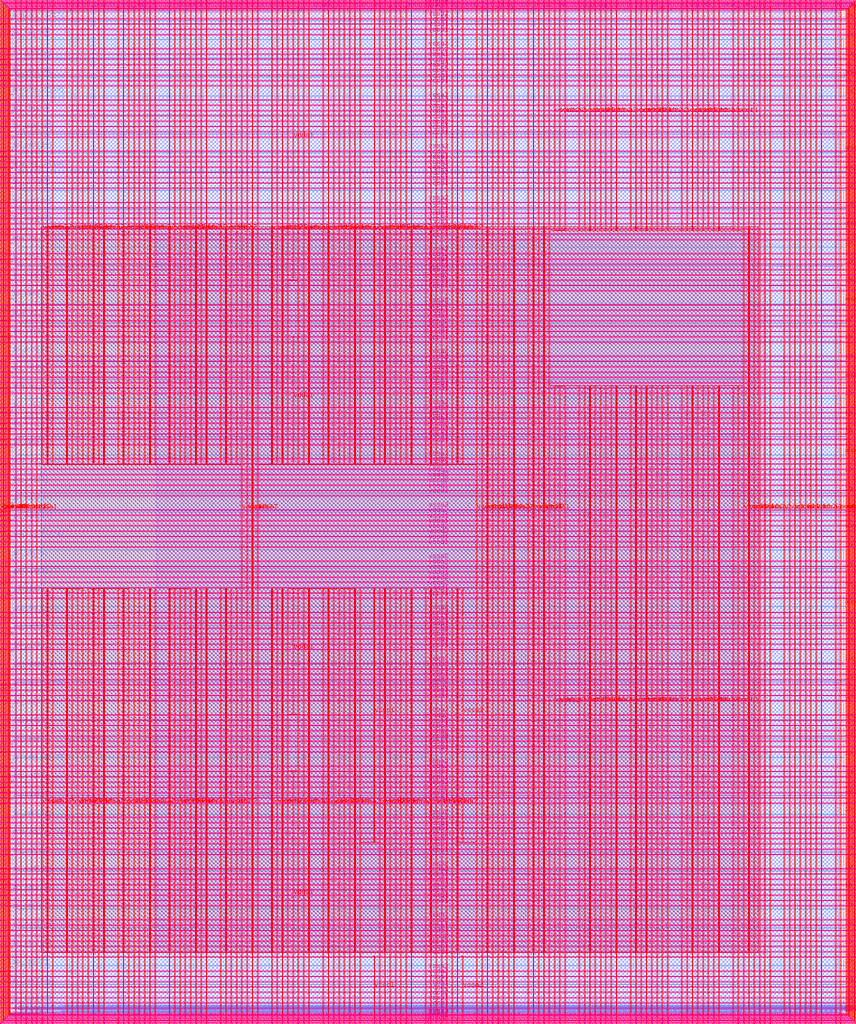
<source format=lef>
VERSION 5.7 ;
  NOWIREEXTENSIONATPIN ON ;
  DIVIDERCHAR "/" ;
  BUSBITCHARS "[]" ;
MACRO user_project_wrapper
  CLASS BLOCK ;
  FOREIGN user_project_wrapper ;
  ORIGIN 0.000 0.000 ;
  SIZE 2920.000 BY 3520.000 ;
  PIN analog_io[0]
    DIRECTION INOUT ;
    USE SIGNAL ;
    PORT
      LAYER met3 ;
        RECT 2917.600 1426.380 2924.800 1427.580 ;
    END
  END analog_io[0]
  PIN analog_io[10]
    DIRECTION INOUT ;
    USE SIGNAL ;
    PORT
      LAYER met2 ;
        RECT 2230.490 3517.600 2231.050 3524.800 ;
    END
  END analog_io[10]
  PIN analog_io[11]
    DIRECTION INOUT ;
    USE SIGNAL ;
    PORT
      LAYER met2 ;
        RECT 1905.730 3517.600 1906.290 3524.800 ;
    END
  END analog_io[11]
  PIN analog_io[12]
    DIRECTION INOUT ;
    USE SIGNAL ;
    PORT
      LAYER met2 ;
        RECT 1581.430 3517.600 1581.990 3524.800 ;
    END
  END analog_io[12]
  PIN analog_io[13]
    DIRECTION INOUT ;
    USE SIGNAL ;
    PORT
      LAYER met2 ;
        RECT 1257.130 3517.600 1257.690 3524.800 ;
    END
  END analog_io[13]
  PIN analog_io[14]
    DIRECTION INOUT ;
    USE SIGNAL ;
    PORT
      LAYER met2 ;
        RECT 932.370 3517.600 932.930 3524.800 ;
    END
  END analog_io[14]
  PIN analog_io[15]
    DIRECTION INOUT ;
    USE SIGNAL ;
    PORT
      LAYER met2 ;
        RECT 608.070 3517.600 608.630 3524.800 ;
    END
  END analog_io[15]
  PIN analog_io[16]
    DIRECTION INOUT ;
    USE SIGNAL ;
    PORT
      LAYER met2 ;
        RECT 283.770 3517.600 284.330 3524.800 ;
    END
  END analog_io[16]
  PIN analog_io[17]
    DIRECTION INOUT ;
    USE SIGNAL ;
    PORT
      LAYER met3 ;
        RECT -4.800 3486.100 2.400 3487.300 ;
    END
  END analog_io[17]
  PIN analog_io[18]
    DIRECTION INOUT ;
    USE SIGNAL ;
    PORT
      LAYER met3 ;
        RECT -4.800 3224.980 2.400 3226.180 ;
    END
  END analog_io[18]
  PIN analog_io[19]
    DIRECTION INOUT ;
    USE SIGNAL ;
    PORT
      LAYER met3 ;
        RECT -4.800 2964.540 2.400 2965.740 ;
    END
  END analog_io[19]
  PIN analog_io[1]
    DIRECTION INOUT ;
    USE SIGNAL ;
    PORT
      LAYER met3 ;
        RECT 2917.600 1692.260 2924.800 1693.460 ;
    END
  END analog_io[1]
  PIN analog_io[20]
    DIRECTION INOUT ;
    USE SIGNAL ;
    PORT
      LAYER met3 ;
        RECT -4.800 2703.420 2.400 2704.620 ;
    END
  END analog_io[20]
  PIN analog_io[21]
    DIRECTION INOUT ;
    USE SIGNAL ;
    PORT
      LAYER met3 ;
        RECT -4.800 2442.980 2.400 2444.180 ;
    END
  END analog_io[21]
  PIN analog_io[22]
    DIRECTION INOUT ;
    USE SIGNAL ;
    PORT
      LAYER met3 ;
        RECT -4.800 2182.540 2.400 2183.740 ;
    END
  END analog_io[22]
  PIN analog_io[23]
    DIRECTION INOUT ;
    USE SIGNAL ;
    PORT
      LAYER met3 ;
        RECT -4.800 1921.420 2.400 1922.620 ;
    END
  END analog_io[23]
  PIN analog_io[24]
    DIRECTION INOUT ;
    USE SIGNAL ;
    PORT
      LAYER met3 ;
        RECT -4.800 1660.980 2.400 1662.180 ;
    END
  END analog_io[24]
  PIN analog_io[25]
    DIRECTION INOUT ;
    USE SIGNAL ;
    PORT
      LAYER met3 ;
        RECT -4.800 1399.860 2.400 1401.060 ;
    END
  END analog_io[25]
  PIN analog_io[26]
    DIRECTION INOUT ;
    USE SIGNAL ;
    PORT
      LAYER met3 ;
        RECT -4.800 1139.420 2.400 1140.620 ;
    END
  END analog_io[26]
  PIN analog_io[27]
    DIRECTION INOUT ;
    USE SIGNAL ;
    PORT
      LAYER met3 ;
        RECT -4.800 878.980 2.400 880.180 ;
    END
  END analog_io[27]
  PIN analog_io[28]
    DIRECTION INOUT ;
    USE SIGNAL ;
    PORT
      LAYER met3 ;
        RECT -4.800 617.860 2.400 619.060 ;
    END
  END analog_io[28]
  PIN analog_io[2]
    DIRECTION INOUT ;
    USE SIGNAL ;
    PORT
      LAYER met3 ;
        RECT 2917.600 1958.140 2924.800 1959.340 ;
    END
  END analog_io[2]
  PIN analog_io[3]
    DIRECTION INOUT ;
    USE SIGNAL ;
    PORT
      LAYER met3 ;
        RECT 2917.600 2223.340 2924.800 2224.540 ;
    END
  END analog_io[3]
  PIN analog_io[4]
    DIRECTION INOUT ;
    USE SIGNAL ;
    PORT
      LAYER met3 ;
        RECT 2917.600 2489.220 2924.800 2490.420 ;
    END
  END analog_io[4]
  PIN analog_io[5]
    DIRECTION INOUT ;
    USE SIGNAL ;
    PORT
      LAYER met3 ;
        RECT 2917.600 2755.100 2924.800 2756.300 ;
    END
  END analog_io[5]
  PIN analog_io[6]
    DIRECTION INOUT ;
    USE SIGNAL ;
    PORT
      LAYER met3 ;
        RECT 2917.600 3020.300 2924.800 3021.500 ;
    END
  END analog_io[6]
  PIN analog_io[7]
    DIRECTION INOUT ;
    USE SIGNAL ;
    PORT
      LAYER met3 ;
        RECT 2917.600 3286.180 2924.800 3287.380 ;
    END
  END analog_io[7]
  PIN analog_io[8]
    DIRECTION INOUT ;
    USE SIGNAL ;
    PORT
      LAYER met2 ;
        RECT 2879.090 3517.600 2879.650 3524.800 ;
    END
  END analog_io[8]
  PIN analog_io[9]
    DIRECTION INOUT ;
    USE SIGNAL ;
    PORT
      LAYER met2 ;
        RECT 2554.790 3517.600 2555.350 3524.800 ;
    END
  END analog_io[9]
  PIN io_in[0]
    DIRECTION INPUT ;
    USE SIGNAL ;
    PORT
      LAYER met3 ;
        RECT 2917.600 32.380 2924.800 33.580 ;
    END
  END io_in[0]
  PIN io_in[10]
    DIRECTION INPUT ;
    USE SIGNAL ;
    PORT
      LAYER met3 ;
        RECT 2917.600 2289.980 2924.800 2291.180 ;
    END
  END io_in[10]
  PIN io_in[11]
    DIRECTION INPUT ;
    USE SIGNAL ;
    PORT
      LAYER met3 ;
        RECT 2917.600 2555.860 2924.800 2557.060 ;
    END
  END io_in[11]
  PIN io_in[12]
    DIRECTION INPUT ;
    USE SIGNAL ;
    PORT
      LAYER met3 ;
        RECT 2917.600 2821.060 2924.800 2822.260 ;
    END
  END io_in[12]
  PIN io_in[13]
    DIRECTION INPUT ;
    USE SIGNAL ;
    PORT
      LAYER met3 ;
        RECT 2917.600 3086.940 2924.800 3088.140 ;
    END
  END io_in[13]
  PIN io_in[14]
    DIRECTION INPUT ;
    USE SIGNAL ;
    PORT
      LAYER met3 ;
        RECT 2917.600 3352.820 2924.800 3354.020 ;
    END
  END io_in[14]
  PIN io_in[15]
    DIRECTION INPUT ;
    USE SIGNAL ;
    PORT
      LAYER met2 ;
        RECT 2798.130 3517.600 2798.690 3524.800 ;
    END
  END io_in[15]
  PIN io_in[16]
    DIRECTION INPUT ;
    USE SIGNAL ;
    PORT
      LAYER met2 ;
        RECT 2473.830 3517.600 2474.390 3524.800 ;
    END
  END io_in[16]
  PIN io_in[17]
    DIRECTION INPUT ;
    USE SIGNAL ;
    PORT
      LAYER met2 ;
        RECT 2149.070 3517.600 2149.630 3524.800 ;
    END
  END io_in[17]
  PIN io_in[18]
    DIRECTION INPUT ;
    USE SIGNAL ;
    PORT
      LAYER met2 ;
        RECT 1824.770 3517.600 1825.330 3524.800 ;
    END
  END io_in[18]
  PIN io_in[19]
    DIRECTION INPUT ;
    USE SIGNAL ;
    PORT
      LAYER met2 ;
        RECT 1500.470 3517.600 1501.030 3524.800 ;
    END
  END io_in[19]
  PIN io_in[1]
    DIRECTION INPUT ;
    USE SIGNAL ;
    PORT
      LAYER met3 ;
        RECT 2917.600 230.940 2924.800 232.140 ;
    END
  END io_in[1]
  PIN io_in[20]
    DIRECTION INPUT ;
    USE SIGNAL ;
    PORT
      LAYER met2 ;
        RECT 1175.710 3517.600 1176.270 3524.800 ;
    END
  END io_in[20]
  PIN io_in[21]
    DIRECTION INPUT ;
    USE SIGNAL ;
    PORT
      LAYER met2 ;
        RECT 851.410 3517.600 851.970 3524.800 ;
    END
  END io_in[21]
  PIN io_in[22]
    DIRECTION INPUT ;
    USE SIGNAL ;
    PORT
      LAYER met2 ;
        RECT 527.110 3517.600 527.670 3524.800 ;
    END
  END io_in[22]
  PIN io_in[23]
    DIRECTION INPUT ;
    USE SIGNAL ;
    PORT
      LAYER met2 ;
        RECT 202.350 3517.600 202.910 3524.800 ;
    END
  END io_in[23]
  PIN io_in[24]
    DIRECTION INPUT ;
    USE SIGNAL ;
    PORT
      LAYER met3 ;
        RECT -4.800 3420.820 2.400 3422.020 ;
    END
  END io_in[24]
  PIN io_in[25]
    DIRECTION INPUT ;
    USE SIGNAL ;
    PORT
      LAYER met3 ;
        RECT -4.800 3159.700 2.400 3160.900 ;
    END
  END io_in[25]
  PIN io_in[26]
    DIRECTION INPUT ;
    USE SIGNAL ;
    PORT
      LAYER met3 ;
        RECT -4.800 2899.260 2.400 2900.460 ;
    END
  END io_in[26]
  PIN io_in[27]
    DIRECTION INPUT ;
    USE SIGNAL ;
    PORT
      LAYER met3 ;
        RECT -4.800 2638.820 2.400 2640.020 ;
    END
  END io_in[27]
  PIN io_in[28]
    DIRECTION INPUT ;
    USE SIGNAL ;
    PORT
      LAYER met3 ;
        RECT -4.800 2377.700 2.400 2378.900 ;
    END
  END io_in[28]
  PIN io_in[29]
    DIRECTION INPUT ;
    USE SIGNAL ;
    PORT
      LAYER met3 ;
        RECT -4.800 2117.260 2.400 2118.460 ;
    END
  END io_in[29]
  PIN io_in[2]
    DIRECTION INPUT ;
    USE SIGNAL ;
    PORT
      LAYER met3 ;
        RECT 2917.600 430.180 2924.800 431.380 ;
    END
  END io_in[2]
  PIN io_in[30]
    DIRECTION INPUT ;
    USE SIGNAL ;
    PORT
      LAYER met3 ;
        RECT -4.800 1856.140 2.400 1857.340 ;
    END
  END io_in[30]
  PIN io_in[31]
    DIRECTION INPUT ;
    USE SIGNAL ;
    PORT
      LAYER met3 ;
        RECT -4.800 1595.700 2.400 1596.900 ;
    END
  END io_in[31]
  PIN io_in[32]
    DIRECTION INPUT ;
    USE SIGNAL ;
    PORT
      LAYER met3 ;
        RECT -4.800 1335.260 2.400 1336.460 ;
    END
  END io_in[32]
  PIN io_in[33]
    DIRECTION INPUT ;
    USE SIGNAL ;
    PORT
      LAYER met3 ;
        RECT -4.800 1074.140 2.400 1075.340 ;
    END
  END io_in[33]
  PIN io_in[34]
    DIRECTION INPUT ;
    USE SIGNAL ;
    PORT
      LAYER met3 ;
        RECT -4.800 813.700 2.400 814.900 ;
    END
  END io_in[34]
  PIN io_in[35]
    DIRECTION INPUT ;
    USE SIGNAL ;
    PORT
      LAYER met3 ;
        RECT -4.800 552.580 2.400 553.780 ;
    END
  END io_in[35]
  PIN io_in[36]
    DIRECTION INPUT ;
    USE SIGNAL ;
    PORT
      LAYER met3 ;
        RECT -4.800 357.420 2.400 358.620 ;
    END
  END io_in[36]
  PIN io_in[37]
    DIRECTION INPUT ;
    USE SIGNAL ;
    PORT
      LAYER met3 ;
        RECT -4.800 161.580 2.400 162.780 ;
    END
  END io_in[37]
  PIN io_in[3]
    DIRECTION INPUT ;
    USE SIGNAL ;
    PORT
      LAYER met3 ;
        RECT 2917.600 629.420 2924.800 630.620 ;
    END
  END io_in[3]
  PIN io_in[4]
    DIRECTION INPUT ;
    USE SIGNAL ;
    PORT
      LAYER met3 ;
        RECT 2917.600 828.660 2924.800 829.860 ;
    END
  END io_in[4]
  PIN io_in[5]
    DIRECTION INPUT ;
    USE SIGNAL ;
    PORT
      LAYER met3 ;
        RECT 2917.600 1027.900 2924.800 1029.100 ;
    END
  END io_in[5]
  PIN io_in[6]
    DIRECTION INPUT ;
    USE SIGNAL ;
    PORT
      LAYER met3 ;
        RECT 2917.600 1227.140 2924.800 1228.340 ;
    END
  END io_in[6]
  PIN io_in[7]
    DIRECTION INPUT ;
    USE SIGNAL ;
    PORT
      LAYER met3 ;
        RECT 2917.600 1493.020 2924.800 1494.220 ;
    END
  END io_in[7]
  PIN io_in[8]
    DIRECTION INPUT ;
    USE SIGNAL ;
    PORT
      LAYER met3 ;
        RECT 2917.600 1758.900 2924.800 1760.100 ;
    END
  END io_in[8]
  PIN io_in[9]
    DIRECTION INPUT ;
    USE SIGNAL ;
    PORT
      LAYER met3 ;
        RECT 2917.600 2024.100 2924.800 2025.300 ;
    END
  END io_in[9]
  PIN io_oeb[0]
    DIRECTION OUTPUT TRISTATE ;
    USE SIGNAL ;
    PORT
      LAYER met3 ;
        RECT 2917.600 164.980 2924.800 166.180 ;
    END
  END io_oeb[0]
  PIN io_oeb[10]
    DIRECTION OUTPUT TRISTATE ;
    USE SIGNAL ;
    PORT
      LAYER met3 ;
        RECT 2917.600 2422.580 2924.800 2423.780 ;
    END
  END io_oeb[10]
  PIN io_oeb[11]
    DIRECTION OUTPUT TRISTATE ;
    USE SIGNAL ;
    PORT
      LAYER met3 ;
        RECT 2917.600 2688.460 2924.800 2689.660 ;
    END
  END io_oeb[11]
  PIN io_oeb[12]
    DIRECTION OUTPUT TRISTATE ;
    USE SIGNAL ;
    PORT
      LAYER met3 ;
        RECT 2917.600 2954.340 2924.800 2955.540 ;
    END
  END io_oeb[12]
  PIN io_oeb[13]
    DIRECTION OUTPUT TRISTATE ;
    USE SIGNAL ;
    PORT
      LAYER met3 ;
        RECT 2917.600 3219.540 2924.800 3220.740 ;
    END
  END io_oeb[13]
  PIN io_oeb[14]
    DIRECTION OUTPUT TRISTATE ;
    USE SIGNAL ;
    PORT
      LAYER met3 ;
        RECT 2917.600 3485.420 2924.800 3486.620 ;
    END
  END io_oeb[14]
  PIN io_oeb[15]
    DIRECTION OUTPUT TRISTATE ;
    USE SIGNAL ;
    PORT
      LAYER met2 ;
        RECT 2635.750 3517.600 2636.310 3524.800 ;
    END
  END io_oeb[15]
  PIN io_oeb[16]
    DIRECTION OUTPUT TRISTATE ;
    USE SIGNAL ;
    PORT
      LAYER met2 ;
        RECT 2311.450 3517.600 2312.010 3524.800 ;
    END
  END io_oeb[16]
  PIN io_oeb[17]
    DIRECTION OUTPUT TRISTATE ;
    USE SIGNAL ;
    PORT
      LAYER met2 ;
        RECT 1987.150 3517.600 1987.710 3524.800 ;
    END
  END io_oeb[17]
  PIN io_oeb[18]
    DIRECTION OUTPUT TRISTATE ;
    USE SIGNAL ;
    PORT
      LAYER met2 ;
        RECT 1662.390 3517.600 1662.950 3524.800 ;
    END
  END io_oeb[18]
  PIN io_oeb[19]
    DIRECTION OUTPUT TRISTATE ;
    USE SIGNAL ;
    PORT
      LAYER met2 ;
        RECT 1338.090 3517.600 1338.650 3524.800 ;
    END
  END io_oeb[19]
  PIN io_oeb[1]
    DIRECTION OUTPUT TRISTATE ;
    USE SIGNAL ;
    PORT
      LAYER met3 ;
        RECT 2917.600 364.220 2924.800 365.420 ;
    END
  END io_oeb[1]
  PIN io_oeb[20]
    DIRECTION OUTPUT TRISTATE ;
    USE SIGNAL ;
    PORT
      LAYER met2 ;
        RECT 1013.790 3517.600 1014.350 3524.800 ;
    END
  END io_oeb[20]
  PIN io_oeb[21]
    DIRECTION OUTPUT TRISTATE ;
    USE SIGNAL ;
    PORT
      LAYER met2 ;
        RECT 689.030 3517.600 689.590 3524.800 ;
    END
  END io_oeb[21]
  PIN io_oeb[22]
    DIRECTION OUTPUT TRISTATE ;
    USE SIGNAL ;
    PORT
      LAYER met2 ;
        RECT 364.730 3517.600 365.290 3524.800 ;
    END
  END io_oeb[22]
  PIN io_oeb[23]
    DIRECTION OUTPUT TRISTATE ;
    USE SIGNAL ;
    PORT
      LAYER met2 ;
        RECT 40.430 3517.600 40.990 3524.800 ;
    END
  END io_oeb[23]
  PIN io_oeb[24]
    DIRECTION OUTPUT TRISTATE ;
    USE SIGNAL ;
    PORT
      LAYER met3 ;
        RECT -4.800 3290.260 2.400 3291.460 ;
    END
  END io_oeb[24]
  PIN io_oeb[25]
    DIRECTION OUTPUT TRISTATE ;
    USE SIGNAL ;
    PORT
      LAYER met3 ;
        RECT -4.800 3029.820 2.400 3031.020 ;
    END
  END io_oeb[25]
  PIN io_oeb[26]
    DIRECTION OUTPUT TRISTATE ;
    USE SIGNAL ;
    PORT
      LAYER met3 ;
        RECT -4.800 2768.700 2.400 2769.900 ;
    END
  END io_oeb[26]
  PIN io_oeb[27]
    DIRECTION OUTPUT TRISTATE ;
    USE SIGNAL ;
    PORT
      LAYER met3 ;
        RECT -4.800 2508.260 2.400 2509.460 ;
    END
  END io_oeb[27]
  PIN io_oeb[28]
    DIRECTION OUTPUT TRISTATE ;
    USE SIGNAL ;
    PORT
      LAYER met3 ;
        RECT -4.800 2247.140 2.400 2248.340 ;
    END
  END io_oeb[28]
  PIN io_oeb[29]
    DIRECTION OUTPUT TRISTATE ;
    USE SIGNAL ;
    PORT
      LAYER met3 ;
        RECT -4.800 1986.700 2.400 1987.900 ;
    END
  END io_oeb[29]
  PIN io_oeb[2]
    DIRECTION OUTPUT TRISTATE ;
    USE SIGNAL ;
    PORT
      LAYER met3 ;
        RECT 2917.600 563.460 2924.800 564.660 ;
    END
  END io_oeb[2]
  PIN io_oeb[30]
    DIRECTION OUTPUT TRISTATE ;
    USE SIGNAL ;
    PORT
      LAYER met3 ;
        RECT -4.800 1726.260 2.400 1727.460 ;
    END
  END io_oeb[30]
  PIN io_oeb[31]
    DIRECTION OUTPUT TRISTATE ;
    USE SIGNAL ;
    PORT
      LAYER met3 ;
        RECT -4.800 1465.140 2.400 1466.340 ;
    END
  END io_oeb[31]
  PIN io_oeb[32]
    DIRECTION OUTPUT TRISTATE ;
    USE SIGNAL ;
    PORT
      LAYER met3 ;
        RECT -4.800 1204.700 2.400 1205.900 ;
    END
  END io_oeb[32]
  PIN io_oeb[33]
    DIRECTION OUTPUT TRISTATE ;
    USE SIGNAL ;
    PORT
      LAYER met3 ;
        RECT -4.800 943.580 2.400 944.780 ;
    END
  END io_oeb[33]
  PIN io_oeb[34]
    DIRECTION OUTPUT TRISTATE ;
    USE SIGNAL ;
    PORT
      LAYER met3 ;
        RECT -4.800 683.140 2.400 684.340 ;
    END
  END io_oeb[34]
  PIN io_oeb[35]
    DIRECTION OUTPUT TRISTATE ;
    USE SIGNAL ;
    PORT
      LAYER met3 ;
        RECT -4.800 422.700 2.400 423.900 ;
    END
  END io_oeb[35]
  PIN io_oeb[36]
    DIRECTION OUTPUT TRISTATE ;
    USE SIGNAL ;
    PORT
      LAYER met3 ;
        RECT -4.800 226.860 2.400 228.060 ;
    END
  END io_oeb[36]
  PIN io_oeb[37]
    DIRECTION OUTPUT TRISTATE ;
    USE SIGNAL ;
    PORT
      LAYER met3 ;
        RECT -4.800 31.700 2.400 32.900 ;
    END
  END io_oeb[37]
  PIN io_oeb[3]
    DIRECTION OUTPUT TRISTATE ;
    USE SIGNAL ;
    PORT
      LAYER met3 ;
        RECT 2917.600 762.700 2924.800 763.900 ;
    END
  END io_oeb[3]
  PIN io_oeb[4]
    DIRECTION OUTPUT TRISTATE ;
    USE SIGNAL ;
    PORT
      LAYER met3 ;
        RECT 2917.600 961.940 2924.800 963.140 ;
    END
  END io_oeb[4]
  PIN io_oeb[5]
    DIRECTION OUTPUT TRISTATE ;
    USE SIGNAL ;
    PORT
      LAYER met3 ;
        RECT 2917.600 1161.180 2924.800 1162.380 ;
    END
  END io_oeb[5]
  PIN io_oeb[6]
    DIRECTION OUTPUT TRISTATE ;
    USE SIGNAL ;
    PORT
      LAYER met3 ;
        RECT 2917.600 1360.420 2924.800 1361.620 ;
    END
  END io_oeb[6]
  PIN io_oeb[7]
    DIRECTION OUTPUT TRISTATE ;
    USE SIGNAL ;
    PORT
      LAYER met3 ;
        RECT 2917.600 1625.620 2924.800 1626.820 ;
    END
  END io_oeb[7]
  PIN io_oeb[8]
    DIRECTION OUTPUT TRISTATE ;
    USE SIGNAL ;
    PORT
      LAYER met3 ;
        RECT 2917.600 1891.500 2924.800 1892.700 ;
    END
  END io_oeb[8]
  PIN io_oeb[9]
    DIRECTION OUTPUT TRISTATE ;
    USE SIGNAL ;
    PORT
      LAYER met3 ;
        RECT 2917.600 2157.380 2924.800 2158.580 ;
    END
  END io_oeb[9]
  PIN io_out[0]
    DIRECTION OUTPUT TRISTATE ;
    USE SIGNAL ;
    PORT
      LAYER met3 ;
        RECT 2917.600 98.340 2924.800 99.540 ;
    END
  END io_out[0]
  PIN io_out[10]
    DIRECTION OUTPUT TRISTATE ;
    USE SIGNAL ;
    PORT
      LAYER met3 ;
        RECT 2917.600 2356.620 2924.800 2357.820 ;
    END
  END io_out[10]
  PIN io_out[11]
    DIRECTION OUTPUT TRISTATE ;
    USE SIGNAL ;
    PORT
      LAYER met3 ;
        RECT 2917.600 2621.820 2924.800 2623.020 ;
    END
  END io_out[11]
  PIN io_out[12]
    DIRECTION OUTPUT TRISTATE ;
    USE SIGNAL ;
    PORT
      LAYER met3 ;
        RECT 2917.600 2887.700 2924.800 2888.900 ;
    END
  END io_out[12]
  PIN io_out[13]
    DIRECTION OUTPUT TRISTATE ;
    USE SIGNAL ;
    PORT
      LAYER met3 ;
        RECT 2917.600 3153.580 2924.800 3154.780 ;
    END
  END io_out[13]
  PIN io_out[14]
    DIRECTION OUTPUT TRISTATE ;
    USE SIGNAL ;
    PORT
      LAYER met3 ;
        RECT 2917.600 3418.780 2924.800 3419.980 ;
    END
  END io_out[14]
  PIN io_out[15]
    DIRECTION OUTPUT TRISTATE ;
    USE SIGNAL ;
    PORT
      LAYER met2 ;
        RECT 2717.170 3517.600 2717.730 3524.800 ;
    END
  END io_out[15]
  PIN io_out[16]
    DIRECTION OUTPUT TRISTATE ;
    USE SIGNAL ;
    PORT
      LAYER met2 ;
        RECT 2392.410 3517.600 2392.970 3524.800 ;
    END
  END io_out[16]
  PIN io_out[17]
    DIRECTION OUTPUT TRISTATE ;
    USE SIGNAL ;
    PORT
      LAYER met2 ;
        RECT 2068.110 3517.600 2068.670 3524.800 ;
    END
  END io_out[17]
  PIN io_out[18]
    DIRECTION OUTPUT TRISTATE ;
    USE SIGNAL ;
    PORT
      LAYER met2 ;
        RECT 1743.810 3517.600 1744.370 3524.800 ;
    END
  END io_out[18]
  PIN io_out[19]
    DIRECTION OUTPUT TRISTATE ;
    USE SIGNAL ;
    PORT
      LAYER met2 ;
        RECT 1419.050 3517.600 1419.610 3524.800 ;
    END
  END io_out[19]
  PIN io_out[1]
    DIRECTION OUTPUT TRISTATE ;
    USE SIGNAL ;
    PORT
      LAYER met3 ;
        RECT 2917.600 297.580 2924.800 298.780 ;
    END
  END io_out[1]
  PIN io_out[20]
    DIRECTION OUTPUT TRISTATE ;
    USE SIGNAL ;
    PORT
      LAYER met2 ;
        RECT 1094.750 3517.600 1095.310 3524.800 ;
    END
  END io_out[20]
  PIN io_out[21]
    DIRECTION OUTPUT TRISTATE ;
    USE SIGNAL ;
    PORT
      LAYER met2 ;
        RECT 770.450 3517.600 771.010 3524.800 ;
    END
  END io_out[21]
  PIN io_out[22]
    DIRECTION OUTPUT TRISTATE ;
    USE SIGNAL ;
    PORT
      LAYER met2 ;
        RECT 445.690 3517.600 446.250 3524.800 ;
    END
  END io_out[22]
  PIN io_out[23]
    DIRECTION OUTPUT TRISTATE ;
    USE SIGNAL ;
    PORT
      LAYER met2 ;
        RECT 121.390 3517.600 121.950 3524.800 ;
    END
  END io_out[23]
  PIN io_out[24]
    DIRECTION OUTPUT TRISTATE ;
    USE SIGNAL ;
    PORT
      LAYER met3 ;
        RECT -4.800 3355.540 2.400 3356.740 ;
    END
  END io_out[24]
  PIN io_out[25]
    DIRECTION OUTPUT TRISTATE ;
    USE SIGNAL ;
    PORT
      LAYER met3 ;
        RECT -4.800 3095.100 2.400 3096.300 ;
    END
  END io_out[25]
  PIN io_out[26]
    DIRECTION OUTPUT TRISTATE ;
    USE SIGNAL ;
    PORT
      LAYER met3 ;
        RECT -4.800 2833.980 2.400 2835.180 ;
    END
  END io_out[26]
  PIN io_out[27]
    DIRECTION OUTPUT TRISTATE ;
    USE SIGNAL ;
    PORT
      LAYER met3 ;
        RECT -4.800 2573.540 2.400 2574.740 ;
    END
  END io_out[27]
  PIN io_out[28]
    DIRECTION OUTPUT TRISTATE ;
    USE SIGNAL ;
    PORT
      LAYER met3 ;
        RECT -4.800 2312.420 2.400 2313.620 ;
    END
  END io_out[28]
  PIN io_out[29]
    DIRECTION OUTPUT TRISTATE ;
    USE SIGNAL ;
    PORT
      LAYER met3 ;
        RECT -4.800 2051.980 2.400 2053.180 ;
    END
  END io_out[29]
  PIN io_out[2]
    DIRECTION OUTPUT TRISTATE ;
    USE SIGNAL ;
    PORT
      LAYER met3 ;
        RECT 2917.600 496.820 2924.800 498.020 ;
    END
  END io_out[2]
  PIN io_out[30]
    DIRECTION OUTPUT TRISTATE ;
    USE SIGNAL ;
    PORT
      LAYER met3 ;
        RECT -4.800 1791.540 2.400 1792.740 ;
    END
  END io_out[30]
  PIN io_out[31]
    DIRECTION OUTPUT TRISTATE ;
    USE SIGNAL ;
    PORT
      LAYER met3 ;
        RECT -4.800 1530.420 2.400 1531.620 ;
    END
  END io_out[31]
  PIN io_out[32]
    DIRECTION OUTPUT TRISTATE ;
    USE SIGNAL ;
    PORT
      LAYER met3 ;
        RECT -4.800 1269.980 2.400 1271.180 ;
    END
  END io_out[32]
  PIN io_out[33]
    DIRECTION OUTPUT TRISTATE ;
    USE SIGNAL ;
    PORT
      LAYER met3 ;
        RECT -4.800 1008.860 2.400 1010.060 ;
    END
  END io_out[33]
  PIN io_out[34]
    DIRECTION OUTPUT TRISTATE ;
    USE SIGNAL ;
    PORT
      LAYER met3 ;
        RECT -4.800 748.420 2.400 749.620 ;
    END
  END io_out[34]
  PIN io_out[35]
    DIRECTION OUTPUT TRISTATE ;
    USE SIGNAL ;
    PORT
      LAYER met3 ;
        RECT -4.800 487.300 2.400 488.500 ;
    END
  END io_out[35]
  PIN io_out[36]
    DIRECTION OUTPUT TRISTATE ;
    USE SIGNAL ;
    PORT
      LAYER met3 ;
        RECT -4.800 292.140 2.400 293.340 ;
    END
  END io_out[36]
  PIN io_out[37]
    DIRECTION OUTPUT TRISTATE ;
    USE SIGNAL ;
    PORT
      LAYER met3 ;
        RECT -4.800 96.300 2.400 97.500 ;
    END
  END io_out[37]
  PIN io_out[3]
    DIRECTION OUTPUT TRISTATE ;
    USE SIGNAL ;
    PORT
      LAYER met3 ;
        RECT 2917.600 696.060 2924.800 697.260 ;
    END
  END io_out[3]
  PIN io_out[4]
    DIRECTION OUTPUT TRISTATE ;
    USE SIGNAL ;
    PORT
      LAYER met3 ;
        RECT 2917.600 895.300 2924.800 896.500 ;
    END
  END io_out[4]
  PIN io_out[5]
    DIRECTION OUTPUT TRISTATE ;
    USE SIGNAL ;
    PORT
      LAYER met3 ;
        RECT 2917.600 1094.540 2924.800 1095.740 ;
    END
  END io_out[5]
  PIN io_out[6]
    DIRECTION OUTPUT TRISTATE ;
    USE SIGNAL ;
    PORT
      LAYER met3 ;
        RECT 2917.600 1293.780 2924.800 1294.980 ;
    END
  END io_out[6]
  PIN io_out[7]
    DIRECTION OUTPUT TRISTATE ;
    USE SIGNAL ;
    PORT
      LAYER met3 ;
        RECT 2917.600 1559.660 2924.800 1560.860 ;
    END
  END io_out[7]
  PIN io_out[8]
    DIRECTION OUTPUT TRISTATE ;
    USE SIGNAL ;
    PORT
      LAYER met3 ;
        RECT 2917.600 1824.860 2924.800 1826.060 ;
    END
  END io_out[8]
  PIN io_out[9]
    DIRECTION OUTPUT TRISTATE ;
    USE SIGNAL ;
    PORT
      LAYER met3 ;
        RECT 2917.600 2090.740 2924.800 2091.940 ;
    END
  END io_out[9]
  PIN la_data_in[0]
    DIRECTION INPUT ;
    USE SIGNAL ;
    PORT
      LAYER met2 ;
        RECT 629.230 -4.800 629.790 2.400 ;
    END
  END la_data_in[0]
  PIN la_data_in[100]
    DIRECTION INPUT ;
    USE SIGNAL ;
    PORT
      LAYER met2 ;
        RECT 2402.530 -4.800 2403.090 2.400 ;
    END
  END la_data_in[100]
  PIN la_data_in[101]
    DIRECTION INPUT ;
    USE SIGNAL ;
    PORT
      LAYER met2 ;
        RECT 2420.010 -4.800 2420.570 2.400 ;
    END
  END la_data_in[101]
  PIN la_data_in[102]
    DIRECTION INPUT ;
    USE SIGNAL ;
    PORT
      LAYER met2 ;
        RECT 2437.950 -4.800 2438.510 2.400 ;
    END
  END la_data_in[102]
  PIN la_data_in[103]
    DIRECTION INPUT ;
    USE SIGNAL ;
    PORT
      LAYER met2 ;
        RECT 2455.430 -4.800 2455.990 2.400 ;
    END
  END la_data_in[103]
  PIN la_data_in[104]
    DIRECTION INPUT ;
    USE SIGNAL ;
    PORT
      LAYER met2 ;
        RECT 2473.370 -4.800 2473.930 2.400 ;
    END
  END la_data_in[104]
  PIN la_data_in[105]
    DIRECTION INPUT ;
    USE SIGNAL ;
    PORT
      LAYER met2 ;
        RECT 2490.850 -4.800 2491.410 2.400 ;
    END
  END la_data_in[105]
  PIN la_data_in[106]
    DIRECTION INPUT ;
    USE SIGNAL ;
    PORT
      LAYER met2 ;
        RECT 2508.790 -4.800 2509.350 2.400 ;
    END
  END la_data_in[106]
  PIN la_data_in[107]
    DIRECTION INPUT ;
    USE SIGNAL ;
    PORT
      LAYER met2 ;
        RECT 2526.730 -4.800 2527.290 2.400 ;
    END
  END la_data_in[107]
  PIN la_data_in[108]
    DIRECTION INPUT ;
    USE SIGNAL ;
    PORT
      LAYER met2 ;
        RECT 2544.210 -4.800 2544.770 2.400 ;
    END
  END la_data_in[108]
  PIN la_data_in[109]
    DIRECTION INPUT ;
    USE SIGNAL ;
    PORT
      LAYER met2 ;
        RECT 2562.150 -4.800 2562.710 2.400 ;
    END
  END la_data_in[109]
  PIN la_data_in[10]
    DIRECTION INPUT ;
    USE SIGNAL ;
    PORT
      LAYER met2 ;
        RECT 806.330 -4.800 806.890 2.400 ;
    END
  END la_data_in[10]
  PIN la_data_in[110]
    DIRECTION INPUT ;
    USE SIGNAL ;
    PORT
      LAYER met2 ;
        RECT 2579.630 -4.800 2580.190 2.400 ;
    END
  END la_data_in[110]
  PIN la_data_in[111]
    DIRECTION INPUT ;
    USE SIGNAL ;
    PORT
      LAYER met2 ;
        RECT 2597.570 -4.800 2598.130 2.400 ;
    END
  END la_data_in[111]
  PIN la_data_in[112]
    DIRECTION INPUT ;
    USE SIGNAL ;
    PORT
      LAYER met2 ;
        RECT 2615.050 -4.800 2615.610 2.400 ;
    END
  END la_data_in[112]
  PIN la_data_in[113]
    DIRECTION INPUT ;
    USE SIGNAL ;
    PORT
      LAYER met2 ;
        RECT 2632.990 -4.800 2633.550 2.400 ;
    END
  END la_data_in[113]
  PIN la_data_in[114]
    DIRECTION INPUT ;
    USE SIGNAL ;
    PORT
      LAYER met2 ;
        RECT 2650.470 -4.800 2651.030 2.400 ;
    END
  END la_data_in[114]
  PIN la_data_in[115]
    DIRECTION INPUT ;
    USE SIGNAL ;
    PORT
      LAYER met2 ;
        RECT 2668.410 -4.800 2668.970 2.400 ;
    END
  END la_data_in[115]
  PIN la_data_in[116]
    DIRECTION INPUT ;
    USE SIGNAL ;
    PORT
      LAYER met2 ;
        RECT 2685.890 -4.800 2686.450 2.400 ;
    END
  END la_data_in[116]
  PIN la_data_in[117]
    DIRECTION INPUT ;
    USE SIGNAL ;
    PORT
      LAYER met2 ;
        RECT 2703.830 -4.800 2704.390 2.400 ;
    END
  END la_data_in[117]
  PIN la_data_in[118]
    DIRECTION INPUT ;
    USE SIGNAL ;
    PORT
      LAYER met2 ;
        RECT 2721.770 -4.800 2722.330 2.400 ;
    END
  END la_data_in[118]
  PIN la_data_in[119]
    DIRECTION INPUT ;
    USE SIGNAL ;
    PORT
      LAYER met2 ;
        RECT 2739.250 -4.800 2739.810 2.400 ;
    END
  END la_data_in[119]
  PIN la_data_in[11]
    DIRECTION INPUT ;
    USE SIGNAL ;
    PORT
      LAYER met2 ;
        RECT 824.270 -4.800 824.830 2.400 ;
    END
  END la_data_in[11]
  PIN la_data_in[120]
    DIRECTION INPUT ;
    USE SIGNAL ;
    PORT
      LAYER met2 ;
        RECT 2757.190 -4.800 2757.750 2.400 ;
    END
  END la_data_in[120]
  PIN la_data_in[121]
    DIRECTION INPUT ;
    USE SIGNAL ;
    PORT
      LAYER met2 ;
        RECT 2774.670 -4.800 2775.230 2.400 ;
    END
  END la_data_in[121]
  PIN la_data_in[122]
    DIRECTION INPUT ;
    USE SIGNAL ;
    PORT
      LAYER met2 ;
        RECT 2792.610 -4.800 2793.170 2.400 ;
    END
  END la_data_in[122]
  PIN la_data_in[123]
    DIRECTION INPUT ;
    USE SIGNAL ;
    PORT
      LAYER met2 ;
        RECT 2810.090 -4.800 2810.650 2.400 ;
    END
  END la_data_in[123]
  PIN la_data_in[124]
    DIRECTION INPUT ;
    USE SIGNAL ;
    PORT
      LAYER met2 ;
        RECT 2828.030 -4.800 2828.590 2.400 ;
    END
  END la_data_in[124]
  PIN la_data_in[125]
    DIRECTION INPUT ;
    USE SIGNAL ;
    PORT
      LAYER met2 ;
        RECT 2845.510 -4.800 2846.070 2.400 ;
    END
  END la_data_in[125]
  PIN la_data_in[126]
    DIRECTION INPUT ;
    USE SIGNAL ;
    PORT
      LAYER met2 ;
        RECT 2863.450 -4.800 2864.010 2.400 ;
    END
  END la_data_in[126]
  PIN la_data_in[127]
    DIRECTION INPUT ;
    USE SIGNAL ;
    PORT
      LAYER met2 ;
        RECT 2881.390 -4.800 2881.950 2.400 ;
    END
  END la_data_in[127]
  PIN la_data_in[12]
    DIRECTION INPUT ;
    USE SIGNAL ;
    PORT
      LAYER met2 ;
        RECT 841.750 -4.800 842.310 2.400 ;
    END
  END la_data_in[12]
  PIN la_data_in[13]
    DIRECTION INPUT ;
    USE SIGNAL ;
    PORT
      LAYER met2 ;
        RECT 859.690 -4.800 860.250 2.400 ;
    END
  END la_data_in[13]
  PIN la_data_in[14]
    DIRECTION INPUT ;
    USE SIGNAL ;
    PORT
      LAYER met2 ;
        RECT 877.170 -4.800 877.730 2.400 ;
    END
  END la_data_in[14]
  PIN la_data_in[15]
    DIRECTION INPUT ;
    USE SIGNAL ;
    PORT
      LAYER met2 ;
        RECT 895.110 -4.800 895.670 2.400 ;
    END
  END la_data_in[15]
  PIN la_data_in[16]
    DIRECTION INPUT ;
    USE SIGNAL ;
    PORT
      LAYER met2 ;
        RECT 912.590 -4.800 913.150 2.400 ;
    END
  END la_data_in[16]
  PIN la_data_in[17]
    DIRECTION INPUT ;
    USE SIGNAL ;
    PORT
      LAYER met2 ;
        RECT 930.530 -4.800 931.090 2.400 ;
    END
  END la_data_in[17]
  PIN la_data_in[18]
    DIRECTION INPUT ;
    USE SIGNAL ;
    PORT
      LAYER met2 ;
        RECT 948.470 -4.800 949.030 2.400 ;
    END
  END la_data_in[18]
  PIN la_data_in[19]
    DIRECTION INPUT ;
    USE SIGNAL ;
    PORT
      LAYER met2 ;
        RECT 965.950 -4.800 966.510 2.400 ;
    END
  END la_data_in[19]
  PIN la_data_in[1]
    DIRECTION INPUT ;
    USE SIGNAL ;
    PORT
      LAYER met2 ;
        RECT 646.710 -4.800 647.270 2.400 ;
    END
  END la_data_in[1]
  PIN la_data_in[20]
    DIRECTION INPUT ;
    USE SIGNAL ;
    PORT
      LAYER met2 ;
        RECT 983.890 -4.800 984.450 2.400 ;
    END
  END la_data_in[20]
  PIN la_data_in[21]
    DIRECTION INPUT ;
    USE SIGNAL ;
    PORT
      LAYER met2 ;
        RECT 1001.370 -4.800 1001.930 2.400 ;
    END
  END la_data_in[21]
  PIN la_data_in[22]
    DIRECTION INPUT ;
    USE SIGNAL ;
    PORT
      LAYER met2 ;
        RECT 1019.310 -4.800 1019.870 2.400 ;
    END
  END la_data_in[22]
  PIN la_data_in[23]
    DIRECTION INPUT ;
    USE SIGNAL ;
    PORT
      LAYER met2 ;
        RECT 1036.790 -4.800 1037.350 2.400 ;
    END
  END la_data_in[23]
  PIN la_data_in[24]
    DIRECTION INPUT ;
    USE SIGNAL ;
    PORT
      LAYER met2 ;
        RECT 1054.730 -4.800 1055.290 2.400 ;
    END
  END la_data_in[24]
  PIN la_data_in[25]
    DIRECTION INPUT ;
    USE SIGNAL ;
    PORT
      LAYER met2 ;
        RECT 1072.210 -4.800 1072.770 2.400 ;
    END
  END la_data_in[25]
  PIN la_data_in[26]
    DIRECTION INPUT ;
    USE SIGNAL ;
    PORT
      LAYER met2 ;
        RECT 1090.150 -4.800 1090.710 2.400 ;
    END
  END la_data_in[26]
  PIN la_data_in[27]
    DIRECTION INPUT ;
    USE SIGNAL ;
    PORT
      LAYER met2 ;
        RECT 1107.630 -4.800 1108.190 2.400 ;
    END
  END la_data_in[27]
  PIN la_data_in[28]
    DIRECTION INPUT ;
    USE SIGNAL ;
    PORT
      LAYER met2 ;
        RECT 1125.570 -4.800 1126.130 2.400 ;
    END
  END la_data_in[28]
  PIN la_data_in[29]
    DIRECTION INPUT ;
    USE SIGNAL ;
    PORT
      LAYER met2 ;
        RECT 1143.510 -4.800 1144.070 2.400 ;
    END
  END la_data_in[29]
  PIN la_data_in[2]
    DIRECTION INPUT ;
    USE SIGNAL ;
    PORT
      LAYER met2 ;
        RECT 664.650 -4.800 665.210 2.400 ;
    END
  END la_data_in[2]
  PIN la_data_in[30]
    DIRECTION INPUT ;
    USE SIGNAL ;
    PORT
      LAYER met2 ;
        RECT 1160.990 -4.800 1161.550 2.400 ;
    END
  END la_data_in[30]
  PIN la_data_in[31]
    DIRECTION INPUT ;
    USE SIGNAL ;
    PORT
      LAYER met2 ;
        RECT 1178.930 -4.800 1179.490 2.400 ;
    END
  END la_data_in[31]
  PIN la_data_in[32]
    DIRECTION INPUT ;
    USE SIGNAL ;
    PORT
      LAYER met2 ;
        RECT 1196.410 -4.800 1196.970 2.400 ;
    END
  END la_data_in[32]
  PIN la_data_in[33]
    DIRECTION INPUT ;
    USE SIGNAL ;
    PORT
      LAYER met2 ;
        RECT 1214.350 -4.800 1214.910 2.400 ;
    END
  END la_data_in[33]
  PIN la_data_in[34]
    DIRECTION INPUT ;
    USE SIGNAL ;
    PORT
      LAYER met2 ;
        RECT 1231.830 -4.800 1232.390 2.400 ;
    END
  END la_data_in[34]
  PIN la_data_in[35]
    DIRECTION INPUT ;
    USE SIGNAL ;
    PORT
      LAYER met2 ;
        RECT 1249.770 -4.800 1250.330 2.400 ;
    END
  END la_data_in[35]
  PIN la_data_in[36]
    DIRECTION INPUT ;
    USE SIGNAL ;
    PORT
      LAYER met2 ;
        RECT 1267.250 -4.800 1267.810 2.400 ;
    END
  END la_data_in[36]
  PIN la_data_in[37]
    DIRECTION INPUT ;
    USE SIGNAL ;
    PORT
      LAYER met2 ;
        RECT 1285.190 -4.800 1285.750 2.400 ;
    END
  END la_data_in[37]
  PIN la_data_in[38]
    DIRECTION INPUT ;
    USE SIGNAL ;
    PORT
      LAYER met2 ;
        RECT 1303.130 -4.800 1303.690 2.400 ;
    END
  END la_data_in[38]
  PIN la_data_in[39]
    DIRECTION INPUT ;
    USE SIGNAL ;
    PORT
      LAYER met2 ;
        RECT 1320.610 -4.800 1321.170 2.400 ;
    END
  END la_data_in[39]
  PIN la_data_in[3]
    DIRECTION INPUT ;
    USE SIGNAL ;
    PORT
      LAYER met2 ;
        RECT 682.130 -4.800 682.690 2.400 ;
    END
  END la_data_in[3]
  PIN la_data_in[40]
    DIRECTION INPUT ;
    USE SIGNAL ;
    PORT
      LAYER met2 ;
        RECT 1338.550 -4.800 1339.110 2.400 ;
    END
  END la_data_in[40]
  PIN la_data_in[41]
    DIRECTION INPUT ;
    USE SIGNAL ;
    PORT
      LAYER met2 ;
        RECT 1356.030 -4.800 1356.590 2.400 ;
    END
  END la_data_in[41]
  PIN la_data_in[42]
    DIRECTION INPUT ;
    USE SIGNAL ;
    PORT
      LAYER met2 ;
        RECT 1373.970 -4.800 1374.530 2.400 ;
    END
  END la_data_in[42]
  PIN la_data_in[43]
    DIRECTION INPUT ;
    USE SIGNAL ;
    PORT
      LAYER met2 ;
        RECT 1391.450 -4.800 1392.010 2.400 ;
    END
  END la_data_in[43]
  PIN la_data_in[44]
    DIRECTION INPUT ;
    USE SIGNAL ;
    PORT
      LAYER met2 ;
        RECT 1409.390 -4.800 1409.950 2.400 ;
    END
  END la_data_in[44]
  PIN la_data_in[45]
    DIRECTION INPUT ;
    USE SIGNAL ;
    PORT
      LAYER met2 ;
        RECT 1426.870 -4.800 1427.430 2.400 ;
    END
  END la_data_in[45]
  PIN la_data_in[46]
    DIRECTION INPUT ;
    USE SIGNAL ;
    PORT
      LAYER met2 ;
        RECT 1444.810 -4.800 1445.370 2.400 ;
    END
  END la_data_in[46]
  PIN la_data_in[47]
    DIRECTION INPUT ;
    USE SIGNAL ;
    PORT
      LAYER met2 ;
        RECT 1462.750 -4.800 1463.310 2.400 ;
    END
  END la_data_in[47]
  PIN la_data_in[48]
    DIRECTION INPUT ;
    USE SIGNAL ;
    PORT
      LAYER met2 ;
        RECT 1480.230 -4.800 1480.790 2.400 ;
    END
  END la_data_in[48]
  PIN la_data_in[49]
    DIRECTION INPUT ;
    USE SIGNAL ;
    PORT
      LAYER met2 ;
        RECT 1498.170 -4.800 1498.730 2.400 ;
    END
  END la_data_in[49]
  PIN la_data_in[4]
    DIRECTION INPUT ;
    USE SIGNAL ;
    PORT
      LAYER met2 ;
        RECT 700.070 -4.800 700.630 2.400 ;
    END
  END la_data_in[4]
  PIN la_data_in[50]
    DIRECTION INPUT ;
    USE SIGNAL ;
    PORT
      LAYER met2 ;
        RECT 1515.650 -4.800 1516.210 2.400 ;
    END
  END la_data_in[50]
  PIN la_data_in[51]
    DIRECTION INPUT ;
    USE SIGNAL ;
    PORT
      LAYER met2 ;
        RECT 1533.590 -4.800 1534.150 2.400 ;
    END
  END la_data_in[51]
  PIN la_data_in[52]
    DIRECTION INPUT ;
    USE SIGNAL ;
    PORT
      LAYER met2 ;
        RECT 1551.070 -4.800 1551.630 2.400 ;
    END
  END la_data_in[52]
  PIN la_data_in[53]
    DIRECTION INPUT ;
    USE SIGNAL ;
    PORT
      LAYER met2 ;
        RECT 1569.010 -4.800 1569.570 2.400 ;
    END
  END la_data_in[53]
  PIN la_data_in[54]
    DIRECTION INPUT ;
    USE SIGNAL ;
    PORT
      LAYER met2 ;
        RECT 1586.490 -4.800 1587.050 2.400 ;
    END
  END la_data_in[54]
  PIN la_data_in[55]
    DIRECTION INPUT ;
    USE SIGNAL ;
    PORT
      LAYER met2 ;
        RECT 1604.430 -4.800 1604.990 2.400 ;
    END
  END la_data_in[55]
  PIN la_data_in[56]
    DIRECTION INPUT ;
    USE SIGNAL ;
    PORT
      LAYER met2 ;
        RECT 1621.910 -4.800 1622.470 2.400 ;
    END
  END la_data_in[56]
  PIN la_data_in[57]
    DIRECTION INPUT ;
    USE SIGNAL ;
    PORT
      LAYER met2 ;
        RECT 1639.850 -4.800 1640.410 2.400 ;
    END
  END la_data_in[57]
  PIN la_data_in[58]
    DIRECTION INPUT ;
    USE SIGNAL ;
    PORT
      LAYER met2 ;
        RECT 1657.790 -4.800 1658.350 2.400 ;
    END
  END la_data_in[58]
  PIN la_data_in[59]
    DIRECTION INPUT ;
    USE SIGNAL ;
    PORT
      LAYER met2 ;
        RECT 1675.270 -4.800 1675.830 2.400 ;
    END
  END la_data_in[59]
  PIN la_data_in[5]
    DIRECTION INPUT ;
    USE SIGNAL ;
    PORT
      LAYER met2 ;
        RECT 717.550 -4.800 718.110 2.400 ;
    END
  END la_data_in[5]
  PIN la_data_in[60]
    DIRECTION INPUT ;
    USE SIGNAL ;
    PORT
      LAYER met2 ;
        RECT 1693.210 -4.800 1693.770 2.400 ;
    END
  END la_data_in[60]
  PIN la_data_in[61]
    DIRECTION INPUT ;
    USE SIGNAL ;
    PORT
      LAYER met2 ;
        RECT 1710.690 -4.800 1711.250 2.400 ;
    END
  END la_data_in[61]
  PIN la_data_in[62]
    DIRECTION INPUT ;
    USE SIGNAL ;
    PORT
      LAYER met2 ;
        RECT 1728.630 -4.800 1729.190 2.400 ;
    END
  END la_data_in[62]
  PIN la_data_in[63]
    DIRECTION INPUT ;
    USE SIGNAL ;
    PORT
      LAYER met2 ;
        RECT 1746.110 -4.800 1746.670 2.400 ;
    END
  END la_data_in[63]
  PIN la_data_in[64]
    DIRECTION INPUT ;
    USE SIGNAL ;
    PORT
      LAYER met2 ;
        RECT 1764.050 -4.800 1764.610 2.400 ;
    END
  END la_data_in[64]
  PIN la_data_in[65]
    DIRECTION INPUT ;
    USE SIGNAL ;
    PORT
      LAYER met2 ;
        RECT 1781.530 -4.800 1782.090 2.400 ;
    END
  END la_data_in[65]
  PIN la_data_in[66]
    DIRECTION INPUT ;
    USE SIGNAL ;
    PORT
      LAYER met2 ;
        RECT 1799.470 -4.800 1800.030 2.400 ;
    END
  END la_data_in[66]
  PIN la_data_in[67]
    DIRECTION INPUT ;
    USE SIGNAL ;
    PORT
      LAYER met2 ;
        RECT 1817.410 -4.800 1817.970 2.400 ;
    END
  END la_data_in[67]
  PIN la_data_in[68]
    DIRECTION INPUT ;
    USE SIGNAL ;
    PORT
      LAYER met2 ;
        RECT 1834.890 -4.800 1835.450 2.400 ;
    END
  END la_data_in[68]
  PIN la_data_in[69]
    DIRECTION INPUT ;
    USE SIGNAL ;
    PORT
      LAYER met2 ;
        RECT 1852.830 -4.800 1853.390 2.400 ;
    END
  END la_data_in[69]
  PIN la_data_in[6]
    DIRECTION INPUT ;
    USE SIGNAL ;
    PORT
      LAYER met2 ;
        RECT 735.490 -4.800 736.050 2.400 ;
    END
  END la_data_in[6]
  PIN la_data_in[70]
    DIRECTION INPUT ;
    USE SIGNAL ;
    PORT
      LAYER met2 ;
        RECT 1870.310 -4.800 1870.870 2.400 ;
    END
  END la_data_in[70]
  PIN la_data_in[71]
    DIRECTION INPUT ;
    USE SIGNAL ;
    PORT
      LAYER met2 ;
        RECT 1888.250 -4.800 1888.810 2.400 ;
    END
  END la_data_in[71]
  PIN la_data_in[72]
    DIRECTION INPUT ;
    USE SIGNAL ;
    PORT
      LAYER met2 ;
        RECT 1905.730 -4.800 1906.290 2.400 ;
    END
  END la_data_in[72]
  PIN la_data_in[73]
    DIRECTION INPUT ;
    USE SIGNAL ;
    PORT
      LAYER met2 ;
        RECT 1923.670 -4.800 1924.230 2.400 ;
    END
  END la_data_in[73]
  PIN la_data_in[74]
    DIRECTION INPUT ;
    USE SIGNAL ;
    PORT
      LAYER met2 ;
        RECT 1941.150 -4.800 1941.710 2.400 ;
    END
  END la_data_in[74]
  PIN la_data_in[75]
    DIRECTION INPUT ;
    USE SIGNAL ;
    PORT
      LAYER met2 ;
        RECT 1959.090 -4.800 1959.650 2.400 ;
    END
  END la_data_in[75]
  PIN la_data_in[76]
    DIRECTION INPUT ;
    USE SIGNAL ;
    PORT
      LAYER met2 ;
        RECT 1976.570 -4.800 1977.130 2.400 ;
    END
  END la_data_in[76]
  PIN la_data_in[77]
    DIRECTION INPUT ;
    USE SIGNAL ;
    PORT
      LAYER met2 ;
        RECT 1994.510 -4.800 1995.070 2.400 ;
    END
  END la_data_in[77]
  PIN la_data_in[78]
    DIRECTION INPUT ;
    USE SIGNAL ;
    PORT
      LAYER met2 ;
        RECT 2012.450 -4.800 2013.010 2.400 ;
    END
  END la_data_in[78]
  PIN la_data_in[79]
    DIRECTION INPUT ;
    USE SIGNAL ;
    PORT
      LAYER met2 ;
        RECT 2029.930 -4.800 2030.490 2.400 ;
    END
  END la_data_in[79]
  PIN la_data_in[7]
    DIRECTION INPUT ;
    USE SIGNAL ;
    PORT
      LAYER met2 ;
        RECT 752.970 -4.800 753.530 2.400 ;
    END
  END la_data_in[7]
  PIN la_data_in[80]
    DIRECTION INPUT ;
    USE SIGNAL ;
    PORT
      LAYER met2 ;
        RECT 2047.870 -4.800 2048.430 2.400 ;
    END
  END la_data_in[80]
  PIN la_data_in[81]
    DIRECTION INPUT ;
    USE SIGNAL ;
    PORT
      LAYER met2 ;
        RECT 2065.350 -4.800 2065.910 2.400 ;
    END
  END la_data_in[81]
  PIN la_data_in[82]
    DIRECTION INPUT ;
    USE SIGNAL ;
    PORT
      LAYER met2 ;
        RECT 2083.290 -4.800 2083.850 2.400 ;
    END
  END la_data_in[82]
  PIN la_data_in[83]
    DIRECTION INPUT ;
    USE SIGNAL ;
    PORT
      LAYER met2 ;
        RECT 2100.770 -4.800 2101.330 2.400 ;
    END
  END la_data_in[83]
  PIN la_data_in[84]
    DIRECTION INPUT ;
    USE SIGNAL ;
    PORT
      LAYER met2 ;
        RECT 2118.710 -4.800 2119.270 2.400 ;
    END
  END la_data_in[84]
  PIN la_data_in[85]
    DIRECTION INPUT ;
    USE SIGNAL ;
    PORT
      LAYER met2 ;
        RECT 2136.190 -4.800 2136.750 2.400 ;
    END
  END la_data_in[85]
  PIN la_data_in[86]
    DIRECTION INPUT ;
    USE SIGNAL ;
    PORT
      LAYER met2 ;
        RECT 2154.130 -4.800 2154.690 2.400 ;
    END
  END la_data_in[86]
  PIN la_data_in[87]
    DIRECTION INPUT ;
    USE SIGNAL ;
    PORT
      LAYER met2 ;
        RECT 2172.070 -4.800 2172.630 2.400 ;
    END
  END la_data_in[87]
  PIN la_data_in[88]
    DIRECTION INPUT ;
    USE SIGNAL ;
    PORT
      LAYER met2 ;
        RECT 2189.550 -4.800 2190.110 2.400 ;
    END
  END la_data_in[88]
  PIN la_data_in[89]
    DIRECTION INPUT ;
    USE SIGNAL ;
    PORT
      LAYER met2 ;
        RECT 2207.490 -4.800 2208.050 2.400 ;
    END
  END la_data_in[89]
  PIN la_data_in[8]
    DIRECTION INPUT ;
    USE SIGNAL ;
    PORT
      LAYER met2 ;
        RECT 770.910 -4.800 771.470 2.400 ;
    END
  END la_data_in[8]
  PIN la_data_in[90]
    DIRECTION INPUT ;
    USE SIGNAL ;
    PORT
      LAYER met2 ;
        RECT 2224.970 -4.800 2225.530 2.400 ;
    END
  END la_data_in[90]
  PIN la_data_in[91]
    DIRECTION INPUT ;
    USE SIGNAL ;
    PORT
      LAYER met2 ;
        RECT 2242.910 -4.800 2243.470 2.400 ;
    END
  END la_data_in[91]
  PIN la_data_in[92]
    DIRECTION INPUT ;
    USE SIGNAL ;
    PORT
      LAYER met2 ;
        RECT 2260.390 -4.800 2260.950 2.400 ;
    END
  END la_data_in[92]
  PIN la_data_in[93]
    DIRECTION INPUT ;
    USE SIGNAL ;
    PORT
      LAYER met2 ;
        RECT 2278.330 -4.800 2278.890 2.400 ;
    END
  END la_data_in[93]
  PIN la_data_in[94]
    DIRECTION INPUT ;
    USE SIGNAL ;
    PORT
      LAYER met2 ;
        RECT 2295.810 -4.800 2296.370 2.400 ;
    END
  END la_data_in[94]
  PIN la_data_in[95]
    DIRECTION INPUT ;
    USE SIGNAL ;
    PORT
      LAYER met2 ;
        RECT 2313.750 -4.800 2314.310 2.400 ;
    END
  END la_data_in[95]
  PIN la_data_in[96]
    DIRECTION INPUT ;
    USE SIGNAL ;
    PORT
      LAYER met2 ;
        RECT 2331.230 -4.800 2331.790 2.400 ;
    END
  END la_data_in[96]
  PIN la_data_in[97]
    DIRECTION INPUT ;
    USE SIGNAL ;
    PORT
      LAYER met2 ;
        RECT 2349.170 -4.800 2349.730 2.400 ;
    END
  END la_data_in[97]
  PIN la_data_in[98]
    DIRECTION INPUT ;
    USE SIGNAL ;
    PORT
      LAYER met2 ;
        RECT 2367.110 -4.800 2367.670 2.400 ;
    END
  END la_data_in[98]
  PIN la_data_in[99]
    DIRECTION INPUT ;
    USE SIGNAL ;
    PORT
      LAYER met2 ;
        RECT 2384.590 -4.800 2385.150 2.400 ;
    END
  END la_data_in[99]
  PIN la_data_in[9]
    DIRECTION INPUT ;
    USE SIGNAL ;
    PORT
      LAYER met2 ;
        RECT 788.850 -4.800 789.410 2.400 ;
    END
  END la_data_in[9]
  PIN la_data_out[0]
    DIRECTION OUTPUT TRISTATE ;
    USE SIGNAL ;
    PORT
      LAYER met2 ;
        RECT 634.750 -4.800 635.310 2.400 ;
    END
  END la_data_out[0]
  PIN la_data_out[100]
    DIRECTION OUTPUT TRISTATE ;
    USE SIGNAL ;
    PORT
      LAYER met2 ;
        RECT 2408.510 -4.800 2409.070 2.400 ;
    END
  END la_data_out[100]
  PIN la_data_out[101]
    DIRECTION OUTPUT TRISTATE ;
    USE SIGNAL ;
    PORT
      LAYER met2 ;
        RECT 2425.990 -4.800 2426.550 2.400 ;
    END
  END la_data_out[101]
  PIN la_data_out[102]
    DIRECTION OUTPUT TRISTATE ;
    USE SIGNAL ;
    PORT
      LAYER met2 ;
        RECT 2443.930 -4.800 2444.490 2.400 ;
    END
  END la_data_out[102]
  PIN la_data_out[103]
    DIRECTION OUTPUT TRISTATE ;
    USE SIGNAL ;
    PORT
      LAYER met2 ;
        RECT 2461.410 -4.800 2461.970 2.400 ;
    END
  END la_data_out[103]
  PIN la_data_out[104]
    DIRECTION OUTPUT TRISTATE ;
    USE SIGNAL ;
    PORT
      LAYER met2 ;
        RECT 2479.350 -4.800 2479.910 2.400 ;
    END
  END la_data_out[104]
  PIN la_data_out[105]
    DIRECTION OUTPUT TRISTATE ;
    USE SIGNAL ;
    PORT
      LAYER met2 ;
        RECT 2496.830 -4.800 2497.390 2.400 ;
    END
  END la_data_out[105]
  PIN la_data_out[106]
    DIRECTION OUTPUT TRISTATE ;
    USE SIGNAL ;
    PORT
      LAYER met2 ;
        RECT 2514.770 -4.800 2515.330 2.400 ;
    END
  END la_data_out[106]
  PIN la_data_out[107]
    DIRECTION OUTPUT TRISTATE ;
    USE SIGNAL ;
    PORT
      LAYER met2 ;
        RECT 2532.250 -4.800 2532.810 2.400 ;
    END
  END la_data_out[107]
  PIN la_data_out[108]
    DIRECTION OUTPUT TRISTATE ;
    USE SIGNAL ;
    PORT
      LAYER met2 ;
        RECT 2550.190 -4.800 2550.750 2.400 ;
    END
  END la_data_out[108]
  PIN la_data_out[109]
    DIRECTION OUTPUT TRISTATE ;
    USE SIGNAL ;
    PORT
      LAYER met2 ;
        RECT 2567.670 -4.800 2568.230 2.400 ;
    END
  END la_data_out[109]
  PIN la_data_out[10]
    DIRECTION OUTPUT TRISTATE ;
    USE SIGNAL ;
    PORT
      LAYER met2 ;
        RECT 812.310 -4.800 812.870 2.400 ;
    END
  END la_data_out[10]
  PIN la_data_out[110]
    DIRECTION OUTPUT TRISTATE ;
    USE SIGNAL ;
    PORT
      LAYER met2 ;
        RECT 2585.610 -4.800 2586.170 2.400 ;
    END
  END la_data_out[110]
  PIN la_data_out[111]
    DIRECTION OUTPUT TRISTATE ;
    USE SIGNAL ;
    PORT
      LAYER met2 ;
        RECT 2603.550 -4.800 2604.110 2.400 ;
    END
  END la_data_out[111]
  PIN la_data_out[112]
    DIRECTION OUTPUT TRISTATE ;
    USE SIGNAL ;
    PORT
      LAYER met2 ;
        RECT 2621.030 -4.800 2621.590 2.400 ;
    END
  END la_data_out[112]
  PIN la_data_out[113]
    DIRECTION OUTPUT TRISTATE ;
    USE SIGNAL ;
    PORT
      LAYER met2 ;
        RECT 2638.970 -4.800 2639.530 2.400 ;
    END
  END la_data_out[113]
  PIN la_data_out[114]
    DIRECTION OUTPUT TRISTATE ;
    USE SIGNAL ;
    PORT
      LAYER met2 ;
        RECT 2656.450 -4.800 2657.010 2.400 ;
    END
  END la_data_out[114]
  PIN la_data_out[115]
    DIRECTION OUTPUT TRISTATE ;
    USE SIGNAL ;
    PORT
      LAYER met2 ;
        RECT 2674.390 -4.800 2674.950 2.400 ;
    END
  END la_data_out[115]
  PIN la_data_out[116]
    DIRECTION OUTPUT TRISTATE ;
    USE SIGNAL ;
    PORT
      LAYER met2 ;
        RECT 2691.870 -4.800 2692.430 2.400 ;
    END
  END la_data_out[116]
  PIN la_data_out[117]
    DIRECTION OUTPUT TRISTATE ;
    USE SIGNAL ;
    PORT
      LAYER met2 ;
        RECT 2709.810 -4.800 2710.370 2.400 ;
    END
  END la_data_out[117]
  PIN la_data_out[118]
    DIRECTION OUTPUT TRISTATE ;
    USE SIGNAL ;
    PORT
      LAYER met2 ;
        RECT 2727.290 -4.800 2727.850 2.400 ;
    END
  END la_data_out[118]
  PIN la_data_out[119]
    DIRECTION OUTPUT TRISTATE ;
    USE SIGNAL ;
    PORT
      LAYER met2 ;
        RECT 2745.230 -4.800 2745.790 2.400 ;
    END
  END la_data_out[119]
  PIN la_data_out[11]
    DIRECTION OUTPUT TRISTATE ;
    USE SIGNAL ;
    PORT
      LAYER met2 ;
        RECT 830.250 -4.800 830.810 2.400 ;
    END
  END la_data_out[11]
  PIN la_data_out[120]
    DIRECTION OUTPUT TRISTATE ;
    USE SIGNAL ;
    PORT
      LAYER met2 ;
        RECT 2763.170 -4.800 2763.730 2.400 ;
    END
  END la_data_out[120]
  PIN la_data_out[121]
    DIRECTION OUTPUT TRISTATE ;
    USE SIGNAL ;
    PORT
      LAYER met2 ;
        RECT 2780.650 -4.800 2781.210 2.400 ;
    END
  END la_data_out[121]
  PIN la_data_out[122]
    DIRECTION OUTPUT TRISTATE ;
    USE SIGNAL ;
    PORT
      LAYER met2 ;
        RECT 2798.590 -4.800 2799.150 2.400 ;
    END
  END la_data_out[122]
  PIN la_data_out[123]
    DIRECTION OUTPUT TRISTATE ;
    USE SIGNAL ;
    PORT
      LAYER met2 ;
        RECT 2816.070 -4.800 2816.630 2.400 ;
    END
  END la_data_out[123]
  PIN la_data_out[124]
    DIRECTION OUTPUT TRISTATE ;
    USE SIGNAL ;
    PORT
      LAYER met2 ;
        RECT 2834.010 -4.800 2834.570 2.400 ;
    END
  END la_data_out[124]
  PIN la_data_out[125]
    DIRECTION OUTPUT TRISTATE ;
    USE SIGNAL ;
    PORT
      LAYER met2 ;
        RECT 2851.490 -4.800 2852.050 2.400 ;
    END
  END la_data_out[125]
  PIN la_data_out[126]
    DIRECTION OUTPUT TRISTATE ;
    USE SIGNAL ;
    PORT
      LAYER met2 ;
        RECT 2869.430 -4.800 2869.990 2.400 ;
    END
  END la_data_out[126]
  PIN la_data_out[127]
    DIRECTION OUTPUT TRISTATE ;
    USE SIGNAL ;
    PORT
      LAYER met2 ;
        RECT 2886.910 -4.800 2887.470 2.400 ;
    END
  END la_data_out[127]
  PIN la_data_out[12]
    DIRECTION OUTPUT TRISTATE ;
    USE SIGNAL ;
    PORT
      LAYER met2 ;
        RECT 847.730 -4.800 848.290 2.400 ;
    END
  END la_data_out[12]
  PIN la_data_out[13]
    DIRECTION OUTPUT TRISTATE ;
    USE SIGNAL ;
    PORT
      LAYER met2 ;
        RECT 865.670 -4.800 866.230 2.400 ;
    END
  END la_data_out[13]
  PIN la_data_out[14]
    DIRECTION OUTPUT TRISTATE ;
    USE SIGNAL ;
    PORT
      LAYER met2 ;
        RECT 883.150 -4.800 883.710 2.400 ;
    END
  END la_data_out[14]
  PIN la_data_out[15]
    DIRECTION OUTPUT TRISTATE ;
    USE SIGNAL ;
    PORT
      LAYER met2 ;
        RECT 901.090 -4.800 901.650 2.400 ;
    END
  END la_data_out[15]
  PIN la_data_out[16]
    DIRECTION OUTPUT TRISTATE ;
    USE SIGNAL ;
    PORT
      LAYER met2 ;
        RECT 918.570 -4.800 919.130 2.400 ;
    END
  END la_data_out[16]
  PIN la_data_out[17]
    DIRECTION OUTPUT TRISTATE ;
    USE SIGNAL ;
    PORT
      LAYER met2 ;
        RECT 936.510 -4.800 937.070 2.400 ;
    END
  END la_data_out[17]
  PIN la_data_out[18]
    DIRECTION OUTPUT TRISTATE ;
    USE SIGNAL ;
    PORT
      LAYER met2 ;
        RECT 953.990 -4.800 954.550 2.400 ;
    END
  END la_data_out[18]
  PIN la_data_out[19]
    DIRECTION OUTPUT TRISTATE ;
    USE SIGNAL ;
    PORT
      LAYER met2 ;
        RECT 971.930 -4.800 972.490 2.400 ;
    END
  END la_data_out[19]
  PIN la_data_out[1]
    DIRECTION OUTPUT TRISTATE ;
    USE SIGNAL ;
    PORT
      LAYER met2 ;
        RECT 652.690 -4.800 653.250 2.400 ;
    END
  END la_data_out[1]
  PIN la_data_out[20]
    DIRECTION OUTPUT TRISTATE ;
    USE SIGNAL ;
    PORT
      LAYER met2 ;
        RECT 989.410 -4.800 989.970 2.400 ;
    END
  END la_data_out[20]
  PIN la_data_out[21]
    DIRECTION OUTPUT TRISTATE ;
    USE SIGNAL ;
    PORT
      LAYER met2 ;
        RECT 1007.350 -4.800 1007.910 2.400 ;
    END
  END la_data_out[21]
  PIN la_data_out[22]
    DIRECTION OUTPUT TRISTATE ;
    USE SIGNAL ;
    PORT
      LAYER met2 ;
        RECT 1025.290 -4.800 1025.850 2.400 ;
    END
  END la_data_out[22]
  PIN la_data_out[23]
    DIRECTION OUTPUT TRISTATE ;
    USE SIGNAL ;
    PORT
      LAYER met2 ;
        RECT 1042.770 -4.800 1043.330 2.400 ;
    END
  END la_data_out[23]
  PIN la_data_out[24]
    DIRECTION OUTPUT TRISTATE ;
    USE SIGNAL ;
    PORT
      LAYER met2 ;
        RECT 1060.710 -4.800 1061.270 2.400 ;
    END
  END la_data_out[24]
  PIN la_data_out[25]
    DIRECTION OUTPUT TRISTATE ;
    USE SIGNAL ;
    PORT
      LAYER met2 ;
        RECT 1078.190 -4.800 1078.750 2.400 ;
    END
  END la_data_out[25]
  PIN la_data_out[26]
    DIRECTION OUTPUT TRISTATE ;
    USE SIGNAL ;
    PORT
      LAYER met2 ;
        RECT 1096.130 -4.800 1096.690 2.400 ;
    END
  END la_data_out[26]
  PIN la_data_out[27]
    DIRECTION OUTPUT TRISTATE ;
    USE SIGNAL ;
    PORT
      LAYER met2 ;
        RECT 1113.610 -4.800 1114.170 2.400 ;
    END
  END la_data_out[27]
  PIN la_data_out[28]
    DIRECTION OUTPUT TRISTATE ;
    USE SIGNAL ;
    PORT
      LAYER met2 ;
        RECT 1131.550 -4.800 1132.110 2.400 ;
    END
  END la_data_out[28]
  PIN la_data_out[29]
    DIRECTION OUTPUT TRISTATE ;
    USE SIGNAL ;
    PORT
      LAYER met2 ;
        RECT 1149.030 -4.800 1149.590 2.400 ;
    END
  END la_data_out[29]
  PIN la_data_out[2]
    DIRECTION OUTPUT TRISTATE ;
    USE SIGNAL ;
    PORT
      LAYER met2 ;
        RECT 670.630 -4.800 671.190 2.400 ;
    END
  END la_data_out[2]
  PIN la_data_out[30]
    DIRECTION OUTPUT TRISTATE ;
    USE SIGNAL ;
    PORT
      LAYER met2 ;
        RECT 1166.970 -4.800 1167.530 2.400 ;
    END
  END la_data_out[30]
  PIN la_data_out[31]
    DIRECTION OUTPUT TRISTATE ;
    USE SIGNAL ;
    PORT
      LAYER met2 ;
        RECT 1184.910 -4.800 1185.470 2.400 ;
    END
  END la_data_out[31]
  PIN la_data_out[32]
    DIRECTION OUTPUT TRISTATE ;
    USE SIGNAL ;
    PORT
      LAYER met2 ;
        RECT 1202.390 -4.800 1202.950 2.400 ;
    END
  END la_data_out[32]
  PIN la_data_out[33]
    DIRECTION OUTPUT TRISTATE ;
    USE SIGNAL ;
    PORT
      LAYER met2 ;
        RECT 1220.330 -4.800 1220.890 2.400 ;
    END
  END la_data_out[33]
  PIN la_data_out[34]
    DIRECTION OUTPUT TRISTATE ;
    USE SIGNAL ;
    PORT
      LAYER met2 ;
        RECT 1237.810 -4.800 1238.370 2.400 ;
    END
  END la_data_out[34]
  PIN la_data_out[35]
    DIRECTION OUTPUT TRISTATE ;
    USE SIGNAL ;
    PORT
      LAYER met2 ;
        RECT 1255.750 -4.800 1256.310 2.400 ;
    END
  END la_data_out[35]
  PIN la_data_out[36]
    DIRECTION OUTPUT TRISTATE ;
    USE SIGNAL ;
    PORT
      LAYER met2 ;
        RECT 1273.230 -4.800 1273.790 2.400 ;
    END
  END la_data_out[36]
  PIN la_data_out[37]
    DIRECTION OUTPUT TRISTATE ;
    USE SIGNAL ;
    PORT
      LAYER met2 ;
        RECT 1291.170 -4.800 1291.730 2.400 ;
    END
  END la_data_out[37]
  PIN la_data_out[38]
    DIRECTION OUTPUT TRISTATE ;
    USE SIGNAL ;
    PORT
      LAYER met2 ;
        RECT 1308.650 -4.800 1309.210 2.400 ;
    END
  END la_data_out[38]
  PIN la_data_out[39]
    DIRECTION OUTPUT TRISTATE ;
    USE SIGNAL ;
    PORT
      LAYER met2 ;
        RECT 1326.590 -4.800 1327.150 2.400 ;
    END
  END la_data_out[39]
  PIN la_data_out[3]
    DIRECTION OUTPUT TRISTATE ;
    USE SIGNAL ;
    PORT
      LAYER met2 ;
        RECT 688.110 -4.800 688.670 2.400 ;
    END
  END la_data_out[3]
  PIN la_data_out[40]
    DIRECTION OUTPUT TRISTATE ;
    USE SIGNAL ;
    PORT
      LAYER met2 ;
        RECT 1344.070 -4.800 1344.630 2.400 ;
    END
  END la_data_out[40]
  PIN la_data_out[41]
    DIRECTION OUTPUT TRISTATE ;
    USE SIGNAL ;
    PORT
      LAYER met2 ;
        RECT 1362.010 -4.800 1362.570 2.400 ;
    END
  END la_data_out[41]
  PIN la_data_out[42]
    DIRECTION OUTPUT TRISTATE ;
    USE SIGNAL ;
    PORT
      LAYER met2 ;
        RECT 1379.950 -4.800 1380.510 2.400 ;
    END
  END la_data_out[42]
  PIN la_data_out[43]
    DIRECTION OUTPUT TRISTATE ;
    USE SIGNAL ;
    PORT
      LAYER met2 ;
        RECT 1397.430 -4.800 1397.990 2.400 ;
    END
  END la_data_out[43]
  PIN la_data_out[44]
    DIRECTION OUTPUT TRISTATE ;
    USE SIGNAL ;
    PORT
      LAYER met2 ;
        RECT 1415.370 -4.800 1415.930 2.400 ;
    END
  END la_data_out[44]
  PIN la_data_out[45]
    DIRECTION OUTPUT TRISTATE ;
    USE SIGNAL ;
    PORT
      LAYER met2 ;
        RECT 1432.850 -4.800 1433.410 2.400 ;
    END
  END la_data_out[45]
  PIN la_data_out[46]
    DIRECTION OUTPUT TRISTATE ;
    USE SIGNAL ;
    PORT
      LAYER met2 ;
        RECT 1450.790 -4.800 1451.350 2.400 ;
    END
  END la_data_out[46]
  PIN la_data_out[47]
    DIRECTION OUTPUT TRISTATE ;
    USE SIGNAL ;
    PORT
      LAYER met2 ;
        RECT 1468.270 -4.800 1468.830 2.400 ;
    END
  END la_data_out[47]
  PIN la_data_out[48]
    DIRECTION OUTPUT TRISTATE ;
    USE SIGNAL ;
    PORT
      LAYER met2 ;
        RECT 1486.210 -4.800 1486.770 2.400 ;
    END
  END la_data_out[48]
  PIN la_data_out[49]
    DIRECTION OUTPUT TRISTATE ;
    USE SIGNAL ;
    PORT
      LAYER met2 ;
        RECT 1503.690 -4.800 1504.250 2.400 ;
    END
  END la_data_out[49]
  PIN la_data_out[4]
    DIRECTION OUTPUT TRISTATE ;
    USE SIGNAL ;
    PORT
      LAYER met2 ;
        RECT 706.050 -4.800 706.610 2.400 ;
    END
  END la_data_out[4]
  PIN la_data_out[50]
    DIRECTION OUTPUT TRISTATE ;
    USE SIGNAL ;
    PORT
      LAYER met2 ;
        RECT 1521.630 -4.800 1522.190 2.400 ;
    END
  END la_data_out[50]
  PIN la_data_out[51]
    DIRECTION OUTPUT TRISTATE ;
    USE SIGNAL ;
    PORT
      LAYER met2 ;
        RECT 1539.570 -4.800 1540.130 2.400 ;
    END
  END la_data_out[51]
  PIN la_data_out[52]
    DIRECTION OUTPUT TRISTATE ;
    USE SIGNAL ;
    PORT
      LAYER met2 ;
        RECT 1557.050 -4.800 1557.610 2.400 ;
    END
  END la_data_out[52]
  PIN la_data_out[53]
    DIRECTION OUTPUT TRISTATE ;
    USE SIGNAL ;
    PORT
      LAYER met2 ;
        RECT 1574.990 -4.800 1575.550 2.400 ;
    END
  END la_data_out[53]
  PIN la_data_out[54]
    DIRECTION OUTPUT TRISTATE ;
    USE SIGNAL ;
    PORT
      LAYER met2 ;
        RECT 1592.470 -4.800 1593.030 2.400 ;
    END
  END la_data_out[54]
  PIN la_data_out[55]
    DIRECTION OUTPUT TRISTATE ;
    USE SIGNAL ;
    PORT
      LAYER met2 ;
        RECT 1610.410 -4.800 1610.970 2.400 ;
    END
  END la_data_out[55]
  PIN la_data_out[56]
    DIRECTION OUTPUT TRISTATE ;
    USE SIGNAL ;
    PORT
      LAYER met2 ;
        RECT 1627.890 -4.800 1628.450 2.400 ;
    END
  END la_data_out[56]
  PIN la_data_out[57]
    DIRECTION OUTPUT TRISTATE ;
    USE SIGNAL ;
    PORT
      LAYER met2 ;
        RECT 1645.830 -4.800 1646.390 2.400 ;
    END
  END la_data_out[57]
  PIN la_data_out[58]
    DIRECTION OUTPUT TRISTATE ;
    USE SIGNAL ;
    PORT
      LAYER met2 ;
        RECT 1663.310 -4.800 1663.870 2.400 ;
    END
  END la_data_out[58]
  PIN la_data_out[59]
    DIRECTION OUTPUT TRISTATE ;
    USE SIGNAL ;
    PORT
      LAYER met2 ;
        RECT 1681.250 -4.800 1681.810 2.400 ;
    END
  END la_data_out[59]
  PIN la_data_out[5]
    DIRECTION OUTPUT TRISTATE ;
    USE SIGNAL ;
    PORT
      LAYER met2 ;
        RECT 723.530 -4.800 724.090 2.400 ;
    END
  END la_data_out[5]
  PIN la_data_out[60]
    DIRECTION OUTPUT TRISTATE ;
    USE SIGNAL ;
    PORT
      LAYER met2 ;
        RECT 1699.190 -4.800 1699.750 2.400 ;
    END
  END la_data_out[60]
  PIN la_data_out[61]
    DIRECTION OUTPUT TRISTATE ;
    USE SIGNAL ;
    PORT
      LAYER met2 ;
        RECT 1716.670 -4.800 1717.230 2.400 ;
    END
  END la_data_out[61]
  PIN la_data_out[62]
    DIRECTION OUTPUT TRISTATE ;
    USE SIGNAL ;
    PORT
      LAYER met2 ;
        RECT 1734.610 -4.800 1735.170 2.400 ;
    END
  END la_data_out[62]
  PIN la_data_out[63]
    DIRECTION OUTPUT TRISTATE ;
    USE SIGNAL ;
    PORT
      LAYER met2 ;
        RECT 1752.090 -4.800 1752.650 2.400 ;
    END
  END la_data_out[63]
  PIN la_data_out[64]
    DIRECTION OUTPUT TRISTATE ;
    USE SIGNAL ;
    PORT
      LAYER met2 ;
        RECT 1770.030 -4.800 1770.590 2.400 ;
    END
  END la_data_out[64]
  PIN la_data_out[65]
    DIRECTION OUTPUT TRISTATE ;
    USE SIGNAL ;
    PORT
      LAYER met2 ;
        RECT 1787.510 -4.800 1788.070 2.400 ;
    END
  END la_data_out[65]
  PIN la_data_out[66]
    DIRECTION OUTPUT TRISTATE ;
    USE SIGNAL ;
    PORT
      LAYER met2 ;
        RECT 1805.450 -4.800 1806.010 2.400 ;
    END
  END la_data_out[66]
  PIN la_data_out[67]
    DIRECTION OUTPUT TRISTATE ;
    USE SIGNAL ;
    PORT
      LAYER met2 ;
        RECT 1822.930 -4.800 1823.490 2.400 ;
    END
  END la_data_out[67]
  PIN la_data_out[68]
    DIRECTION OUTPUT TRISTATE ;
    USE SIGNAL ;
    PORT
      LAYER met2 ;
        RECT 1840.870 -4.800 1841.430 2.400 ;
    END
  END la_data_out[68]
  PIN la_data_out[69]
    DIRECTION OUTPUT TRISTATE ;
    USE SIGNAL ;
    PORT
      LAYER met2 ;
        RECT 1858.350 -4.800 1858.910 2.400 ;
    END
  END la_data_out[69]
  PIN la_data_out[6]
    DIRECTION OUTPUT TRISTATE ;
    USE SIGNAL ;
    PORT
      LAYER met2 ;
        RECT 741.470 -4.800 742.030 2.400 ;
    END
  END la_data_out[6]
  PIN la_data_out[70]
    DIRECTION OUTPUT TRISTATE ;
    USE SIGNAL ;
    PORT
      LAYER met2 ;
        RECT 1876.290 -4.800 1876.850 2.400 ;
    END
  END la_data_out[70]
  PIN la_data_out[71]
    DIRECTION OUTPUT TRISTATE ;
    USE SIGNAL ;
    PORT
      LAYER met2 ;
        RECT 1894.230 -4.800 1894.790 2.400 ;
    END
  END la_data_out[71]
  PIN la_data_out[72]
    DIRECTION OUTPUT TRISTATE ;
    USE SIGNAL ;
    PORT
      LAYER met2 ;
        RECT 1911.710 -4.800 1912.270 2.400 ;
    END
  END la_data_out[72]
  PIN la_data_out[73]
    DIRECTION OUTPUT TRISTATE ;
    USE SIGNAL ;
    PORT
      LAYER met2 ;
        RECT 1929.650 -4.800 1930.210 2.400 ;
    END
  END la_data_out[73]
  PIN la_data_out[74]
    DIRECTION OUTPUT TRISTATE ;
    USE SIGNAL ;
    PORT
      LAYER met2 ;
        RECT 1947.130 -4.800 1947.690 2.400 ;
    END
  END la_data_out[74]
  PIN la_data_out[75]
    DIRECTION OUTPUT TRISTATE ;
    USE SIGNAL ;
    PORT
      LAYER met2 ;
        RECT 1965.070 -4.800 1965.630 2.400 ;
    END
  END la_data_out[75]
  PIN la_data_out[76]
    DIRECTION OUTPUT TRISTATE ;
    USE SIGNAL ;
    PORT
      LAYER met2 ;
        RECT 1982.550 -4.800 1983.110 2.400 ;
    END
  END la_data_out[76]
  PIN la_data_out[77]
    DIRECTION OUTPUT TRISTATE ;
    USE SIGNAL ;
    PORT
      LAYER met2 ;
        RECT 2000.490 -4.800 2001.050 2.400 ;
    END
  END la_data_out[77]
  PIN la_data_out[78]
    DIRECTION OUTPUT TRISTATE ;
    USE SIGNAL ;
    PORT
      LAYER met2 ;
        RECT 2017.970 -4.800 2018.530 2.400 ;
    END
  END la_data_out[78]
  PIN la_data_out[79]
    DIRECTION OUTPUT TRISTATE ;
    USE SIGNAL ;
    PORT
      LAYER met2 ;
        RECT 2035.910 -4.800 2036.470 2.400 ;
    END
  END la_data_out[79]
  PIN la_data_out[7]
    DIRECTION OUTPUT TRISTATE ;
    USE SIGNAL ;
    PORT
      LAYER met2 ;
        RECT 758.950 -4.800 759.510 2.400 ;
    END
  END la_data_out[7]
  PIN la_data_out[80]
    DIRECTION OUTPUT TRISTATE ;
    USE SIGNAL ;
    PORT
      LAYER met2 ;
        RECT 2053.850 -4.800 2054.410 2.400 ;
    END
  END la_data_out[80]
  PIN la_data_out[81]
    DIRECTION OUTPUT TRISTATE ;
    USE SIGNAL ;
    PORT
      LAYER met2 ;
        RECT 2071.330 -4.800 2071.890 2.400 ;
    END
  END la_data_out[81]
  PIN la_data_out[82]
    DIRECTION OUTPUT TRISTATE ;
    USE SIGNAL ;
    PORT
      LAYER met2 ;
        RECT 2089.270 -4.800 2089.830 2.400 ;
    END
  END la_data_out[82]
  PIN la_data_out[83]
    DIRECTION OUTPUT TRISTATE ;
    USE SIGNAL ;
    PORT
      LAYER met2 ;
        RECT 2106.750 -4.800 2107.310 2.400 ;
    END
  END la_data_out[83]
  PIN la_data_out[84]
    DIRECTION OUTPUT TRISTATE ;
    USE SIGNAL ;
    PORT
      LAYER met2 ;
        RECT 2124.690 -4.800 2125.250 2.400 ;
    END
  END la_data_out[84]
  PIN la_data_out[85]
    DIRECTION OUTPUT TRISTATE ;
    USE SIGNAL ;
    PORT
      LAYER met2 ;
        RECT 2142.170 -4.800 2142.730 2.400 ;
    END
  END la_data_out[85]
  PIN la_data_out[86]
    DIRECTION OUTPUT TRISTATE ;
    USE SIGNAL ;
    PORT
      LAYER met2 ;
        RECT 2160.110 -4.800 2160.670 2.400 ;
    END
  END la_data_out[86]
  PIN la_data_out[87]
    DIRECTION OUTPUT TRISTATE ;
    USE SIGNAL ;
    PORT
      LAYER met2 ;
        RECT 2177.590 -4.800 2178.150 2.400 ;
    END
  END la_data_out[87]
  PIN la_data_out[88]
    DIRECTION OUTPUT TRISTATE ;
    USE SIGNAL ;
    PORT
      LAYER met2 ;
        RECT 2195.530 -4.800 2196.090 2.400 ;
    END
  END la_data_out[88]
  PIN la_data_out[89]
    DIRECTION OUTPUT TRISTATE ;
    USE SIGNAL ;
    PORT
      LAYER met2 ;
        RECT 2213.010 -4.800 2213.570 2.400 ;
    END
  END la_data_out[89]
  PIN la_data_out[8]
    DIRECTION OUTPUT TRISTATE ;
    USE SIGNAL ;
    PORT
      LAYER met2 ;
        RECT 776.890 -4.800 777.450 2.400 ;
    END
  END la_data_out[8]
  PIN la_data_out[90]
    DIRECTION OUTPUT TRISTATE ;
    USE SIGNAL ;
    PORT
      LAYER met2 ;
        RECT 2230.950 -4.800 2231.510 2.400 ;
    END
  END la_data_out[90]
  PIN la_data_out[91]
    DIRECTION OUTPUT TRISTATE ;
    USE SIGNAL ;
    PORT
      LAYER met2 ;
        RECT 2248.890 -4.800 2249.450 2.400 ;
    END
  END la_data_out[91]
  PIN la_data_out[92]
    DIRECTION OUTPUT TRISTATE ;
    USE SIGNAL ;
    PORT
      LAYER met2 ;
        RECT 2266.370 -4.800 2266.930 2.400 ;
    END
  END la_data_out[92]
  PIN la_data_out[93]
    DIRECTION OUTPUT TRISTATE ;
    USE SIGNAL ;
    PORT
      LAYER met2 ;
        RECT 2284.310 -4.800 2284.870 2.400 ;
    END
  END la_data_out[93]
  PIN la_data_out[94]
    DIRECTION OUTPUT TRISTATE ;
    USE SIGNAL ;
    PORT
      LAYER met2 ;
        RECT 2301.790 -4.800 2302.350 2.400 ;
    END
  END la_data_out[94]
  PIN la_data_out[95]
    DIRECTION OUTPUT TRISTATE ;
    USE SIGNAL ;
    PORT
      LAYER met2 ;
        RECT 2319.730 -4.800 2320.290 2.400 ;
    END
  END la_data_out[95]
  PIN la_data_out[96]
    DIRECTION OUTPUT TRISTATE ;
    USE SIGNAL ;
    PORT
      LAYER met2 ;
        RECT 2337.210 -4.800 2337.770 2.400 ;
    END
  END la_data_out[96]
  PIN la_data_out[97]
    DIRECTION OUTPUT TRISTATE ;
    USE SIGNAL ;
    PORT
      LAYER met2 ;
        RECT 2355.150 -4.800 2355.710 2.400 ;
    END
  END la_data_out[97]
  PIN la_data_out[98]
    DIRECTION OUTPUT TRISTATE ;
    USE SIGNAL ;
    PORT
      LAYER met2 ;
        RECT 2372.630 -4.800 2373.190 2.400 ;
    END
  END la_data_out[98]
  PIN la_data_out[99]
    DIRECTION OUTPUT TRISTATE ;
    USE SIGNAL ;
    PORT
      LAYER met2 ;
        RECT 2390.570 -4.800 2391.130 2.400 ;
    END
  END la_data_out[99]
  PIN la_data_out[9]
    DIRECTION OUTPUT TRISTATE ;
    USE SIGNAL ;
    PORT
      LAYER met2 ;
        RECT 794.370 -4.800 794.930 2.400 ;
    END
  END la_data_out[9]
  PIN la_oenb[0]
    DIRECTION INPUT ;
    USE SIGNAL ;
    PORT
      LAYER met2 ;
        RECT 640.730 -4.800 641.290 2.400 ;
    END
  END la_oenb[0]
  PIN la_oenb[100]
    DIRECTION INPUT ;
    USE SIGNAL ;
    PORT
      LAYER met2 ;
        RECT 2414.030 -4.800 2414.590 2.400 ;
    END
  END la_oenb[100]
  PIN la_oenb[101]
    DIRECTION INPUT ;
    USE SIGNAL ;
    PORT
      LAYER met2 ;
        RECT 2431.970 -4.800 2432.530 2.400 ;
    END
  END la_oenb[101]
  PIN la_oenb[102]
    DIRECTION INPUT ;
    USE SIGNAL ;
    PORT
      LAYER met2 ;
        RECT 2449.450 -4.800 2450.010 2.400 ;
    END
  END la_oenb[102]
  PIN la_oenb[103]
    DIRECTION INPUT ;
    USE SIGNAL ;
    PORT
      LAYER met2 ;
        RECT 2467.390 -4.800 2467.950 2.400 ;
    END
  END la_oenb[103]
  PIN la_oenb[104]
    DIRECTION INPUT ;
    USE SIGNAL ;
    PORT
      LAYER met2 ;
        RECT 2485.330 -4.800 2485.890 2.400 ;
    END
  END la_oenb[104]
  PIN la_oenb[105]
    DIRECTION INPUT ;
    USE SIGNAL ;
    PORT
      LAYER met2 ;
        RECT 2502.810 -4.800 2503.370 2.400 ;
    END
  END la_oenb[105]
  PIN la_oenb[106]
    DIRECTION INPUT ;
    USE SIGNAL ;
    PORT
      LAYER met2 ;
        RECT 2520.750 -4.800 2521.310 2.400 ;
    END
  END la_oenb[106]
  PIN la_oenb[107]
    DIRECTION INPUT ;
    USE SIGNAL ;
    PORT
      LAYER met2 ;
        RECT 2538.230 -4.800 2538.790 2.400 ;
    END
  END la_oenb[107]
  PIN la_oenb[108]
    DIRECTION INPUT ;
    USE SIGNAL ;
    PORT
      LAYER met2 ;
        RECT 2556.170 -4.800 2556.730 2.400 ;
    END
  END la_oenb[108]
  PIN la_oenb[109]
    DIRECTION INPUT ;
    USE SIGNAL ;
    PORT
      LAYER met2 ;
        RECT 2573.650 -4.800 2574.210 2.400 ;
    END
  END la_oenb[109]
  PIN la_oenb[10]
    DIRECTION INPUT ;
    USE SIGNAL ;
    PORT
      LAYER met2 ;
        RECT 818.290 -4.800 818.850 2.400 ;
    END
  END la_oenb[10]
  PIN la_oenb[110]
    DIRECTION INPUT ;
    USE SIGNAL ;
    PORT
      LAYER met2 ;
        RECT 2591.590 -4.800 2592.150 2.400 ;
    END
  END la_oenb[110]
  PIN la_oenb[111]
    DIRECTION INPUT ;
    USE SIGNAL ;
    PORT
      LAYER met2 ;
        RECT 2609.070 -4.800 2609.630 2.400 ;
    END
  END la_oenb[111]
  PIN la_oenb[112]
    DIRECTION INPUT ;
    USE SIGNAL ;
    PORT
      LAYER met2 ;
        RECT 2627.010 -4.800 2627.570 2.400 ;
    END
  END la_oenb[112]
  PIN la_oenb[113]
    DIRECTION INPUT ;
    USE SIGNAL ;
    PORT
      LAYER met2 ;
        RECT 2644.950 -4.800 2645.510 2.400 ;
    END
  END la_oenb[113]
  PIN la_oenb[114]
    DIRECTION INPUT ;
    USE SIGNAL ;
    PORT
      LAYER met2 ;
        RECT 2662.430 -4.800 2662.990 2.400 ;
    END
  END la_oenb[114]
  PIN la_oenb[115]
    DIRECTION INPUT ;
    USE SIGNAL ;
    PORT
      LAYER met2 ;
        RECT 2680.370 -4.800 2680.930 2.400 ;
    END
  END la_oenb[115]
  PIN la_oenb[116]
    DIRECTION INPUT ;
    USE SIGNAL ;
    PORT
      LAYER met2 ;
        RECT 2697.850 -4.800 2698.410 2.400 ;
    END
  END la_oenb[116]
  PIN la_oenb[117]
    DIRECTION INPUT ;
    USE SIGNAL ;
    PORT
      LAYER met2 ;
        RECT 2715.790 -4.800 2716.350 2.400 ;
    END
  END la_oenb[117]
  PIN la_oenb[118]
    DIRECTION INPUT ;
    USE SIGNAL ;
    PORT
      LAYER met2 ;
        RECT 2733.270 -4.800 2733.830 2.400 ;
    END
  END la_oenb[118]
  PIN la_oenb[119]
    DIRECTION INPUT ;
    USE SIGNAL ;
    PORT
      LAYER met2 ;
        RECT 2751.210 -4.800 2751.770 2.400 ;
    END
  END la_oenb[119]
  PIN la_oenb[11]
    DIRECTION INPUT ;
    USE SIGNAL ;
    PORT
      LAYER met2 ;
        RECT 835.770 -4.800 836.330 2.400 ;
    END
  END la_oenb[11]
  PIN la_oenb[120]
    DIRECTION INPUT ;
    USE SIGNAL ;
    PORT
      LAYER met2 ;
        RECT 2768.690 -4.800 2769.250 2.400 ;
    END
  END la_oenb[120]
  PIN la_oenb[121]
    DIRECTION INPUT ;
    USE SIGNAL ;
    PORT
      LAYER met2 ;
        RECT 2786.630 -4.800 2787.190 2.400 ;
    END
  END la_oenb[121]
  PIN la_oenb[122]
    DIRECTION INPUT ;
    USE SIGNAL ;
    PORT
      LAYER met2 ;
        RECT 2804.110 -4.800 2804.670 2.400 ;
    END
  END la_oenb[122]
  PIN la_oenb[123]
    DIRECTION INPUT ;
    USE SIGNAL ;
    PORT
      LAYER met2 ;
        RECT 2822.050 -4.800 2822.610 2.400 ;
    END
  END la_oenb[123]
  PIN la_oenb[124]
    DIRECTION INPUT ;
    USE SIGNAL ;
    PORT
      LAYER met2 ;
        RECT 2839.990 -4.800 2840.550 2.400 ;
    END
  END la_oenb[124]
  PIN la_oenb[125]
    DIRECTION INPUT ;
    USE SIGNAL ;
    PORT
      LAYER met2 ;
        RECT 2857.470 -4.800 2858.030 2.400 ;
    END
  END la_oenb[125]
  PIN la_oenb[126]
    DIRECTION INPUT ;
    USE SIGNAL ;
    PORT
      LAYER met2 ;
        RECT 2875.410 -4.800 2875.970 2.400 ;
    END
  END la_oenb[126]
  PIN la_oenb[127]
    DIRECTION INPUT ;
    USE SIGNAL ;
    PORT
      LAYER met2 ;
        RECT 2892.890 -4.800 2893.450 2.400 ;
    END
  END la_oenb[127]
  PIN la_oenb[12]
    DIRECTION INPUT ;
    USE SIGNAL ;
    PORT
      LAYER met2 ;
        RECT 853.710 -4.800 854.270 2.400 ;
    END
  END la_oenb[12]
  PIN la_oenb[13]
    DIRECTION INPUT ;
    USE SIGNAL ;
    PORT
      LAYER met2 ;
        RECT 871.190 -4.800 871.750 2.400 ;
    END
  END la_oenb[13]
  PIN la_oenb[14]
    DIRECTION INPUT ;
    USE SIGNAL ;
    PORT
      LAYER met2 ;
        RECT 889.130 -4.800 889.690 2.400 ;
    END
  END la_oenb[14]
  PIN la_oenb[15]
    DIRECTION INPUT ;
    USE SIGNAL ;
    PORT
      LAYER met2 ;
        RECT 907.070 -4.800 907.630 2.400 ;
    END
  END la_oenb[15]
  PIN la_oenb[16]
    DIRECTION INPUT ;
    USE SIGNAL ;
    PORT
      LAYER met2 ;
        RECT 924.550 -4.800 925.110 2.400 ;
    END
  END la_oenb[16]
  PIN la_oenb[17]
    DIRECTION INPUT ;
    USE SIGNAL ;
    PORT
      LAYER met2 ;
        RECT 942.490 -4.800 943.050 2.400 ;
    END
  END la_oenb[17]
  PIN la_oenb[18]
    DIRECTION INPUT ;
    USE SIGNAL ;
    PORT
      LAYER met2 ;
        RECT 959.970 -4.800 960.530 2.400 ;
    END
  END la_oenb[18]
  PIN la_oenb[19]
    DIRECTION INPUT ;
    USE SIGNAL ;
    PORT
      LAYER met2 ;
        RECT 977.910 -4.800 978.470 2.400 ;
    END
  END la_oenb[19]
  PIN la_oenb[1]
    DIRECTION INPUT ;
    USE SIGNAL ;
    PORT
      LAYER met2 ;
        RECT 658.670 -4.800 659.230 2.400 ;
    END
  END la_oenb[1]
  PIN la_oenb[20]
    DIRECTION INPUT ;
    USE SIGNAL ;
    PORT
      LAYER met2 ;
        RECT 995.390 -4.800 995.950 2.400 ;
    END
  END la_oenb[20]
  PIN la_oenb[21]
    DIRECTION INPUT ;
    USE SIGNAL ;
    PORT
      LAYER met2 ;
        RECT 1013.330 -4.800 1013.890 2.400 ;
    END
  END la_oenb[21]
  PIN la_oenb[22]
    DIRECTION INPUT ;
    USE SIGNAL ;
    PORT
      LAYER met2 ;
        RECT 1030.810 -4.800 1031.370 2.400 ;
    END
  END la_oenb[22]
  PIN la_oenb[23]
    DIRECTION INPUT ;
    USE SIGNAL ;
    PORT
      LAYER met2 ;
        RECT 1048.750 -4.800 1049.310 2.400 ;
    END
  END la_oenb[23]
  PIN la_oenb[24]
    DIRECTION INPUT ;
    USE SIGNAL ;
    PORT
      LAYER met2 ;
        RECT 1066.690 -4.800 1067.250 2.400 ;
    END
  END la_oenb[24]
  PIN la_oenb[25]
    DIRECTION INPUT ;
    USE SIGNAL ;
    PORT
      LAYER met2 ;
        RECT 1084.170 -4.800 1084.730 2.400 ;
    END
  END la_oenb[25]
  PIN la_oenb[26]
    DIRECTION INPUT ;
    USE SIGNAL ;
    PORT
      LAYER met2 ;
        RECT 1102.110 -4.800 1102.670 2.400 ;
    END
  END la_oenb[26]
  PIN la_oenb[27]
    DIRECTION INPUT ;
    USE SIGNAL ;
    PORT
      LAYER met2 ;
        RECT 1119.590 -4.800 1120.150 2.400 ;
    END
  END la_oenb[27]
  PIN la_oenb[28]
    DIRECTION INPUT ;
    USE SIGNAL ;
    PORT
      LAYER met2 ;
        RECT 1137.530 -4.800 1138.090 2.400 ;
    END
  END la_oenb[28]
  PIN la_oenb[29]
    DIRECTION INPUT ;
    USE SIGNAL ;
    PORT
      LAYER met2 ;
        RECT 1155.010 -4.800 1155.570 2.400 ;
    END
  END la_oenb[29]
  PIN la_oenb[2]
    DIRECTION INPUT ;
    USE SIGNAL ;
    PORT
      LAYER met2 ;
        RECT 676.150 -4.800 676.710 2.400 ;
    END
  END la_oenb[2]
  PIN la_oenb[30]
    DIRECTION INPUT ;
    USE SIGNAL ;
    PORT
      LAYER met2 ;
        RECT 1172.950 -4.800 1173.510 2.400 ;
    END
  END la_oenb[30]
  PIN la_oenb[31]
    DIRECTION INPUT ;
    USE SIGNAL ;
    PORT
      LAYER met2 ;
        RECT 1190.430 -4.800 1190.990 2.400 ;
    END
  END la_oenb[31]
  PIN la_oenb[32]
    DIRECTION INPUT ;
    USE SIGNAL ;
    PORT
      LAYER met2 ;
        RECT 1208.370 -4.800 1208.930 2.400 ;
    END
  END la_oenb[32]
  PIN la_oenb[33]
    DIRECTION INPUT ;
    USE SIGNAL ;
    PORT
      LAYER met2 ;
        RECT 1225.850 -4.800 1226.410 2.400 ;
    END
  END la_oenb[33]
  PIN la_oenb[34]
    DIRECTION INPUT ;
    USE SIGNAL ;
    PORT
      LAYER met2 ;
        RECT 1243.790 -4.800 1244.350 2.400 ;
    END
  END la_oenb[34]
  PIN la_oenb[35]
    DIRECTION INPUT ;
    USE SIGNAL ;
    PORT
      LAYER met2 ;
        RECT 1261.730 -4.800 1262.290 2.400 ;
    END
  END la_oenb[35]
  PIN la_oenb[36]
    DIRECTION INPUT ;
    USE SIGNAL ;
    PORT
      LAYER met2 ;
        RECT 1279.210 -4.800 1279.770 2.400 ;
    END
  END la_oenb[36]
  PIN la_oenb[37]
    DIRECTION INPUT ;
    USE SIGNAL ;
    PORT
      LAYER met2 ;
        RECT 1297.150 -4.800 1297.710 2.400 ;
    END
  END la_oenb[37]
  PIN la_oenb[38]
    DIRECTION INPUT ;
    USE SIGNAL ;
    PORT
      LAYER met2 ;
        RECT 1314.630 -4.800 1315.190 2.400 ;
    END
  END la_oenb[38]
  PIN la_oenb[39]
    DIRECTION INPUT ;
    USE SIGNAL ;
    PORT
      LAYER met2 ;
        RECT 1332.570 -4.800 1333.130 2.400 ;
    END
  END la_oenb[39]
  PIN la_oenb[3]
    DIRECTION INPUT ;
    USE SIGNAL ;
    PORT
      LAYER met2 ;
        RECT 694.090 -4.800 694.650 2.400 ;
    END
  END la_oenb[3]
  PIN la_oenb[40]
    DIRECTION INPUT ;
    USE SIGNAL ;
    PORT
      LAYER met2 ;
        RECT 1350.050 -4.800 1350.610 2.400 ;
    END
  END la_oenb[40]
  PIN la_oenb[41]
    DIRECTION INPUT ;
    USE SIGNAL ;
    PORT
      LAYER met2 ;
        RECT 1367.990 -4.800 1368.550 2.400 ;
    END
  END la_oenb[41]
  PIN la_oenb[42]
    DIRECTION INPUT ;
    USE SIGNAL ;
    PORT
      LAYER met2 ;
        RECT 1385.470 -4.800 1386.030 2.400 ;
    END
  END la_oenb[42]
  PIN la_oenb[43]
    DIRECTION INPUT ;
    USE SIGNAL ;
    PORT
      LAYER met2 ;
        RECT 1403.410 -4.800 1403.970 2.400 ;
    END
  END la_oenb[43]
  PIN la_oenb[44]
    DIRECTION INPUT ;
    USE SIGNAL ;
    PORT
      LAYER met2 ;
        RECT 1421.350 -4.800 1421.910 2.400 ;
    END
  END la_oenb[44]
  PIN la_oenb[45]
    DIRECTION INPUT ;
    USE SIGNAL ;
    PORT
      LAYER met2 ;
        RECT 1438.830 -4.800 1439.390 2.400 ;
    END
  END la_oenb[45]
  PIN la_oenb[46]
    DIRECTION INPUT ;
    USE SIGNAL ;
    PORT
      LAYER met2 ;
        RECT 1456.770 -4.800 1457.330 2.400 ;
    END
  END la_oenb[46]
  PIN la_oenb[47]
    DIRECTION INPUT ;
    USE SIGNAL ;
    PORT
      LAYER met2 ;
        RECT 1474.250 -4.800 1474.810 2.400 ;
    END
  END la_oenb[47]
  PIN la_oenb[48]
    DIRECTION INPUT ;
    USE SIGNAL ;
    PORT
      LAYER met2 ;
        RECT 1492.190 -4.800 1492.750 2.400 ;
    END
  END la_oenb[48]
  PIN la_oenb[49]
    DIRECTION INPUT ;
    USE SIGNAL ;
    PORT
      LAYER met2 ;
        RECT 1509.670 -4.800 1510.230 2.400 ;
    END
  END la_oenb[49]
  PIN la_oenb[4]
    DIRECTION INPUT ;
    USE SIGNAL ;
    PORT
      LAYER met2 ;
        RECT 712.030 -4.800 712.590 2.400 ;
    END
  END la_oenb[4]
  PIN la_oenb[50]
    DIRECTION INPUT ;
    USE SIGNAL ;
    PORT
      LAYER met2 ;
        RECT 1527.610 -4.800 1528.170 2.400 ;
    END
  END la_oenb[50]
  PIN la_oenb[51]
    DIRECTION INPUT ;
    USE SIGNAL ;
    PORT
      LAYER met2 ;
        RECT 1545.090 -4.800 1545.650 2.400 ;
    END
  END la_oenb[51]
  PIN la_oenb[52]
    DIRECTION INPUT ;
    USE SIGNAL ;
    PORT
      LAYER met2 ;
        RECT 1563.030 -4.800 1563.590 2.400 ;
    END
  END la_oenb[52]
  PIN la_oenb[53]
    DIRECTION INPUT ;
    USE SIGNAL ;
    PORT
      LAYER met2 ;
        RECT 1580.970 -4.800 1581.530 2.400 ;
    END
  END la_oenb[53]
  PIN la_oenb[54]
    DIRECTION INPUT ;
    USE SIGNAL ;
    PORT
      LAYER met2 ;
        RECT 1598.450 -4.800 1599.010 2.400 ;
    END
  END la_oenb[54]
  PIN la_oenb[55]
    DIRECTION INPUT ;
    USE SIGNAL ;
    PORT
      LAYER met2 ;
        RECT 1616.390 -4.800 1616.950 2.400 ;
    END
  END la_oenb[55]
  PIN la_oenb[56]
    DIRECTION INPUT ;
    USE SIGNAL ;
    PORT
      LAYER met2 ;
        RECT 1633.870 -4.800 1634.430 2.400 ;
    END
  END la_oenb[56]
  PIN la_oenb[57]
    DIRECTION INPUT ;
    USE SIGNAL ;
    PORT
      LAYER met2 ;
        RECT 1651.810 -4.800 1652.370 2.400 ;
    END
  END la_oenb[57]
  PIN la_oenb[58]
    DIRECTION INPUT ;
    USE SIGNAL ;
    PORT
      LAYER met2 ;
        RECT 1669.290 -4.800 1669.850 2.400 ;
    END
  END la_oenb[58]
  PIN la_oenb[59]
    DIRECTION INPUT ;
    USE SIGNAL ;
    PORT
      LAYER met2 ;
        RECT 1687.230 -4.800 1687.790 2.400 ;
    END
  END la_oenb[59]
  PIN la_oenb[5]
    DIRECTION INPUT ;
    USE SIGNAL ;
    PORT
      LAYER met2 ;
        RECT 729.510 -4.800 730.070 2.400 ;
    END
  END la_oenb[5]
  PIN la_oenb[60]
    DIRECTION INPUT ;
    USE SIGNAL ;
    PORT
      LAYER met2 ;
        RECT 1704.710 -4.800 1705.270 2.400 ;
    END
  END la_oenb[60]
  PIN la_oenb[61]
    DIRECTION INPUT ;
    USE SIGNAL ;
    PORT
      LAYER met2 ;
        RECT 1722.650 -4.800 1723.210 2.400 ;
    END
  END la_oenb[61]
  PIN la_oenb[62]
    DIRECTION INPUT ;
    USE SIGNAL ;
    PORT
      LAYER met2 ;
        RECT 1740.130 -4.800 1740.690 2.400 ;
    END
  END la_oenb[62]
  PIN la_oenb[63]
    DIRECTION INPUT ;
    USE SIGNAL ;
    PORT
      LAYER met2 ;
        RECT 1758.070 -4.800 1758.630 2.400 ;
    END
  END la_oenb[63]
  PIN la_oenb[64]
    DIRECTION INPUT ;
    USE SIGNAL ;
    PORT
      LAYER met2 ;
        RECT 1776.010 -4.800 1776.570 2.400 ;
    END
  END la_oenb[64]
  PIN la_oenb[65]
    DIRECTION INPUT ;
    USE SIGNAL ;
    PORT
      LAYER met2 ;
        RECT 1793.490 -4.800 1794.050 2.400 ;
    END
  END la_oenb[65]
  PIN la_oenb[66]
    DIRECTION INPUT ;
    USE SIGNAL ;
    PORT
      LAYER met2 ;
        RECT 1811.430 -4.800 1811.990 2.400 ;
    END
  END la_oenb[66]
  PIN la_oenb[67]
    DIRECTION INPUT ;
    USE SIGNAL ;
    PORT
      LAYER met2 ;
        RECT 1828.910 -4.800 1829.470 2.400 ;
    END
  END la_oenb[67]
  PIN la_oenb[68]
    DIRECTION INPUT ;
    USE SIGNAL ;
    PORT
      LAYER met2 ;
        RECT 1846.850 -4.800 1847.410 2.400 ;
    END
  END la_oenb[68]
  PIN la_oenb[69]
    DIRECTION INPUT ;
    USE SIGNAL ;
    PORT
      LAYER met2 ;
        RECT 1864.330 -4.800 1864.890 2.400 ;
    END
  END la_oenb[69]
  PIN la_oenb[6]
    DIRECTION INPUT ;
    USE SIGNAL ;
    PORT
      LAYER met2 ;
        RECT 747.450 -4.800 748.010 2.400 ;
    END
  END la_oenb[6]
  PIN la_oenb[70]
    DIRECTION INPUT ;
    USE SIGNAL ;
    PORT
      LAYER met2 ;
        RECT 1882.270 -4.800 1882.830 2.400 ;
    END
  END la_oenb[70]
  PIN la_oenb[71]
    DIRECTION INPUT ;
    USE SIGNAL ;
    PORT
      LAYER met2 ;
        RECT 1899.750 -4.800 1900.310 2.400 ;
    END
  END la_oenb[71]
  PIN la_oenb[72]
    DIRECTION INPUT ;
    USE SIGNAL ;
    PORT
      LAYER met2 ;
        RECT 1917.690 -4.800 1918.250 2.400 ;
    END
  END la_oenb[72]
  PIN la_oenb[73]
    DIRECTION INPUT ;
    USE SIGNAL ;
    PORT
      LAYER met2 ;
        RECT 1935.630 -4.800 1936.190 2.400 ;
    END
  END la_oenb[73]
  PIN la_oenb[74]
    DIRECTION INPUT ;
    USE SIGNAL ;
    PORT
      LAYER met2 ;
        RECT 1953.110 -4.800 1953.670 2.400 ;
    END
  END la_oenb[74]
  PIN la_oenb[75]
    DIRECTION INPUT ;
    USE SIGNAL ;
    PORT
      LAYER met2 ;
        RECT 1971.050 -4.800 1971.610 2.400 ;
    END
  END la_oenb[75]
  PIN la_oenb[76]
    DIRECTION INPUT ;
    USE SIGNAL ;
    PORT
      LAYER met2 ;
        RECT 1988.530 -4.800 1989.090 2.400 ;
    END
  END la_oenb[76]
  PIN la_oenb[77]
    DIRECTION INPUT ;
    USE SIGNAL ;
    PORT
      LAYER met2 ;
        RECT 2006.470 -4.800 2007.030 2.400 ;
    END
  END la_oenb[77]
  PIN la_oenb[78]
    DIRECTION INPUT ;
    USE SIGNAL ;
    PORT
      LAYER met2 ;
        RECT 2023.950 -4.800 2024.510 2.400 ;
    END
  END la_oenb[78]
  PIN la_oenb[79]
    DIRECTION INPUT ;
    USE SIGNAL ;
    PORT
      LAYER met2 ;
        RECT 2041.890 -4.800 2042.450 2.400 ;
    END
  END la_oenb[79]
  PIN la_oenb[7]
    DIRECTION INPUT ;
    USE SIGNAL ;
    PORT
      LAYER met2 ;
        RECT 764.930 -4.800 765.490 2.400 ;
    END
  END la_oenb[7]
  PIN la_oenb[80]
    DIRECTION INPUT ;
    USE SIGNAL ;
    PORT
      LAYER met2 ;
        RECT 2059.370 -4.800 2059.930 2.400 ;
    END
  END la_oenb[80]
  PIN la_oenb[81]
    DIRECTION INPUT ;
    USE SIGNAL ;
    PORT
      LAYER met2 ;
        RECT 2077.310 -4.800 2077.870 2.400 ;
    END
  END la_oenb[81]
  PIN la_oenb[82]
    DIRECTION INPUT ;
    USE SIGNAL ;
    PORT
      LAYER met2 ;
        RECT 2094.790 -4.800 2095.350 2.400 ;
    END
  END la_oenb[82]
  PIN la_oenb[83]
    DIRECTION INPUT ;
    USE SIGNAL ;
    PORT
      LAYER met2 ;
        RECT 2112.730 -4.800 2113.290 2.400 ;
    END
  END la_oenb[83]
  PIN la_oenb[84]
    DIRECTION INPUT ;
    USE SIGNAL ;
    PORT
      LAYER met2 ;
        RECT 2130.670 -4.800 2131.230 2.400 ;
    END
  END la_oenb[84]
  PIN la_oenb[85]
    DIRECTION INPUT ;
    USE SIGNAL ;
    PORT
      LAYER met2 ;
        RECT 2148.150 -4.800 2148.710 2.400 ;
    END
  END la_oenb[85]
  PIN la_oenb[86]
    DIRECTION INPUT ;
    USE SIGNAL ;
    PORT
      LAYER met2 ;
        RECT 2166.090 -4.800 2166.650 2.400 ;
    END
  END la_oenb[86]
  PIN la_oenb[87]
    DIRECTION INPUT ;
    USE SIGNAL ;
    PORT
      LAYER met2 ;
        RECT 2183.570 -4.800 2184.130 2.400 ;
    END
  END la_oenb[87]
  PIN la_oenb[88]
    DIRECTION INPUT ;
    USE SIGNAL ;
    PORT
      LAYER met2 ;
        RECT 2201.510 -4.800 2202.070 2.400 ;
    END
  END la_oenb[88]
  PIN la_oenb[89]
    DIRECTION INPUT ;
    USE SIGNAL ;
    PORT
      LAYER met2 ;
        RECT 2218.990 -4.800 2219.550 2.400 ;
    END
  END la_oenb[89]
  PIN la_oenb[8]
    DIRECTION INPUT ;
    USE SIGNAL ;
    PORT
      LAYER met2 ;
        RECT 782.870 -4.800 783.430 2.400 ;
    END
  END la_oenb[8]
  PIN la_oenb[90]
    DIRECTION INPUT ;
    USE SIGNAL ;
    PORT
      LAYER met2 ;
        RECT 2236.930 -4.800 2237.490 2.400 ;
    END
  END la_oenb[90]
  PIN la_oenb[91]
    DIRECTION INPUT ;
    USE SIGNAL ;
    PORT
      LAYER met2 ;
        RECT 2254.410 -4.800 2254.970 2.400 ;
    END
  END la_oenb[91]
  PIN la_oenb[92]
    DIRECTION INPUT ;
    USE SIGNAL ;
    PORT
      LAYER met2 ;
        RECT 2272.350 -4.800 2272.910 2.400 ;
    END
  END la_oenb[92]
  PIN la_oenb[93]
    DIRECTION INPUT ;
    USE SIGNAL ;
    PORT
      LAYER met2 ;
        RECT 2290.290 -4.800 2290.850 2.400 ;
    END
  END la_oenb[93]
  PIN la_oenb[94]
    DIRECTION INPUT ;
    USE SIGNAL ;
    PORT
      LAYER met2 ;
        RECT 2307.770 -4.800 2308.330 2.400 ;
    END
  END la_oenb[94]
  PIN la_oenb[95]
    DIRECTION INPUT ;
    USE SIGNAL ;
    PORT
      LAYER met2 ;
        RECT 2325.710 -4.800 2326.270 2.400 ;
    END
  END la_oenb[95]
  PIN la_oenb[96]
    DIRECTION INPUT ;
    USE SIGNAL ;
    PORT
      LAYER met2 ;
        RECT 2343.190 -4.800 2343.750 2.400 ;
    END
  END la_oenb[96]
  PIN la_oenb[97]
    DIRECTION INPUT ;
    USE SIGNAL ;
    PORT
      LAYER met2 ;
        RECT 2361.130 -4.800 2361.690 2.400 ;
    END
  END la_oenb[97]
  PIN la_oenb[98]
    DIRECTION INPUT ;
    USE SIGNAL ;
    PORT
      LAYER met2 ;
        RECT 2378.610 -4.800 2379.170 2.400 ;
    END
  END la_oenb[98]
  PIN la_oenb[99]
    DIRECTION INPUT ;
    USE SIGNAL ;
    PORT
      LAYER met2 ;
        RECT 2396.550 -4.800 2397.110 2.400 ;
    END
  END la_oenb[99]
  PIN la_oenb[9]
    DIRECTION INPUT ;
    USE SIGNAL ;
    PORT
      LAYER met2 ;
        RECT 800.350 -4.800 800.910 2.400 ;
    END
  END la_oenb[9]
  PIN user_clock2
    DIRECTION INPUT ;
    USE SIGNAL ;
    PORT
      LAYER met2 ;
        RECT 2898.870 -4.800 2899.430 2.400 ;
    END
  END user_clock2
  PIN user_irq[0]
    DIRECTION OUTPUT TRISTATE ;
    USE SIGNAL ;
    PORT
      LAYER met2 ;
        RECT 2904.850 -4.800 2905.410 2.400 ;
    END
  END user_irq[0]
  PIN user_irq[1]
    DIRECTION OUTPUT TRISTATE ;
    USE SIGNAL ;
    PORT
      LAYER met2 ;
        RECT 2910.830 -4.800 2911.390 2.400 ;
    END
  END user_irq[1]
  PIN user_irq[2]
    DIRECTION OUTPUT TRISTATE ;
    USE SIGNAL ;
    PORT
      LAYER met2 ;
        RECT 2916.810 -4.800 2917.370 2.400 ;
    END
  END user_irq[2]
  PIN vccd1
    DIRECTION INOUT ;
    USE POWER ;
    PORT
      LAYER met4 ;
        RECT -10.030 -4.670 -6.930 3524.350 ;
    END
    PORT
      LAYER met5 ;
        RECT -10.030 -4.670 2929.650 -1.570 ;
    END
    PORT
      LAYER met5 ;
        RECT -10.030 3521.250 2929.650 3524.350 ;
    END
    PORT
      LAYER met4 ;
        RECT 2926.550 -4.670 2929.650 3524.350 ;
    END
    PORT
      LAYER met4 ;
        RECT 8.970 -38.270 12.070 3557.950 ;
    END
    PORT
      LAYER met4 ;
        RECT 188.970 -38.270 192.070 1489.700 ;
    END
    PORT
      LAYER met4 ;
        RECT 188.970 1926.220 192.070 3557.950 ;
    END
    PORT
      LAYER met4 ;
        RECT 368.970 -38.270 372.070 1489.700 ;
    END
    PORT
      LAYER met4 ;
        RECT 368.970 1926.220 372.070 3557.950 ;
    END
    PORT
      LAYER met4 ;
        RECT 548.970 -38.270 552.070 1490.320 ;
    END
    PORT
      LAYER met4 ;
        RECT 548.970 1926.220 552.070 3557.950 ;
    END
    PORT
      LAYER met4 ;
        RECT 728.970 -38.270 732.070 1490.320 ;
    END
    PORT
      LAYER met4 ;
        RECT 728.970 1926.220 732.070 3557.950 ;
    END
    PORT
      LAYER met4 ;
        RECT 908.970 -38.270 912.070 1490.320 ;
    END
    PORT
      LAYER met4 ;
        RECT 908.970 1926.220 912.070 3557.950 ;
    END
    PORT
      LAYER met4 ;
        RECT 1088.970 -38.270 1092.070 1489.700 ;
    END
    PORT
      LAYER met4 ;
        RECT 1088.970 1926.220 1092.070 3557.950 ;
    END
    PORT
      LAYER met4 ;
        RECT 1268.970 -38.270 1272.070 200.340 ;
    END
    PORT
      LAYER met4 ;
        RECT 1268.970 599.500 1272.070 1490.320 ;
    END
    PORT
      LAYER met4 ;
        RECT 1268.970 1926.220 1272.070 3557.950 ;
    END
    PORT
      LAYER met4 ;
        RECT 1448.970 -38.270 1452.070 1490.320 ;
    END
    PORT
      LAYER met4 ;
        RECT 1448.970 1926.220 1452.070 3557.950 ;
    END
    PORT
      LAYER met4 ;
        RECT 1628.970 -38.270 1632.070 3557.950 ;
    END
    PORT
      LAYER met4 ;
        RECT 1808.970 -38.270 1812.070 3557.950 ;
    END
    PORT
      LAYER met4 ;
        RECT 1988.970 -38.270 1992.070 2202.115 ;
    END
    PORT
      LAYER met4 ;
        RECT 1988.970 2747.325 1992.070 3557.950 ;
    END
    PORT
      LAYER met4 ;
        RECT 2168.970 -38.270 2172.070 2202.115 ;
    END
    PORT
      LAYER met4 ;
        RECT 2168.970 2747.325 2172.070 3557.950 ;
    END
    PORT
      LAYER met4 ;
        RECT 2348.970 -38.270 2352.070 2202.115 ;
    END
    PORT
      LAYER met4 ;
        RECT 2348.970 2747.325 2352.070 3557.950 ;
    END
    PORT
      LAYER met4 ;
        RECT 2528.970 -38.270 2532.070 2202.115 ;
    END
    PORT
      LAYER met4 ;
        RECT 2528.970 2747.325 2532.070 3557.950 ;
    END
    PORT
      LAYER met4 ;
        RECT 2708.970 -38.270 2712.070 3557.950 ;
    END
    PORT
      LAYER met4 ;
        RECT 2888.970 -38.270 2892.070 3557.950 ;
    END
    PORT
      LAYER met5 ;
        RECT -43.630 14.330 2963.250 17.430 ;
    END
    PORT
      LAYER met5 ;
        RECT -43.630 194.330 2963.250 197.430 ;
    END
    PORT
      LAYER met5 ;
        RECT -43.630 374.330 2963.250 377.430 ;
    END
    PORT
      LAYER met5 ;
        RECT -43.630 554.330 2963.250 557.430 ;
    END
    PORT
      LAYER met5 ;
        RECT -43.630 734.330 2963.250 737.430 ;
    END
    PORT
      LAYER met5 ;
        RECT -43.630 914.330 2963.250 917.430 ;
    END
    PORT
      LAYER met5 ;
        RECT -43.630 1094.330 2963.250 1097.430 ;
    END
    PORT
      LAYER met5 ;
        RECT -43.630 1274.330 2963.250 1277.430 ;
    END
    PORT
      LAYER met5 ;
        RECT -43.630 1454.330 2963.250 1457.430 ;
    END
    PORT
      LAYER met5 ;
        RECT -43.630 1634.330 2963.250 1637.430 ;
    END
    PORT
      LAYER met5 ;
        RECT -43.630 1814.330 2963.250 1817.430 ;
    END
    PORT
      LAYER met5 ;
        RECT -43.630 1994.330 2963.250 1997.430 ;
    END
    PORT
      LAYER met5 ;
        RECT -43.630 2174.330 2963.250 2177.430 ;
    END
    PORT
      LAYER met5 ;
        RECT -43.630 2354.330 2963.250 2357.430 ;
    END
    PORT
      LAYER met5 ;
        RECT -43.630 2534.330 2963.250 2537.430 ;
    END
    PORT
      LAYER met5 ;
        RECT -43.630 2714.330 2963.250 2717.430 ;
    END
    PORT
      LAYER met5 ;
        RECT -43.630 2894.330 2963.250 2897.430 ;
    END
    PORT
      LAYER met5 ;
        RECT -43.630 3074.330 2963.250 3077.430 ;
    END
    PORT
      LAYER met5 ;
        RECT -43.630 3254.330 2963.250 3257.430 ;
    END
    PORT
      LAYER met5 ;
        RECT -43.630 3434.330 2963.250 3437.430 ;
    END
  END vccd1
  PIN vccd2
    DIRECTION INOUT ;
    USE POWER ;
    PORT
      LAYER met4 ;
        RECT -19.630 -14.270 -16.530 3533.950 ;
    END
    PORT
      LAYER met5 ;
        RECT -19.630 -14.270 2939.250 -11.170 ;
    END
    PORT
      LAYER met5 ;
        RECT -19.630 3530.850 2939.250 3533.950 ;
    END
    PORT
      LAYER met4 ;
        RECT 2936.150 -14.270 2939.250 3533.950 ;
    END
    PORT
      LAYER met4 ;
        RECT 46.170 -38.270 49.270 3557.950 ;
    END
    PORT
      LAYER met4 ;
        RECT 226.170 -38.270 229.270 1489.700 ;
    END
    PORT
      LAYER met4 ;
        RECT 226.170 1926.220 229.270 3557.950 ;
    END
    PORT
      LAYER met4 ;
        RECT 406.170 -38.270 409.270 1490.320 ;
    END
    PORT
      LAYER met4 ;
        RECT 406.170 1926.220 409.270 3557.950 ;
    END
    PORT
      LAYER met4 ;
        RECT 586.170 -38.270 589.270 1490.320 ;
    END
    PORT
      LAYER met4 ;
        RECT 586.170 1926.220 589.270 3557.950 ;
    END
    PORT
      LAYER met4 ;
        RECT 766.170 -38.270 769.270 1490.320 ;
    END
    PORT
      LAYER met4 ;
        RECT 766.170 1926.220 769.270 3557.950 ;
    END
    PORT
      LAYER met4 ;
        RECT 946.170 -38.270 949.270 1490.320 ;
    END
    PORT
      LAYER met4 ;
        RECT 946.170 1926.220 949.270 3557.950 ;
    END
    PORT
      LAYER met4 ;
        RECT 1126.170 -38.270 1129.270 1489.700 ;
    END
    PORT
      LAYER met4 ;
        RECT 1126.170 1926.220 1129.270 3557.950 ;
    END
    PORT
      LAYER met4 ;
        RECT 1306.170 -38.270 1309.270 1490.320 ;
    END
    PORT
      LAYER met4 ;
        RECT 1306.170 1926.220 1309.270 3557.950 ;
    END
    PORT
      LAYER met4 ;
        RECT 1486.170 -38.270 1489.270 1490.320 ;
    END
    PORT
      LAYER met4 ;
        RECT 1486.170 1926.220 1489.270 3557.950 ;
    END
    PORT
      LAYER met4 ;
        RECT 1666.170 -38.270 1669.270 3557.950 ;
    END
    PORT
      LAYER met4 ;
        RECT 1846.170 -38.270 1849.270 3557.950 ;
    END
    PORT
      LAYER met4 ;
        RECT 2026.170 -38.270 2029.270 2202.115 ;
    END
    PORT
      LAYER met4 ;
        RECT 2026.170 2747.325 2029.270 3557.950 ;
    END
    PORT
      LAYER met4 ;
        RECT 2206.170 -38.270 2209.270 2202.115 ;
    END
    PORT
      LAYER met4 ;
        RECT 2206.170 2747.325 2209.270 3557.950 ;
    END
    PORT
      LAYER met4 ;
        RECT 2386.170 -38.270 2389.270 2202.115 ;
    END
    PORT
      LAYER met4 ;
        RECT 2386.170 2747.325 2389.270 3557.950 ;
    END
    PORT
      LAYER met4 ;
        RECT 2566.170 -38.270 2569.270 3557.950 ;
    END
    PORT
      LAYER met4 ;
        RECT 2746.170 -38.270 2749.270 3557.950 ;
    END
    PORT
      LAYER met5 ;
        RECT -43.630 51.530 2963.250 54.630 ;
    END
    PORT
      LAYER met5 ;
        RECT -43.630 231.530 2963.250 234.630 ;
    END
    PORT
      LAYER met5 ;
        RECT -43.630 411.530 2963.250 414.630 ;
    END
    PORT
      LAYER met5 ;
        RECT -43.630 591.530 2963.250 594.630 ;
    END
    PORT
      LAYER met5 ;
        RECT -43.630 771.530 2963.250 774.630 ;
    END
    PORT
      LAYER met5 ;
        RECT -43.630 951.530 2963.250 954.630 ;
    END
    PORT
      LAYER met5 ;
        RECT -43.630 1131.530 2963.250 1134.630 ;
    END
    PORT
      LAYER met5 ;
        RECT -43.630 1311.530 2963.250 1314.630 ;
    END
    PORT
      LAYER met5 ;
        RECT -43.630 1491.530 2963.250 1494.630 ;
    END
    PORT
      LAYER met5 ;
        RECT -43.630 1671.530 2963.250 1674.630 ;
    END
    PORT
      LAYER met5 ;
        RECT -43.630 1851.530 2963.250 1854.630 ;
    END
    PORT
      LAYER met5 ;
        RECT -43.630 2031.530 2963.250 2034.630 ;
    END
    PORT
      LAYER met5 ;
        RECT -43.630 2211.530 2963.250 2214.630 ;
    END
    PORT
      LAYER met5 ;
        RECT -43.630 2391.530 2963.250 2394.630 ;
    END
    PORT
      LAYER met5 ;
        RECT -43.630 2571.530 2963.250 2574.630 ;
    END
    PORT
      LAYER met5 ;
        RECT -43.630 2751.530 2963.250 2754.630 ;
    END
    PORT
      LAYER met5 ;
        RECT -43.630 2931.530 2963.250 2934.630 ;
    END
    PORT
      LAYER met5 ;
        RECT -43.630 3111.530 2963.250 3114.630 ;
    END
    PORT
      LAYER met5 ;
        RECT -43.630 3291.530 2963.250 3294.630 ;
    END
    PORT
      LAYER met5 ;
        RECT -43.630 3471.530 2963.250 3474.630 ;
    END
  END vccd2
  PIN vdda1
    DIRECTION INOUT ;
    USE POWER ;
    PORT
      LAYER met4 ;
        RECT -29.230 -23.870 -26.130 3543.550 ;
    END
    PORT
      LAYER met5 ;
        RECT -29.230 -23.870 2948.850 -20.770 ;
    END
    PORT
      LAYER met5 ;
        RECT -29.230 3540.450 2948.850 3543.550 ;
    END
    PORT
      LAYER met4 ;
        RECT 2945.750 -23.870 2948.850 3543.550 ;
    END
    PORT
      LAYER met4 ;
        RECT 83.370 -38.270 86.470 3557.950 ;
    END
    PORT
      LAYER met4 ;
        RECT 263.370 -38.270 266.470 1490.320 ;
    END
    PORT
      LAYER met4 ;
        RECT 263.370 1926.220 266.470 3557.950 ;
    END
    PORT
      LAYER met4 ;
        RECT 443.370 -38.270 446.470 1490.320 ;
    END
    PORT
      LAYER met4 ;
        RECT 443.370 1926.840 446.470 3557.950 ;
    END
    PORT
      LAYER met4 ;
        RECT 623.370 -38.270 626.470 1490.320 ;
    END
    PORT
      LAYER met4 ;
        RECT 623.370 1926.220 626.470 3557.950 ;
    END
    PORT
      LAYER met4 ;
        RECT 803.370 -38.270 806.470 3557.950 ;
    END
    PORT
      LAYER met4 ;
        RECT 983.370 -38.270 986.470 850.340 ;
    END
    PORT
      LAYER met4 ;
        RECT 983.370 1048.220 986.470 1489.700 ;
    END
    PORT
      LAYER met4 ;
        RECT 983.370 1926.220 986.470 2375.340 ;
    END
    PORT
      LAYER met4 ;
        RECT 983.370 2573.220 986.470 3557.950 ;
    END
    PORT
      LAYER met4 ;
        RECT 1163.370 -38.270 1166.470 1489.700 ;
    END
    PORT
      LAYER met4 ;
        RECT 1163.370 1926.220 1166.470 3557.950 ;
    END
    PORT
      LAYER met4 ;
        RECT 1343.370 -38.270 1346.470 1490.320 ;
    END
    PORT
      LAYER met4 ;
        RECT 1343.370 1926.220 1346.470 3557.950 ;
    END
    PORT
      LAYER met4 ;
        RECT 1523.370 -38.270 1526.470 1490.320 ;
    END
    PORT
      LAYER met4 ;
        RECT 1523.370 1926.220 1526.470 3557.950 ;
    END
    PORT
      LAYER met4 ;
        RECT 1703.370 -38.270 1706.470 3557.950 ;
    END
    PORT
      LAYER met4 ;
        RECT 1883.370 -38.270 1886.470 3557.950 ;
    END
    PORT
      LAYER met4 ;
        RECT 2063.370 -38.270 2066.470 2202.115 ;
    END
    PORT
      LAYER met4 ;
        RECT 2063.370 2747.325 2066.470 3557.950 ;
    END
    PORT
      LAYER met4 ;
        RECT 2243.370 -38.270 2246.470 2202.115 ;
    END
    PORT
      LAYER met4 ;
        RECT 2243.370 2747.325 2246.470 3557.950 ;
    END
    PORT
      LAYER met4 ;
        RECT 2423.370 -38.270 2426.470 2202.115 ;
    END
    PORT
      LAYER met4 ;
        RECT 2423.370 2747.325 2426.470 3557.950 ;
    END
    PORT
      LAYER met4 ;
        RECT 2603.370 -38.270 2606.470 3557.950 ;
    END
    PORT
      LAYER met4 ;
        RECT 2783.370 -38.270 2786.470 3557.950 ;
    END
    PORT
      LAYER met5 ;
        RECT -43.630 88.730 2963.250 91.830 ;
    END
    PORT
      LAYER met5 ;
        RECT -43.630 268.730 2963.250 271.830 ;
    END
    PORT
      LAYER met5 ;
        RECT -43.630 448.730 2963.250 451.830 ;
    END
    PORT
      LAYER met5 ;
        RECT -43.630 628.730 2963.250 631.830 ;
    END
    PORT
      LAYER met5 ;
        RECT -43.630 808.730 2963.250 811.830 ;
    END
    PORT
      LAYER met5 ;
        RECT -43.630 988.730 2963.250 991.830 ;
    END
    PORT
      LAYER met5 ;
        RECT -43.630 1168.730 2963.250 1171.830 ;
    END
    PORT
      LAYER met5 ;
        RECT -43.630 1348.730 2963.250 1351.830 ;
    END
    PORT
      LAYER met5 ;
        RECT -43.630 1528.730 2963.250 1531.830 ;
    END
    PORT
      LAYER met5 ;
        RECT -43.630 1708.730 2963.250 1711.830 ;
    END
    PORT
      LAYER met5 ;
        RECT -43.630 1888.730 2963.250 1891.830 ;
    END
    PORT
      LAYER met5 ;
        RECT -43.630 2068.730 2963.250 2071.830 ;
    END
    PORT
      LAYER met5 ;
        RECT -43.630 2248.730 2963.250 2251.830 ;
    END
    PORT
      LAYER met5 ;
        RECT -43.630 2428.730 2963.250 2431.830 ;
    END
    PORT
      LAYER met5 ;
        RECT -43.630 2608.730 2963.250 2611.830 ;
    END
    PORT
      LAYER met5 ;
        RECT -43.630 2788.730 2963.250 2791.830 ;
    END
    PORT
      LAYER met5 ;
        RECT -43.630 2968.730 2963.250 2971.830 ;
    END
    PORT
      LAYER met5 ;
        RECT -43.630 3148.730 2963.250 3151.830 ;
    END
    PORT
      LAYER met5 ;
        RECT -43.630 3328.730 2963.250 3331.830 ;
    END
  END vdda1
  PIN vdda2
    DIRECTION INOUT ;
    USE POWER ;
    PORT
      LAYER met4 ;
        RECT -38.830 -33.470 -35.730 3553.150 ;
    END
    PORT
      LAYER met5 ;
        RECT -38.830 -33.470 2958.450 -30.370 ;
    END
    PORT
      LAYER met5 ;
        RECT -38.830 3550.050 2958.450 3553.150 ;
    END
    PORT
      LAYER met4 ;
        RECT 2955.350 -33.470 2958.450 3553.150 ;
    END
    PORT
      LAYER met4 ;
        RECT 120.570 -38.270 123.670 1490.320 ;
    END
    PORT
      LAYER met4 ;
        RECT 120.570 1926.220 123.670 3557.950 ;
    END
    PORT
      LAYER met4 ;
        RECT 300.570 -38.270 303.670 1489.700 ;
    END
    PORT
      LAYER met4 ;
        RECT 300.570 1926.220 303.670 3557.950 ;
    END
    PORT
      LAYER met4 ;
        RECT 480.570 -38.270 483.670 1490.320 ;
    END
    PORT
      LAYER met4 ;
        RECT 480.570 1926.220 483.670 3557.950 ;
    END
    PORT
      LAYER met4 ;
        RECT 660.570 -38.270 663.670 1490.320 ;
    END
    PORT
      LAYER met4 ;
        RECT 660.570 1926.220 663.670 3557.950 ;
    END
    PORT
      LAYER met4 ;
        RECT 840.570 -38.270 843.670 3557.950 ;
    END
    PORT
      LAYER met4 ;
        RECT 1020.570 -38.270 1023.670 1489.700 ;
    END
    PORT
      LAYER met4 ;
        RECT 1020.570 1926.220 1023.670 3557.950 ;
    END
    PORT
      LAYER met4 ;
        RECT 1200.570 -38.270 1203.670 1490.320 ;
    END
    PORT
      LAYER met4 ;
        RECT 1200.570 1926.220 1203.670 3557.950 ;
    END
    PORT
      LAYER met4 ;
        RECT 1380.570 -38.270 1383.670 1490.320 ;
    END
    PORT
      LAYER met4 ;
        RECT 1380.570 1926.840 1383.670 3557.950 ;
    END
    PORT
      LAYER met4 ;
        RECT 1560.570 -38.270 1563.670 1490.320 ;
    END
    PORT
      LAYER met4 ;
        RECT 1560.570 1926.220 1563.670 3557.950 ;
    END
    PORT
      LAYER met4 ;
        RECT 1740.570 -38.270 1743.670 3557.950 ;
    END
    PORT
      LAYER met4 ;
        RECT 1920.570 -38.270 1923.670 2200.340 ;
    END
    PORT
      LAYER met4 ;
        RECT 1920.570 2749.100 1923.670 3557.950 ;
    END
    PORT
      LAYER met4 ;
        RECT 2100.570 -38.270 2103.670 2202.115 ;
    END
    PORT
      LAYER met4 ;
        RECT 2100.570 2747.325 2103.670 3557.950 ;
    END
    PORT
      LAYER met4 ;
        RECT 2280.570 -38.270 2283.670 2202.115 ;
    END
    PORT
      LAYER met4 ;
        RECT 2280.570 2747.325 2283.670 3557.950 ;
    END
    PORT
      LAYER met4 ;
        RECT 2460.570 -38.270 2463.670 2202.115 ;
    END
    PORT
      LAYER met4 ;
        RECT 2460.570 2747.325 2463.670 3557.950 ;
    END
    PORT
      LAYER met4 ;
        RECT 2640.570 -38.270 2643.670 3557.950 ;
    END
    PORT
      LAYER met4 ;
        RECT 2820.570 -38.270 2823.670 3557.950 ;
    END
    PORT
      LAYER met5 ;
        RECT -43.630 125.930 2963.250 129.030 ;
    END
    PORT
      LAYER met5 ;
        RECT -43.630 305.930 2963.250 309.030 ;
    END
    PORT
      LAYER met5 ;
        RECT -43.630 485.930 2963.250 489.030 ;
    END
    PORT
      LAYER met5 ;
        RECT -43.630 665.930 2963.250 669.030 ;
    END
    PORT
      LAYER met5 ;
        RECT -43.630 845.930 2963.250 849.030 ;
    END
    PORT
      LAYER met5 ;
        RECT -43.630 1025.930 2963.250 1029.030 ;
    END
    PORT
      LAYER met5 ;
        RECT -43.630 1205.930 2963.250 1209.030 ;
    END
    PORT
      LAYER met5 ;
        RECT -43.630 1385.930 2963.250 1389.030 ;
    END
    PORT
      LAYER met5 ;
        RECT -43.630 1565.930 2963.250 1569.030 ;
    END
    PORT
      LAYER met5 ;
        RECT -43.630 1745.930 2963.250 1749.030 ;
    END
    PORT
      LAYER met5 ;
        RECT -43.630 1925.930 2963.250 1929.030 ;
    END
    PORT
      LAYER met5 ;
        RECT -43.630 2105.930 2963.250 2109.030 ;
    END
    PORT
      LAYER met5 ;
        RECT -43.630 2285.930 2963.250 2289.030 ;
    END
    PORT
      LAYER met5 ;
        RECT -43.630 2465.930 2963.250 2469.030 ;
    END
    PORT
      LAYER met5 ;
        RECT -43.630 2645.930 2963.250 2649.030 ;
    END
    PORT
      LAYER met5 ;
        RECT -43.630 2825.930 2963.250 2829.030 ;
    END
    PORT
      LAYER met5 ;
        RECT -43.630 3005.930 2963.250 3009.030 ;
    END
    PORT
      LAYER met5 ;
        RECT -43.630 3185.930 2963.250 3189.030 ;
    END
    PORT
      LAYER met5 ;
        RECT -43.630 3365.930 2963.250 3369.030 ;
    END
  END vdda2
  PIN vssa1
    DIRECTION INOUT ;
    USE GROUND ;
    PORT
      LAYER met4 ;
        RECT -34.030 -28.670 -30.930 3548.350 ;
    END
    PORT
      LAYER met5 ;
        RECT -34.030 -28.670 2953.650 -25.570 ;
    END
    PORT
      LAYER met5 ;
        RECT -34.030 3545.250 2953.650 3548.350 ;
    END
    PORT
      LAYER met4 ;
        RECT 2950.550 -28.670 2953.650 3548.350 ;
    END
    PORT
      LAYER met4 ;
        RECT 101.970 -38.270 105.070 1490.320 ;
    END
    PORT
      LAYER met4 ;
        RECT 101.970 1926.220 105.070 3557.950 ;
    END
    PORT
      LAYER met4 ;
        RECT 281.970 -38.270 285.070 1489.700 ;
    END
    PORT
      LAYER met4 ;
        RECT 281.970 1926.220 285.070 3557.950 ;
    END
    PORT
      LAYER met4 ;
        RECT 461.970 -38.270 465.070 1490.320 ;
    END
    PORT
      LAYER met4 ;
        RECT 461.970 1926.220 465.070 3557.950 ;
    END
    PORT
      LAYER met4 ;
        RECT 641.970 -38.270 645.070 1490.320 ;
    END
    PORT
      LAYER met4 ;
        RECT 641.970 1926.220 645.070 3557.950 ;
    END
    PORT
      LAYER met4 ;
        RECT 821.970 -38.270 825.070 3557.950 ;
    END
    PORT
      LAYER met4 ;
        RECT 1001.970 -38.270 1005.070 1489.700 ;
    END
    PORT
      LAYER met4 ;
        RECT 1001.970 1926.220 1005.070 3557.950 ;
    END
    PORT
      LAYER met4 ;
        RECT 1181.970 -38.270 1185.070 1489.700 ;
    END
    PORT
      LAYER met4 ;
        RECT 1181.970 1926.220 1185.070 3557.950 ;
    END
    PORT
      LAYER met4 ;
        RECT 1361.970 -38.270 1365.070 1490.320 ;
    END
    PORT
      LAYER met4 ;
        RECT 1361.970 1926.220 1365.070 3557.950 ;
    END
    PORT
      LAYER met4 ;
        RECT 1541.970 -38.270 1545.070 1490.320 ;
    END
    PORT
      LAYER met4 ;
        RECT 1541.970 1926.220 1545.070 3557.950 ;
    END
    PORT
      LAYER met4 ;
        RECT 1721.970 -38.270 1725.070 3557.950 ;
    END
    PORT
      LAYER met4 ;
        RECT 1901.970 -38.270 1905.070 2202.115 ;
    END
    PORT
      LAYER met4 ;
        RECT 1901.970 2747.325 1905.070 3557.950 ;
    END
    PORT
      LAYER met4 ;
        RECT 2081.970 -38.270 2085.070 2202.115 ;
    END
    PORT
      LAYER met4 ;
        RECT 2081.970 2747.325 2085.070 3557.950 ;
    END
    PORT
      LAYER met4 ;
        RECT 2261.970 -38.270 2265.070 2202.115 ;
    END
    PORT
      LAYER met4 ;
        RECT 2261.970 2747.325 2265.070 3557.950 ;
    END
    PORT
      LAYER met4 ;
        RECT 2441.970 -38.270 2445.070 2202.115 ;
    END
    PORT
      LAYER met4 ;
        RECT 2441.970 2747.325 2445.070 3557.950 ;
    END
    PORT
      LAYER met4 ;
        RECT 2621.970 -38.270 2625.070 3557.950 ;
    END
    PORT
      LAYER met4 ;
        RECT 2801.970 -38.270 2805.070 3557.950 ;
    END
    PORT
      LAYER met5 ;
        RECT -43.630 107.330 2963.250 110.430 ;
    END
    PORT
      LAYER met5 ;
        RECT -43.630 287.330 2963.250 290.430 ;
    END
    PORT
      LAYER met5 ;
        RECT -43.630 467.330 2963.250 470.430 ;
    END
    PORT
      LAYER met5 ;
        RECT -43.630 647.330 2963.250 650.430 ;
    END
    PORT
      LAYER met5 ;
        RECT -43.630 827.330 2963.250 830.430 ;
    END
    PORT
      LAYER met5 ;
        RECT -43.630 1007.330 2963.250 1010.430 ;
    END
    PORT
      LAYER met5 ;
        RECT -43.630 1187.330 2963.250 1190.430 ;
    END
    PORT
      LAYER met5 ;
        RECT -43.630 1367.330 2963.250 1370.430 ;
    END
    PORT
      LAYER met5 ;
        RECT -43.630 1547.330 2963.250 1550.430 ;
    END
    PORT
      LAYER met5 ;
        RECT -43.630 1727.330 2963.250 1730.430 ;
    END
    PORT
      LAYER met5 ;
        RECT -43.630 1907.330 2963.250 1910.430 ;
    END
    PORT
      LAYER met5 ;
        RECT -43.630 2087.330 2963.250 2090.430 ;
    END
    PORT
      LAYER met5 ;
        RECT -43.630 2267.330 2963.250 2270.430 ;
    END
    PORT
      LAYER met5 ;
        RECT -43.630 2447.330 2963.250 2450.430 ;
    END
    PORT
      LAYER met5 ;
        RECT -43.630 2627.330 2963.250 2630.430 ;
    END
    PORT
      LAYER met5 ;
        RECT -43.630 2807.330 2963.250 2810.430 ;
    END
    PORT
      LAYER met5 ;
        RECT -43.630 2987.330 2963.250 2990.430 ;
    END
    PORT
      LAYER met5 ;
        RECT -43.630 3167.330 2963.250 3170.430 ;
    END
    PORT
      LAYER met5 ;
        RECT -43.630 3347.330 2963.250 3350.430 ;
    END
  END vssa1
  PIN vssa2
    DIRECTION INOUT ;
    USE GROUND ;
    PORT
      LAYER met4 ;
        RECT -43.630 -38.270 -40.530 3557.950 ;
    END
    PORT
      LAYER met5 ;
        RECT -43.630 -38.270 2963.250 -35.170 ;
    END
    PORT
      LAYER met5 ;
        RECT -43.630 3554.850 2963.250 3557.950 ;
    END
    PORT
      LAYER met4 ;
        RECT 2960.150 -38.270 2963.250 3557.950 ;
    END
    PORT
      LAYER met4 ;
        RECT 139.170 -38.270 142.270 1490.320 ;
    END
    PORT
      LAYER met4 ;
        RECT 139.170 1926.220 142.270 3557.950 ;
    END
    PORT
      LAYER met4 ;
        RECT 319.170 -38.270 322.270 1489.700 ;
    END
    PORT
      LAYER met4 ;
        RECT 319.170 1926.220 322.270 3557.950 ;
    END
    PORT
      LAYER met4 ;
        RECT 499.170 -38.270 502.270 1490.320 ;
    END
    PORT
      LAYER met4 ;
        RECT 499.170 1926.220 502.270 3557.950 ;
    END
    PORT
      LAYER met4 ;
        RECT 679.170 -38.270 682.270 1490.320 ;
    END
    PORT
      LAYER met4 ;
        RECT 679.170 1926.220 682.270 3557.950 ;
    END
    PORT
      LAYER met4 ;
        RECT 859.170 -38.270 862.270 3557.950 ;
    END
    PORT
      LAYER met4 ;
        RECT 1039.170 -38.270 1042.270 1489.700 ;
    END
    PORT
      LAYER met4 ;
        RECT 1039.170 1926.220 1042.270 3557.950 ;
    END
    PORT
      LAYER met4 ;
        RECT 1219.170 -38.270 1222.270 1490.320 ;
    END
    PORT
      LAYER met4 ;
        RECT 1219.170 1926.220 1222.270 3557.950 ;
    END
    PORT
      LAYER met4 ;
        RECT 1399.170 -38.270 1402.270 1490.320 ;
    END
    PORT
      LAYER met4 ;
        RECT 1399.170 1926.220 1402.270 3557.950 ;
    END
    PORT
      LAYER met4 ;
        RECT 1579.170 -38.270 1582.270 200.340 ;
    END
    PORT
      LAYER met4 ;
        RECT 1579.170 599.500 1582.270 1490.320 ;
    END
    PORT
      LAYER met4 ;
        RECT 1579.170 1926.220 1582.270 3557.950 ;
    END
    PORT
      LAYER met4 ;
        RECT 1759.170 -38.270 1762.270 3557.950 ;
    END
    PORT
      LAYER met4 ;
        RECT 1939.170 -38.270 1942.270 2202.115 ;
    END
    PORT
      LAYER met4 ;
        RECT 1939.170 2747.325 1942.270 3557.950 ;
    END
    PORT
      LAYER met4 ;
        RECT 2119.170 -38.270 2122.270 2202.115 ;
    END
    PORT
      LAYER met4 ;
        RECT 2119.170 2747.325 2122.270 3557.950 ;
    END
    PORT
      LAYER met4 ;
        RECT 2299.170 -38.270 2302.270 2202.115 ;
    END
    PORT
      LAYER met4 ;
        RECT 2299.170 2747.325 2302.270 3557.950 ;
    END
    PORT
      LAYER met4 ;
        RECT 2479.170 -38.270 2482.270 2202.115 ;
    END
    PORT
      LAYER met4 ;
        RECT 2479.170 2747.325 2482.270 3557.950 ;
    END
    PORT
      LAYER met4 ;
        RECT 2659.170 -38.270 2662.270 3557.950 ;
    END
    PORT
      LAYER met4 ;
        RECT 2839.170 -38.270 2842.270 3557.950 ;
    END
    PORT
      LAYER met5 ;
        RECT -43.630 144.530 2963.250 147.630 ;
    END
    PORT
      LAYER met5 ;
        RECT -43.630 324.530 2963.250 327.630 ;
    END
    PORT
      LAYER met5 ;
        RECT -43.630 504.530 2963.250 507.630 ;
    END
    PORT
      LAYER met5 ;
        RECT -43.630 684.530 2963.250 687.630 ;
    END
    PORT
      LAYER met5 ;
        RECT -43.630 864.530 2963.250 867.630 ;
    END
    PORT
      LAYER met5 ;
        RECT -43.630 1044.530 2963.250 1047.630 ;
    END
    PORT
      LAYER met5 ;
        RECT -43.630 1224.530 2963.250 1227.630 ;
    END
    PORT
      LAYER met5 ;
        RECT -43.630 1404.530 2963.250 1407.630 ;
    END
    PORT
      LAYER met5 ;
        RECT -43.630 1584.530 2963.250 1587.630 ;
    END
    PORT
      LAYER met5 ;
        RECT -43.630 1764.530 2963.250 1767.630 ;
    END
    PORT
      LAYER met5 ;
        RECT -43.630 1944.530 2963.250 1947.630 ;
    END
    PORT
      LAYER met5 ;
        RECT -43.630 2124.530 2963.250 2127.630 ;
    END
    PORT
      LAYER met5 ;
        RECT -43.630 2304.530 2963.250 2307.630 ;
    END
    PORT
      LAYER met5 ;
        RECT -43.630 2484.530 2963.250 2487.630 ;
    END
    PORT
      LAYER met5 ;
        RECT -43.630 2664.530 2963.250 2667.630 ;
    END
    PORT
      LAYER met5 ;
        RECT -43.630 2844.530 2963.250 2847.630 ;
    END
    PORT
      LAYER met5 ;
        RECT -43.630 3024.530 2963.250 3027.630 ;
    END
    PORT
      LAYER met5 ;
        RECT -43.630 3204.530 2963.250 3207.630 ;
    END
    PORT
      LAYER met5 ;
        RECT -43.630 3384.530 2963.250 3387.630 ;
    END
  END vssa2
  PIN vssd1
    DIRECTION INOUT ;
    USE GROUND ;
    PORT
      LAYER met4 ;
        RECT -14.830 -9.470 -11.730 3529.150 ;
    END
    PORT
      LAYER met5 ;
        RECT -14.830 -9.470 2934.450 -6.370 ;
    END
    PORT
      LAYER met5 ;
        RECT -14.830 3526.050 2934.450 3529.150 ;
    END
    PORT
      LAYER met4 ;
        RECT 2931.350 -9.470 2934.450 3529.150 ;
    END
    PORT
      LAYER met4 ;
        RECT 27.570 -38.270 30.670 3557.950 ;
    END
    PORT
      LAYER met4 ;
        RECT 207.570 -38.270 210.670 1489.700 ;
    END
    PORT
      LAYER met4 ;
        RECT 207.570 1926.220 210.670 3557.950 ;
    END
    PORT
      LAYER met4 ;
        RECT 387.570 -38.270 390.670 1489.700 ;
    END
    PORT
      LAYER met4 ;
        RECT 387.570 1926.220 390.670 3557.950 ;
    END
    PORT
      LAYER met4 ;
        RECT 567.570 -38.270 570.670 1489.700 ;
    END
    PORT
      LAYER met4 ;
        RECT 567.570 1926.840 570.670 3557.950 ;
    END
    PORT
      LAYER met4 ;
        RECT 747.570 -38.270 750.670 1490.320 ;
    END
    PORT
      LAYER met4 ;
        RECT 747.570 1926.220 750.670 3557.950 ;
    END
    PORT
      LAYER met4 ;
        RECT 927.570 -38.270 930.670 1490.320 ;
    END
    PORT
      LAYER met4 ;
        RECT 927.570 1926.220 930.670 3557.950 ;
    END
    PORT
      LAYER met4 ;
        RECT 1107.570 -38.270 1110.670 1489.700 ;
    END
    PORT
      LAYER met4 ;
        RECT 1107.570 1926.220 1110.670 3557.950 ;
    END
    PORT
      LAYER met4 ;
        RECT 1287.570 -38.270 1290.670 1490.320 ;
    END
    PORT
      LAYER met4 ;
        RECT 1287.570 1926.220 1290.670 3557.950 ;
    END
    PORT
      LAYER met4 ;
        RECT 1467.570 -38.270 1470.670 1490.320 ;
    END
    PORT
      LAYER met4 ;
        RECT 1467.570 1926.220 1470.670 3557.950 ;
    END
    PORT
      LAYER met4 ;
        RECT 1647.570 -38.270 1650.670 3557.950 ;
    END
    PORT
      LAYER met4 ;
        RECT 1827.570 -38.270 1830.670 3557.950 ;
    END
    PORT
      LAYER met4 ;
        RECT 2007.570 -38.270 2010.670 2202.115 ;
    END
    PORT
      LAYER met4 ;
        RECT 2007.570 2747.325 2010.670 3557.950 ;
    END
    PORT
      LAYER met4 ;
        RECT 2187.570 -38.270 2190.670 2202.115 ;
    END
    PORT
      LAYER met4 ;
        RECT 2187.570 2747.325 2190.670 3557.950 ;
    END
    PORT
      LAYER met4 ;
        RECT 2367.570 -38.270 2370.670 2202.115 ;
    END
    PORT
      LAYER met4 ;
        RECT 2367.570 2747.325 2370.670 3557.950 ;
    END
    PORT
      LAYER met4 ;
        RECT 2547.570 -38.270 2550.670 2202.115 ;
    END
    PORT
      LAYER met4 ;
        RECT 2547.570 2747.325 2550.670 3557.950 ;
    END
    PORT
      LAYER met4 ;
        RECT 2727.570 -38.270 2730.670 3557.950 ;
    END
    PORT
      LAYER met4 ;
        RECT 2907.570 -38.270 2910.670 3557.950 ;
    END
    PORT
      LAYER met5 ;
        RECT -43.630 32.930 2963.250 36.030 ;
    END
    PORT
      LAYER met5 ;
        RECT -43.630 212.930 2963.250 216.030 ;
    END
    PORT
      LAYER met5 ;
        RECT -43.630 392.930 2963.250 396.030 ;
    END
    PORT
      LAYER met5 ;
        RECT -43.630 572.930 2963.250 576.030 ;
    END
    PORT
      LAYER met5 ;
        RECT -43.630 752.930 2963.250 756.030 ;
    END
    PORT
      LAYER met5 ;
        RECT -43.630 932.930 2963.250 936.030 ;
    END
    PORT
      LAYER met5 ;
        RECT -43.630 1112.930 2963.250 1116.030 ;
    END
    PORT
      LAYER met5 ;
        RECT -43.630 1292.930 2963.250 1296.030 ;
    END
    PORT
      LAYER met5 ;
        RECT -43.630 1472.930 2963.250 1476.030 ;
    END
    PORT
      LAYER met5 ;
        RECT -43.630 1652.930 2963.250 1656.030 ;
    END
    PORT
      LAYER met5 ;
        RECT -43.630 1832.930 2963.250 1836.030 ;
    END
    PORT
      LAYER met5 ;
        RECT -43.630 2012.930 2963.250 2016.030 ;
    END
    PORT
      LAYER met5 ;
        RECT -43.630 2192.930 2963.250 2196.030 ;
    END
    PORT
      LAYER met5 ;
        RECT -43.630 2372.930 2963.250 2376.030 ;
    END
    PORT
      LAYER met5 ;
        RECT -43.630 2552.930 2963.250 2556.030 ;
    END
    PORT
      LAYER met5 ;
        RECT -43.630 2732.930 2963.250 2736.030 ;
    END
    PORT
      LAYER met5 ;
        RECT -43.630 2912.930 2963.250 2916.030 ;
    END
    PORT
      LAYER met5 ;
        RECT -43.630 3092.930 2963.250 3096.030 ;
    END
    PORT
      LAYER met5 ;
        RECT -43.630 3272.930 2963.250 3276.030 ;
    END
    PORT
      LAYER met5 ;
        RECT -43.630 3452.930 2963.250 3456.030 ;
    END
  END vssd1
  PIN vssd2
    DIRECTION INOUT ;
    USE GROUND ;
    PORT
      LAYER met4 ;
        RECT -24.430 -19.070 -21.330 3538.750 ;
    END
    PORT
      LAYER met5 ;
        RECT -24.430 -19.070 2944.050 -15.970 ;
    END
    PORT
      LAYER met5 ;
        RECT -24.430 3535.650 2944.050 3538.750 ;
    END
    PORT
      LAYER met4 ;
        RECT 2940.950 -19.070 2944.050 3538.750 ;
    END
    PORT
      LAYER met4 ;
        RECT 64.770 -38.270 67.870 3557.950 ;
    END
    PORT
      LAYER met4 ;
        RECT 244.770 -38.270 247.870 1490.320 ;
    END
    PORT
      LAYER met4 ;
        RECT 244.770 1926.220 247.870 3557.950 ;
    END
    PORT
      LAYER met4 ;
        RECT 424.770 -38.270 427.870 1490.320 ;
    END
    PORT
      LAYER met4 ;
        RECT 424.770 1926.220 427.870 3557.950 ;
    END
    PORT
      LAYER met4 ;
        RECT 604.770 -38.270 607.870 1489.700 ;
    END
    PORT
      LAYER met4 ;
        RECT 604.770 1926.840 607.870 3557.950 ;
    END
    PORT
      LAYER met4 ;
        RECT 784.770 -38.270 787.870 1490.320 ;
    END
    PORT
      LAYER met4 ;
        RECT 784.770 1926.220 787.870 3557.950 ;
    END
    PORT
      LAYER met4 ;
        RECT 964.770 -38.270 967.870 1490.320 ;
    END
    PORT
      LAYER met4 ;
        RECT 964.770 1926.220 967.870 3557.950 ;
    END
    PORT
      LAYER met4 ;
        RECT 1144.770 -38.270 1147.870 1490.320 ;
    END
    PORT
      LAYER met4 ;
        RECT 1144.770 1926.220 1147.870 3557.950 ;
    END
    PORT
      LAYER met4 ;
        RECT 1324.770 -38.270 1327.870 1490.320 ;
    END
    PORT
      LAYER met4 ;
        RECT 1324.770 1926.220 1327.870 3557.950 ;
    END
    PORT
      LAYER met4 ;
        RECT 1504.770 -38.270 1507.870 1490.320 ;
    END
    PORT
      LAYER met4 ;
        RECT 1504.770 1926.220 1507.870 3557.950 ;
    END
    PORT
      LAYER met4 ;
        RECT 1684.770 -38.270 1687.870 3557.950 ;
    END
    PORT
      LAYER met4 ;
        RECT 1864.770 -38.270 1867.870 3557.950 ;
    END
    PORT
      LAYER met4 ;
        RECT 2044.770 -38.270 2047.870 2202.115 ;
    END
    PORT
      LAYER met4 ;
        RECT 2044.770 2747.325 2047.870 3557.950 ;
    END
    PORT
      LAYER met4 ;
        RECT 2224.770 -38.270 2227.870 2202.115 ;
    END
    PORT
      LAYER met4 ;
        RECT 2224.770 2747.325 2227.870 3557.950 ;
    END
    PORT
      LAYER met4 ;
        RECT 2404.770 -38.270 2407.870 2202.115 ;
    END
    PORT
      LAYER met4 ;
        RECT 2404.770 2747.325 2407.870 3557.950 ;
    END
    PORT
      LAYER met4 ;
        RECT 2584.770 -38.270 2587.870 3557.950 ;
    END
    PORT
      LAYER met4 ;
        RECT 2764.770 -38.270 2767.870 3557.950 ;
    END
    PORT
      LAYER met5 ;
        RECT -43.630 70.130 2963.250 73.230 ;
    END
    PORT
      LAYER met5 ;
        RECT -43.630 250.130 2963.250 253.230 ;
    END
    PORT
      LAYER met5 ;
        RECT -43.630 430.130 2963.250 433.230 ;
    END
    PORT
      LAYER met5 ;
        RECT -43.630 610.130 2963.250 613.230 ;
    END
    PORT
      LAYER met5 ;
        RECT -43.630 790.130 2963.250 793.230 ;
    END
    PORT
      LAYER met5 ;
        RECT -43.630 970.130 2963.250 973.230 ;
    END
    PORT
      LAYER met5 ;
        RECT -43.630 1150.130 2963.250 1153.230 ;
    END
    PORT
      LAYER met5 ;
        RECT -43.630 1330.130 2963.250 1333.230 ;
    END
    PORT
      LAYER met5 ;
        RECT -43.630 1510.130 2963.250 1513.230 ;
    END
    PORT
      LAYER met5 ;
        RECT -43.630 1690.130 2963.250 1693.230 ;
    END
    PORT
      LAYER met5 ;
        RECT -43.630 1870.130 2963.250 1873.230 ;
    END
    PORT
      LAYER met5 ;
        RECT -43.630 2050.130 2963.250 2053.230 ;
    END
    PORT
      LAYER met5 ;
        RECT -43.630 2230.130 2963.250 2233.230 ;
    END
    PORT
      LAYER met5 ;
        RECT -43.630 2410.130 2963.250 2413.230 ;
    END
    PORT
      LAYER met5 ;
        RECT -43.630 2590.130 2963.250 2593.230 ;
    END
    PORT
      LAYER met5 ;
        RECT -43.630 2770.130 2963.250 2773.230 ;
    END
    PORT
      LAYER met5 ;
        RECT -43.630 2950.130 2963.250 2953.230 ;
    END
    PORT
      LAYER met5 ;
        RECT -43.630 3130.130 2963.250 3133.230 ;
    END
    PORT
      LAYER met5 ;
        RECT -43.630 3310.130 2963.250 3313.230 ;
    END
    PORT
      LAYER met5 ;
        RECT -43.630 3490.130 2963.250 3493.230 ;
    END
  END vssd2
  PIN wb_clk_i
    DIRECTION INPUT ;
    USE SIGNAL ;
    PORT
      LAYER met2 ;
        RECT 2.710 -4.800 3.270 2.400 ;
    END
  END wb_clk_i
  PIN wb_rst_i
    DIRECTION INPUT ;
    USE SIGNAL ;
    PORT
      LAYER met2 ;
        RECT 8.230 -4.800 8.790 2.400 ;
    END
  END wb_rst_i
  PIN wbs_ack_o
    DIRECTION OUTPUT TRISTATE ;
    USE SIGNAL ;
    PORT
      LAYER met2 ;
        RECT 14.210 -4.800 14.770 2.400 ;
    END
  END wbs_ack_o
  PIN wbs_adr_i[0]
    DIRECTION INPUT ;
    USE SIGNAL ;
    PORT
      LAYER met2 ;
        RECT 38.130 -4.800 38.690 2.400 ;
    END
  END wbs_adr_i[0]
  PIN wbs_adr_i[10]
    DIRECTION INPUT ;
    USE SIGNAL ;
    PORT
      LAYER met2 ;
        RECT 239.150 -4.800 239.710 2.400 ;
    END
  END wbs_adr_i[10]
  PIN wbs_adr_i[11]
    DIRECTION INPUT ;
    USE SIGNAL ;
    PORT
      LAYER met2 ;
        RECT 256.630 -4.800 257.190 2.400 ;
    END
  END wbs_adr_i[11]
  PIN wbs_adr_i[12]
    DIRECTION INPUT ;
    USE SIGNAL ;
    PORT
      LAYER met2 ;
        RECT 274.570 -4.800 275.130 2.400 ;
    END
  END wbs_adr_i[12]
  PIN wbs_adr_i[13]
    DIRECTION INPUT ;
    USE SIGNAL ;
    PORT
      LAYER met2 ;
        RECT 292.050 -4.800 292.610 2.400 ;
    END
  END wbs_adr_i[13]
  PIN wbs_adr_i[14]
    DIRECTION INPUT ;
    USE SIGNAL ;
    PORT
      LAYER met2 ;
        RECT 309.990 -4.800 310.550 2.400 ;
    END
  END wbs_adr_i[14]
  PIN wbs_adr_i[15]
    DIRECTION INPUT ;
    USE SIGNAL ;
    PORT
      LAYER met2 ;
        RECT 327.470 -4.800 328.030 2.400 ;
    END
  END wbs_adr_i[15]
  PIN wbs_adr_i[16]
    DIRECTION INPUT ;
    USE SIGNAL ;
    PORT
      LAYER met2 ;
        RECT 345.410 -4.800 345.970 2.400 ;
    END
  END wbs_adr_i[16]
  PIN wbs_adr_i[17]
    DIRECTION INPUT ;
    USE SIGNAL ;
    PORT
      LAYER met2 ;
        RECT 362.890 -4.800 363.450 2.400 ;
    END
  END wbs_adr_i[17]
  PIN wbs_adr_i[18]
    DIRECTION INPUT ;
    USE SIGNAL ;
    PORT
      LAYER met2 ;
        RECT 380.830 -4.800 381.390 2.400 ;
    END
  END wbs_adr_i[18]
  PIN wbs_adr_i[19]
    DIRECTION INPUT ;
    USE SIGNAL ;
    PORT
      LAYER met2 ;
        RECT 398.310 -4.800 398.870 2.400 ;
    END
  END wbs_adr_i[19]
  PIN wbs_adr_i[1]
    DIRECTION INPUT ;
    USE SIGNAL ;
    PORT
      LAYER met2 ;
        RECT 61.590 -4.800 62.150 2.400 ;
    END
  END wbs_adr_i[1]
  PIN wbs_adr_i[20]
    DIRECTION INPUT ;
    USE SIGNAL ;
    PORT
      LAYER met2 ;
        RECT 416.250 -4.800 416.810 2.400 ;
    END
  END wbs_adr_i[20]
  PIN wbs_adr_i[21]
    DIRECTION INPUT ;
    USE SIGNAL ;
    PORT
      LAYER met2 ;
        RECT 434.190 -4.800 434.750 2.400 ;
    END
  END wbs_adr_i[21]
  PIN wbs_adr_i[22]
    DIRECTION INPUT ;
    USE SIGNAL ;
    PORT
      LAYER met2 ;
        RECT 451.670 -4.800 452.230 2.400 ;
    END
  END wbs_adr_i[22]
  PIN wbs_adr_i[23]
    DIRECTION INPUT ;
    USE SIGNAL ;
    PORT
      LAYER met2 ;
        RECT 469.610 -4.800 470.170 2.400 ;
    END
  END wbs_adr_i[23]
  PIN wbs_adr_i[24]
    DIRECTION INPUT ;
    USE SIGNAL ;
    PORT
      LAYER met2 ;
        RECT 487.090 -4.800 487.650 2.400 ;
    END
  END wbs_adr_i[24]
  PIN wbs_adr_i[25]
    DIRECTION INPUT ;
    USE SIGNAL ;
    PORT
      LAYER met2 ;
        RECT 505.030 -4.800 505.590 2.400 ;
    END
  END wbs_adr_i[25]
  PIN wbs_adr_i[26]
    DIRECTION INPUT ;
    USE SIGNAL ;
    PORT
      LAYER met2 ;
        RECT 522.510 -4.800 523.070 2.400 ;
    END
  END wbs_adr_i[26]
  PIN wbs_adr_i[27]
    DIRECTION INPUT ;
    USE SIGNAL ;
    PORT
      LAYER met2 ;
        RECT 540.450 -4.800 541.010 2.400 ;
    END
  END wbs_adr_i[27]
  PIN wbs_adr_i[28]
    DIRECTION INPUT ;
    USE SIGNAL ;
    PORT
      LAYER met2 ;
        RECT 557.930 -4.800 558.490 2.400 ;
    END
  END wbs_adr_i[28]
  PIN wbs_adr_i[29]
    DIRECTION INPUT ;
    USE SIGNAL ;
    PORT
      LAYER met2 ;
        RECT 575.870 -4.800 576.430 2.400 ;
    END
  END wbs_adr_i[29]
  PIN wbs_adr_i[2]
    DIRECTION INPUT ;
    USE SIGNAL ;
    PORT
      LAYER met2 ;
        RECT 85.050 -4.800 85.610 2.400 ;
    END
  END wbs_adr_i[2]
  PIN wbs_adr_i[30]
    DIRECTION INPUT ;
    USE SIGNAL ;
    PORT
      LAYER met2 ;
        RECT 593.810 -4.800 594.370 2.400 ;
    END
  END wbs_adr_i[30]
  PIN wbs_adr_i[31]
    DIRECTION INPUT ;
    USE SIGNAL ;
    PORT
      LAYER met2 ;
        RECT 611.290 -4.800 611.850 2.400 ;
    END
  END wbs_adr_i[31]
  PIN wbs_adr_i[3]
    DIRECTION INPUT ;
    USE SIGNAL ;
    PORT
      LAYER met2 ;
        RECT 108.970 -4.800 109.530 2.400 ;
    END
  END wbs_adr_i[3]
  PIN wbs_adr_i[4]
    DIRECTION INPUT ;
    USE SIGNAL ;
    PORT
      LAYER met2 ;
        RECT 132.430 -4.800 132.990 2.400 ;
    END
  END wbs_adr_i[4]
  PIN wbs_adr_i[5]
    DIRECTION INPUT ;
    USE SIGNAL ;
    PORT
      LAYER met2 ;
        RECT 150.370 -4.800 150.930 2.400 ;
    END
  END wbs_adr_i[5]
  PIN wbs_adr_i[6]
    DIRECTION INPUT ;
    USE SIGNAL ;
    PORT
      LAYER met2 ;
        RECT 167.850 -4.800 168.410 2.400 ;
    END
  END wbs_adr_i[6]
  PIN wbs_adr_i[7]
    DIRECTION INPUT ;
    USE SIGNAL ;
    PORT
      LAYER met2 ;
        RECT 185.790 -4.800 186.350 2.400 ;
    END
  END wbs_adr_i[7]
  PIN wbs_adr_i[8]
    DIRECTION INPUT ;
    USE SIGNAL ;
    PORT
      LAYER met2 ;
        RECT 203.270 -4.800 203.830 2.400 ;
    END
  END wbs_adr_i[8]
  PIN wbs_adr_i[9]
    DIRECTION INPUT ;
    USE SIGNAL ;
    PORT
      LAYER met2 ;
        RECT 221.210 -4.800 221.770 2.400 ;
    END
  END wbs_adr_i[9]
  PIN wbs_cyc_i
    DIRECTION INPUT ;
    USE SIGNAL ;
    PORT
      LAYER met2 ;
        RECT 20.190 -4.800 20.750 2.400 ;
    END
  END wbs_cyc_i
  PIN wbs_dat_i[0]
    DIRECTION INPUT ;
    USE SIGNAL ;
    PORT
      LAYER met2 ;
        RECT 43.650 -4.800 44.210 2.400 ;
    END
  END wbs_dat_i[0]
  PIN wbs_dat_i[10]
    DIRECTION INPUT ;
    USE SIGNAL ;
    PORT
      LAYER met2 ;
        RECT 244.670 -4.800 245.230 2.400 ;
    END
  END wbs_dat_i[10]
  PIN wbs_dat_i[11]
    DIRECTION INPUT ;
    USE SIGNAL ;
    PORT
      LAYER met2 ;
        RECT 262.610 -4.800 263.170 2.400 ;
    END
  END wbs_dat_i[11]
  PIN wbs_dat_i[12]
    DIRECTION INPUT ;
    USE SIGNAL ;
    PORT
      LAYER met2 ;
        RECT 280.090 -4.800 280.650 2.400 ;
    END
  END wbs_dat_i[12]
  PIN wbs_dat_i[13]
    DIRECTION INPUT ;
    USE SIGNAL ;
    PORT
      LAYER met2 ;
        RECT 298.030 -4.800 298.590 2.400 ;
    END
  END wbs_dat_i[13]
  PIN wbs_dat_i[14]
    DIRECTION INPUT ;
    USE SIGNAL ;
    PORT
      LAYER met2 ;
        RECT 315.970 -4.800 316.530 2.400 ;
    END
  END wbs_dat_i[14]
  PIN wbs_dat_i[15]
    DIRECTION INPUT ;
    USE SIGNAL ;
    PORT
      LAYER met2 ;
        RECT 333.450 -4.800 334.010 2.400 ;
    END
  END wbs_dat_i[15]
  PIN wbs_dat_i[16]
    DIRECTION INPUT ;
    USE SIGNAL ;
    PORT
      LAYER met2 ;
        RECT 351.390 -4.800 351.950 2.400 ;
    END
  END wbs_dat_i[16]
  PIN wbs_dat_i[17]
    DIRECTION INPUT ;
    USE SIGNAL ;
    PORT
      LAYER met2 ;
        RECT 368.870 -4.800 369.430 2.400 ;
    END
  END wbs_dat_i[17]
  PIN wbs_dat_i[18]
    DIRECTION INPUT ;
    USE SIGNAL ;
    PORT
      LAYER met2 ;
        RECT 386.810 -4.800 387.370 2.400 ;
    END
  END wbs_dat_i[18]
  PIN wbs_dat_i[19]
    DIRECTION INPUT ;
    USE SIGNAL ;
    PORT
      LAYER met2 ;
        RECT 404.290 -4.800 404.850 2.400 ;
    END
  END wbs_dat_i[19]
  PIN wbs_dat_i[1]
    DIRECTION INPUT ;
    USE SIGNAL ;
    PORT
      LAYER met2 ;
        RECT 67.570 -4.800 68.130 2.400 ;
    END
  END wbs_dat_i[1]
  PIN wbs_dat_i[20]
    DIRECTION INPUT ;
    USE SIGNAL ;
    PORT
      LAYER met2 ;
        RECT 422.230 -4.800 422.790 2.400 ;
    END
  END wbs_dat_i[20]
  PIN wbs_dat_i[21]
    DIRECTION INPUT ;
    USE SIGNAL ;
    PORT
      LAYER met2 ;
        RECT 439.710 -4.800 440.270 2.400 ;
    END
  END wbs_dat_i[21]
  PIN wbs_dat_i[22]
    DIRECTION INPUT ;
    USE SIGNAL ;
    PORT
      LAYER met2 ;
        RECT 457.650 -4.800 458.210 2.400 ;
    END
  END wbs_dat_i[22]
  PIN wbs_dat_i[23]
    DIRECTION INPUT ;
    USE SIGNAL ;
    PORT
      LAYER met2 ;
        RECT 475.590 -4.800 476.150 2.400 ;
    END
  END wbs_dat_i[23]
  PIN wbs_dat_i[24]
    DIRECTION INPUT ;
    USE SIGNAL ;
    PORT
      LAYER met2 ;
        RECT 493.070 -4.800 493.630 2.400 ;
    END
  END wbs_dat_i[24]
  PIN wbs_dat_i[25]
    DIRECTION INPUT ;
    USE SIGNAL ;
    PORT
      LAYER met2 ;
        RECT 511.010 -4.800 511.570 2.400 ;
    END
  END wbs_dat_i[25]
  PIN wbs_dat_i[26]
    DIRECTION INPUT ;
    USE SIGNAL ;
    PORT
      LAYER met2 ;
        RECT 528.490 -4.800 529.050 2.400 ;
    END
  END wbs_dat_i[26]
  PIN wbs_dat_i[27]
    DIRECTION INPUT ;
    USE SIGNAL ;
    PORT
      LAYER met2 ;
        RECT 546.430 -4.800 546.990 2.400 ;
    END
  END wbs_dat_i[27]
  PIN wbs_dat_i[28]
    DIRECTION INPUT ;
    USE SIGNAL ;
    PORT
      LAYER met2 ;
        RECT 563.910 -4.800 564.470 2.400 ;
    END
  END wbs_dat_i[28]
  PIN wbs_dat_i[29]
    DIRECTION INPUT ;
    USE SIGNAL ;
    PORT
      LAYER met2 ;
        RECT 581.850 -4.800 582.410 2.400 ;
    END
  END wbs_dat_i[29]
  PIN wbs_dat_i[2]
    DIRECTION INPUT ;
    USE SIGNAL ;
    PORT
      LAYER met2 ;
        RECT 91.030 -4.800 91.590 2.400 ;
    END
  END wbs_dat_i[2]
  PIN wbs_dat_i[30]
    DIRECTION INPUT ;
    USE SIGNAL ;
    PORT
      LAYER met2 ;
        RECT 599.330 -4.800 599.890 2.400 ;
    END
  END wbs_dat_i[30]
  PIN wbs_dat_i[31]
    DIRECTION INPUT ;
    USE SIGNAL ;
    PORT
      LAYER met2 ;
        RECT 617.270 -4.800 617.830 2.400 ;
    END
  END wbs_dat_i[31]
  PIN wbs_dat_i[3]
    DIRECTION INPUT ;
    USE SIGNAL ;
    PORT
      LAYER met2 ;
        RECT 114.950 -4.800 115.510 2.400 ;
    END
  END wbs_dat_i[3]
  PIN wbs_dat_i[4]
    DIRECTION INPUT ;
    USE SIGNAL ;
    PORT
      LAYER met2 ;
        RECT 138.410 -4.800 138.970 2.400 ;
    END
  END wbs_dat_i[4]
  PIN wbs_dat_i[5]
    DIRECTION INPUT ;
    USE SIGNAL ;
    PORT
      LAYER met2 ;
        RECT 156.350 -4.800 156.910 2.400 ;
    END
  END wbs_dat_i[5]
  PIN wbs_dat_i[6]
    DIRECTION INPUT ;
    USE SIGNAL ;
    PORT
      LAYER met2 ;
        RECT 173.830 -4.800 174.390 2.400 ;
    END
  END wbs_dat_i[6]
  PIN wbs_dat_i[7]
    DIRECTION INPUT ;
    USE SIGNAL ;
    PORT
      LAYER met2 ;
        RECT 191.770 -4.800 192.330 2.400 ;
    END
  END wbs_dat_i[7]
  PIN wbs_dat_i[8]
    DIRECTION INPUT ;
    USE SIGNAL ;
    PORT
      LAYER met2 ;
        RECT 209.250 -4.800 209.810 2.400 ;
    END
  END wbs_dat_i[8]
  PIN wbs_dat_i[9]
    DIRECTION INPUT ;
    USE SIGNAL ;
    PORT
      LAYER met2 ;
        RECT 227.190 -4.800 227.750 2.400 ;
    END
  END wbs_dat_i[9]
  PIN wbs_dat_o[0]
    DIRECTION OUTPUT TRISTATE ;
    USE SIGNAL ;
    PORT
      LAYER met2 ;
        RECT 49.630 -4.800 50.190 2.400 ;
    END
  END wbs_dat_o[0]
  PIN wbs_dat_o[10]
    DIRECTION OUTPUT TRISTATE ;
    USE SIGNAL ;
    PORT
      LAYER met2 ;
        RECT 250.650 -4.800 251.210 2.400 ;
    END
  END wbs_dat_o[10]
  PIN wbs_dat_o[11]
    DIRECTION OUTPUT TRISTATE ;
    USE SIGNAL ;
    PORT
      LAYER met2 ;
        RECT 268.590 -4.800 269.150 2.400 ;
    END
  END wbs_dat_o[11]
  PIN wbs_dat_o[12]
    DIRECTION OUTPUT TRISTATE ;
    USE SIGNAL ;
    PORT
      LAYER met2 ;
        RECT 286.070 -4.800 286.630 2.400 ;
    END
  END wbs_dat_o[12]
  PIN wbs_dat_o[13]
    DIRECTION OUTPUT TRISTATE ;
    USE SIGNAL ;
    PORT
      LAYER met2 ;
        RECT 304.010 -4.800 304.570 2.400 ;
    END
  END wbs_dat_o[13]
  PIN wbs_dat_o[14]
    DIRECTION OUTPUT TRISTATE ;
    USE SIGNAL ;
    PORT
      LAYER met2 ;
        RECT 321.490 -4.800 322.050 2.400 ;
    END
  END wbs_dat_o[14]
  PIN wbs_dat_o[15]
    DIRECTION OUTPUT TRISTATE ;
    USE SIGNAL ;
    PORT
      LAYER met2 ;
        RECT 339.430 -4.800 339.990 2.400 ;
    END
  END wbs_dat_o[15]
  PIN wbs_dat_o[16]
    DIRECTION OUTPUT TRISTATE ;
    USE SIGNAL ;
    PORT
      LAYER met2 ;
        RECT 357.370 -4.800 357.930 2.400 ;
    END
  END wbs_dat_o[16]
  PIN wbs_dat_o[17]
    DIRECTION OUTPUT TRISTATE ;
    USE SIGNAL ;
    PORT
      LAYER met2 ;
        RECT 374.850 -4.800 375.410 2.400 ;
    END
  END wbs_dat_o[17]
  PIN wbs_dat_o[18]
    DIRECTION OUTPUT TRISTATE ;
    USE SIGNAL ;
    PORT
      LAYER met2 ;
        RECT 392.790 -4.800 393.350 2.400 ;
    END
  END wbs_dat_o[18]
  PIN wbs_dat_o[19]
    DIRECTION OUTPUT TRISTATE ;
    USE SIGNAL ;
    PORT
      LAYER met2 ;
        RECT 410.270 -4.800 410.830 2.400 ;
    END
  END wbs_dat_o[19]
  PIN wbs_dat_o[1]
    DIRECTION OUTPUT TRISTATE ;
    USE SIGNAL ;
    PORT
      LAYER met2 ;
        RECT 73.550 -4.800 74.110 2.400 ;
    END
  END wbs_dat_o[1]
  PIN wbs_dat_o[20]
    DIRECTION OUTPUT TRISTATE ;
    USE SIGNAL ;
    PORT
      LAYER met2 ;
        RECT 428.210 -4.800 428.770 2.400 ;
    END
  END wbs_dat_o[20]
  PIN wbs_dat_o[21]
    DIRECTION OUTPUT TRISTATE ;
    USE SIGNAL ;
    PORT
      LAYER met2 ;
        RECT 445.690 -4.800 446.250 2.400 ;
    END
  END wbs_dat_o[21]
  PIN wbs_dat_o[22]
    DIRECTION OUTPUT TRISTATE ;
    USE SIGNAL ;
    PORT
      LAYER met2 ;
        RECT 463.630 -4.800 464.190 2.400 ;
    END
  END wbs_dat_o[22]
  PIN wbs_dat_o[23]
    DIRECTION OUTPUT TRISTATE ;
    USE SIGNAL ;
    PORT
      LAYER met2 ;
        RECT 481.110 -4.800 481.670 2.400 ;
    END
  END wbs_dat_o[23]
  PIN wbs_dat_o[24]
    DIRECTION OUTPUT TRISTATE ;
    USE SIGNAL ;
    PORT
      LAYER met2 ;
        RECT 499.050 -4.800 499.610 2.400 ;
    END
  END wbs_dat_o[24]
  PIN wbs_dat_o[25]
    DIRECTION OUTPUT TRISTATE ;
    USE SIGNAL ;
    PORT
      LAYER met2 ;
        RECT 516.530 -4.800 517.090 2.400 ;
    END
  END wbs_dat_o[25]
  PIN wbs_dat_o[26]
    DIRECTION OUTPUT TRISTATE ;
    USE SIGNAL ;
    PORT
      LAYER met2 ;
        RECT 534.470 -4.800 535.030 2.400 ;
    END
  END wbs_dat_o[26]
  PIN wbs_dat_o[27]
    DIRECTION OUTPUT TRISTATE ;
    USE SIGNAL ;
    PORT
      LAYER met2 ;
        RECT 552.410 -4.800 552.970 2.400 ;
    END
  END wbs_dat_o[27]
  PIN wbs_dat_o[28]
    DIRECTION OUTPUT TRISTATE ;
    USE SIGNAL ;
    PORT
      LAYER met2 ;
        RECT 569.890 -4.800 570.450 2.400 ;
    END
  END wbs_dat_o[28]
  PIN wbs_dat_o[29]
    DIRECTION OUTPUT TRISTATE ;
    USE SIGNAL ;
    PORT
      LAYER met2 ;
        RECT 587.830 -4.800 588.390 2.400 ;
    END
  END wbs_dat_o[29]
  PIN wbs_dat_o[2]
    DIRECTION OUTPUT TRISTATE ;
    USE SIGNAL ;
    PORT
      LAYER met2 ;
        RECT 97.010 -4.800 97.570 2.400 ;
    END
  END wbs_dat_o[2]
  PIN wbs_dat_o[30]
    DIRECTION OUTPUT TRISTATE ;
    USE SIGNAL ;
    PORT
      LAYER met2 ;
        RECT 605.310 -4.800 605.870 2.400 ;
    END
  END wbs_dat_o[30]
  PIN wbs_dat_o[31]
    DIRECTION OUTPUT TRISTATE ;
    USE SIGNAL ;
    PORT
      LAYER met2 ;
        RECT 623.250 -4.800 623.810 2.400 ;
    END
  END wbs_dat_o[31]
  PIN wbs_dat_o[3]
    DIRECTION OUTPUT TRISTATE ;
    USE SIGNAL ;
    PORT
      LAYER met2 ;
        RECT 120.930 -4.800 121.490 2.400 ;
    END
  END wbs_dat_o[3]
  PIN wbs_dat_o[4]
    DIRECTION OUTPUT TRISTATE ;
    USE SIGNAL ;
    PORT
      LAYER met2 ;
        RECT 144.390 -4.800 144.950 2.400 ;
    END
  END wbs_dat_o[4]
  PIN wbs_dat_o[5]
    DIRECTION OUTPUT TRISTATE ;
    USE SIGNAL ;
    PORT
      LAYER met2 ;
        RECT 161.870 -4.800 162.430 2.400 ;
    END
  END wbs_dat_o[5]
  PIN wbs_dat_o[6]
    DIRECTION OUTPUT TRISTATE ;
    USE SIGNAL ;
    PORT
      LAYER met2 ;
        RECT 179.810 -4.800 180.370 2.400 ;
    END
  END wbs_dat_o[6]
  PIN wbs_dat_o[7]
    DIRECTION OUTPUT TRISTATE ;
    USE SIGNAL ;
    PORT
      LAYER met2 ;
        RECT 197.750 -4.800 198.310 2.400 ;
    END
  END wbs_dat_o[7]
  PIN wbs_dat_o[8]
    DIRECTION OUTPUT TRISTATE ;
    USE SIGNAL ;
    PORT
      LAYER met2 ;
        RECT 215.230 -4.800 215.790 2.400 ;
    END
  END wbs_dat_o[8]
  PIN wbs_dat_o[9]
    DIRECTION OUTPUT TRISTATE ;
    USE SIGNAL ;
    PORT
      LAYER met2 ;
        RECT 233.170 -4.800 233.730 2.400 ;
    END
  END wbs_dat_o[9]
  PIN wbs_sel_i[0]
    DIRECTION INPUT ;
    USE SIGNAL ;
    PORT
      LAYER met2 ;
        RECT 55.610 -4.800 56.170 2.400 ;
    END
  END wbs_sel_i[0]
  PIN wbs_sel_i[1]
    DIRECTION INPUT ;
    USE SIGNAL ;
    PORT
      LAYER met2 ;
        RECT 79.530 -4.800 80.090 2.400 ;
    END
  END wbs_sel_i[1]
  PIN wbs_sel_i[2]
    DIRECTION INPUT ;
    USE SIGNAL ;
    PORT
      LAYER met2 ;
        RECT 102.990 -4.800 103.550 2.400 ;
    END
  END wbs_sel_i[2]
  PIN wbs_sel_i[3]
    DIRECTION INPUT ;
    USE SIGNAL ;
    PORT
      LAYER met2 ;
        RECT 126.450 -4.800 127.010 2.400 ;
    END
  END wbs_sel_i[3]
  PIN wbs_stb_i
    DIRECTION INPUT ;
    USE SIGNAL ;
    PORT
      LAYER met2 ;
        RECT 26.170 -4.800 26.730 2.400 ;
    END
  END wbs_stb_i
  PIN wbs_we_i
    DIRECTION INPUT ;
    USE SIGNAL ;
    PORT
      LAYER met2 ;
        RECT 32.150 -4.800 32.710 2.400 ;
    END
  END wbs_we_i
  OBS
      LAYER li1 ;
        RECT 505.520 210.795 2644.280 2738.645 ;
      LAYER met1 ;
        RECT 0.070 16.020 2902.530 3515.220 ;
      LAYER met2 ;
        RECT 0.100 3517.320 40.150 3517.600 ;
        RECT 41.270 3517.320 121.110 3517.600 ;
        RECT 122.230 3517.320 202.070 3517.600 ;
        RECT 203.190 3517.320 283.490 3517.600 ;
        RECT 284.610 3517.320 364.450 3517.600 ;
        RECT 365.570 3517.320 445.410 3517.600 ;
        RECT 446.530 3517.320 526.830 3517.600 ;
        RECT 527.950 3517.320 607.790 3517.600 ;
        RECT 608.910 3517.320 688.750 3517.600 ;
        RECT 689.870 3517.320 770.170 3517.600 ;
        RECT 771.290 3517.320 851.130 3517.600 ;
        RECT 852.250 3517.320 932.090 3517.600 ;
        RECT 933.210 3517.320 1013.510 3517.600 ;
        RECT 1014.630 3517.320 1094.470 3517.600 ;
        RECT 1095.590 3517.320 1175.430 3517.600 ;
        RECT 1176.550 3517.320 1256.850 3517.600 ;
        RECT 1257.970 3517.320 1337.810 3517.600 ;
        RECT 1338.930 3517.320 1418.770 3517.600 ;
        RECT 1419.890 3517.320 1500.190 3517.600 ;
        RECT 1501.310 3517.320 1581.150 3517.600 ;
        RECT 1582.270 3517.320 1662.110 3517.600 ;
        RECT 1663.230 3517.320 1743.530 3517.600 ;
        RECT 1744.650 3517.320 1824.490 3517.600 ;
        RECT 1825.610 3517.320 1905.450 3517.600 ;
        RECT 1906.570 3517.320 1986.870 3517.600 ;
        RECT 1987.990 3517.320 2067.830 3517.600 ;
        RECT 2068.950 3517.320 2148.790 3517.600 ;
        RECT 2149.910 3517.320 2230.210 3517.600 ;
        RECT 2231.330 3517.320 2311.170 3517.600 ;
        RECT 2312.290 3517.320 2392.130 3517.600 ;
        RECT 2393.250 3517.320 2473.550 3517.600 ;
        RECT 2474.670 3517.320 2554.510 3517.600 ;
        RECT 2555.630 3517.320 2635.470 3517.600 ;
        RECT 2636.590 3517.320 2716.890 3517.600 ;
        RECT 2718.010 3517.320 2797.850 3517.600 ;
        RECT 2798.970 3517.320 2878.810 3517.600 ;
        RECT 2879.930 3517.320 2902.510 3517.600 ;
        RECT 0.100 2.680 2902.510 3517.320 ;
        RECT 0.100 1.630 2.430 2.680 ;
        RECT 3.550 1.630 7.950 2.680 ;
        RECT 9.070 1.630 13.930 2.680 ;
        RECT 15.050 1.630 19.910 2.680 ;
        RECT 21.030 1.630 25.890 2.680 ;
        RECT 27.010 1.630 31.870 2.680 ;
        RECT 32.990 1.630 37.850 2.680 ;
        RECT 38.970 1.630 43.370 2.680 ;
        RECT 44.490 1.630 49.350 2.680 ;
        RECT 50.470 1.630 55.330 2.680 ;
        RECT 56.450 1.630 61.310 2.680 ;
        RECT 62.430 1.630 67.290 2.680 ;
        RECT 68.410 1.630 73.270 2.680 ;
        RECT 74.390 1.630 79.250 2.680 ;
        RECT 80.370 1.630 84.770 2.680 ;
        RECT 85.890 1.630 90.750 2.680 ;
        RECT 91.870 1.630 96.730 2.680 ;
        RECT 97.850 1.630 102.710 2.680 ;
        RECT 103.830 1.630 108.690 2.680 ;
        RECT 109.810 1.630 114.670 2.680 ;
        RECT 115.790 1.630 120.650 2.680 ;
        RECT 121.770 1.630 126.170 2.680 ;
        RECT 127.290 1.630 132.150 2.680 ;
        RECT 133.270 1.630 138.130 2.680 ;
        RECT 139.250 1.630 144.110 2.680 ;
        RECT 145.230 1.630 150.090 2.680 ;
        RECT 151.210 1.630 156.070 2.680 ;
        RECT 157.190 1.630 161.590 2.680 ;
        RECT 162.710 1.630 167.570 2.680 ;
        RECT 168.690 1.630 173.550 2.680 ;
        RECT 174.670 1.630 179.530 2.680 ;
        RECT 180.650 1.630 185.510 2.680 ;
        RECT 186.630 1.630 191.490 2.680 ;
        RECT 192.610 1.630 197.470 2.680 ;
        RECT 198.590 1.630 202.990 2.680 ;
        RECT 204.110 1.630 208.970 2.680 ;
        RECT 210.090 1.630 214.950 2.680 ;
        RECT 216.070 1.630 220.930 2.680 ;
        RECT 222.050 1.630 226.910 2.680 ;
        RECT 228.030 1.630 232.890 2.680 ;
        RECT 234.010 1.630 238.870 2.680 ;
        RECT 239.990 1.630 244.390 2.680 ;
        RECT 245.510 1.630 250.370 2.680 ;
        RECT 251.490 1.630 256.350 2.680 ;
        RECT 257.470 1.630 262.330 2.680 ;
        RECT 263.450 1.630 268.310 2.680 ;
        RECT 269.430 1.630 274.290 2.680 ;
        RECT 275.410 1.630 279.810 2.680 ;
        RECT 280.930 1.630 285.790 2.680 ;
        RECT 286.910 1.630 291.770 2.680 ;
        RECT 292.890 1.630 297.750 2.680 ;
        RECT 298.870 1.630 303.730 2.680 ;
        RECT 304.850 1.630 309.710 2.680 ;
        RECT 310.830 1.630 315.690 2.680 ;
        RECT 316.810 1.630 321.210 2.680 ;
        RECT 322.330 1.630 327.190 2.680 ;
        RECT 328.310 1.630 333.170 2.680 ;
        RECT 334.290 1.630 339.150 2.680 ;
        RECT 340.270 1.630 345.130 2.680 ;
        RECT 346.250 1.630 351.110 2.680 ;
        RECT 352.230 1.630 357.090 2.680 ;
        RECT 358.210 1.630 362.610 2.680 ;
        RECT 363.730 1.630 368.590 2.680 ;
        RECT 369.710 1.630 374.570 2.680 ;
        RECT 375.690 1.630 380.550 2.680 ;
        RECT 381.670 1.630 386.530 2.680 ;
        RECT 387.650 1.630 392.510 2.680 ;
        RECT 393.630 1.630 398.030 2.680 ;
        RECT 399.150 1.630 404.010 2.680 ;
        RECT 405.130 1.630 409.990 2.680 ;
        RECT 411.110 1.630 415.970 2.680 ;
        RECT 417.090 1.630 421.950 2.680 ;
        RECT 423.070 1.630 427.930 2.680 ;
        RECT 429.050 1.630 433.910 2.680 ;
        RECT 435.030 1.630 439.430 2.680 ;
        RECT 440.550 1.630 445.410 2.680 ;
        RECT 446.530 1.630 451.390 2.680 ;
        RECT 452.510 1.630 457.370 2.680 ;
        RECT 458.490 1.630 463.350 2.680 ;
        RECT 464.470 1.630 469.330 2.680 ;
        RECT 470.450 1.630 475.310 2.680 ;
        RECT 476.430 1.630 480.830 2.680 ;
        RECT 481.950 1.630 486.810 2.680 ;
        RECT 487.930 1.630 492.790 2.680 ;
        RECT 493.910 1.630 498.770 2.680 ;
        RECT 499.890 1.630 504.750 2.680 ;
        RECT 505.870 1.630 510.730 2.680 ;
        RECT 511.850 1.630 516.250 2.680 ;
        RECT 517.370 1.630 522.230 2.680 ;
        RECT 523.350 1.630 528.210 2.680 ;
        RECT 529.330 1.630 534.190 2.680 ;
        RECT 535.310 1.630 540.170 2.680 ;
        RECT 541.290 1.630 546.150 2.680 ;
        RECT 547.270 1.630 552.130 2.680 ;
        RECT 553.250 1.630 557.650 2.680 ;
        RECT 558.770 1.630 563.630 2.680 ;
        RECT 564.750 1.630 569.610 2.680 ;
        RECT 570.730 1.630 575.590 2.680 ;
        RECT 576.710 1.630 581.570 2.680 ;
        RECT 582.690 1.630 587.550 2.680 ;
        RECT 588.670 1.630 593.530 2.680 ;
        RECT 594.650 1.630 599.050 2.680 ;
        RECT 600.170 1.630 605.030 2.680 ;
        RECT 606.150 1.630 611.010 2.680 ;
        RECT 612.130 1.630 616.990 2.680 ;
        RECT 618.110 1.630 622.970 2.680 ;
        RECT 624.090 1.630 628.950 2.680 ;
        RECT 630.070 1.630 634.470 2.680 ;
        RECT 635.590 1.630 640.450 2.680 ;
        RECT 641.570 1.630 646.430 2.680 ;
        RECT 647.550 1.630 652.410 2.680 ;
        RECT 653.530 1.630 658.390 2.680 ;
        RECT 659.510 1.630 664.370 2.680 ;
        RECT 665.490 1.630 670.350 2.680 ;
        RECT 671.470 1.630 675.870 2.680 ;
        RECT 676.990 1.630 681.850 2.680 ;
        RECT 682.970 1.630 687.830 2.680 ;
        RECT 688.950 1.630 693.810 2.680 ;
        RECT 694.930 1.630 699.790 2.680 ;
        RECT 700.910 1.630 705.770 2.680 ;
        RECT 706.890 1.630 711.750 2.680 ;
        RECT 712.870 1.630 717.270 2.680 ;
        RECT 718.390 1.630 723.250 2.680 ;
        RECT 724.370 1.630 729.230 2.680 ;
        RECT 730.350 1.630 735.210 2.680 ;
        RECT 736.330 1.630 741.190 2.680 ;
        RECT 742.310 1.630 747.170 2.680 ;
        RECT 748.290 1.630 752.690 2.680 ;
        RECT 753.810 1.630 758.670 2.680 ;
        RECT 759.790 1.630 764.650 2.680 ;
        RECT 765.770 1.630 770.630 2.680 ;
        RECT 771.750 1.630 776.610 2.680 ;
        RECT 777.730 1.630 782.590 2.680 ;
        RECT 783.710 1.630 788.570 2.680 ;
        RECT 789.690 1.630 794.090 2.680 ;
        RECT 795.210 1.630 800.070 2.680 ;
        RECT 801.190 1.630 806.050 2.680 ;
        RECT 807.170 1.630 812.030 2.680 ;
        RECT 813.150 1.630 818.010 2.680 ;
        RECT 819.130 1.630 823.990 2.680 ;
        RECT 825.110 1.630 829.970 2.680 ;
        RECT 831.090 1.630 835.490 2.680 ;
        RECT 836.610 1.630 841.470 2.680 ;
        RECT 842.590 1.630 847.450 2.680 ;
        RECT 848.570 1.630 853.430 2.680 ;
        RECT 854.550 1.630 859.410 2.680 ;
        RECT 860.530 1.630 865.390 2.680 ;
        RECT 866.510 1.630 870.910 2.680 ;
        RECT 872.030 1.630 876.890 2.680 ;
        RECT 878.010 1.630 882.870 2.680 ;
        RECT 883.990 1.630 888.850 2.680 ;
        RECT 889.970 1.630 894.830 2.680 ;
        RECT 895.950 1.630 900.810 2.680 ;
        RECT 901.930 1.630 906.790 2.680 ;
        RECT 907.910 1.630 912.310 2.680 ;
        RECT 913.430 1.630 918.290 2.680 ;
        RECT 919.410 1.630 924.270 2.680 ;
        RECT 925.390 1.630 930.250 2.680 ;
        RECT 931.370 1.630 936.230 2.680 ;
        RECT 937.350 1.630 942.210 2.680 ;
        RECT 943.330 1.630 948.190 2.680 ;
        RECT 949.310 1.630 953.710 2.680 ;
        RECT 954.830 1.630 959.690 2.680 ;
        RECT 960.810 1.630 965.670 2.680 ;
        RECT 966.790 1.630 971.650 2.680 ;
        RECT 972.770 1.630 977.630 2.680 ;
        RECT 978.750 1.630 983.610 2.680 ;
        RECT 984.730 1.630 989.130 2.680 ;
        RECT 990.250 1.630 995.110 2.680 ;
        RECT 996.230 1.630 1001.090 2.680 ;
        RECT 1002.210 1.630 1007.070 2.680 ;
        RECT 1008.190 1.630 1013.050 2.680 ;
        RECT 1014.170 1.630 1019.030 2.680 ;
        RECT 1020.150 1.630 1025.010 2.680 ;
        RECT 1026.130 1.630 1030.530 2.680 ;
        RECT 1031.650 1.630 1036.510 2.680 ;
        RECT 1037.630 1.630 1042.490 2.680 ;
        RECT 1043.610 1.630 1048.470 2.680 ;
        RECT 1049.590 1.630 1054.450 2.680 ;
        RECT 1055.570 1.630 1060.430 2.680 ;
        RECT 1061.550 1.630 1066.410 2.680 ;
        RECT 1067.530 1.630 1071.930 2.680 ;
        RECT 1073.050 1.630 1077.910 2.680 ;
        RECT 1079.030 1.630 1083.890 2.680 ;
        RECT 1085.010 1.630 1089.870 2.680 ;
        RECT 1090.990 1.630 1095.850 2.680 ;
        RECT 1096.970 1.630 1101.830 2.680 ;
        RECT 1102.950 1.630 1107.350 2.680 ;
        RECT 1108.470 1.630 1113.330 2.680 ;
        RECT 1114.450 1.630 1119.310 2.680 ;
        RECT 1120.430 1.630 1125.290 2.680 ;
        RECT 1126.410 1.630 1131.270 2.680 ;
        RECT 1132.390 1.630 1137.250 2.680 ;
        RECT 1138.370 1.630 1143.230 2.680 ;
        RECT 1144.350 1.630 1148.750 2.680 ;
        RECT 1149.870 1.630 1154.730 2.680 ;
        RECT 1155.850 1.630 1160.710 2.680 ;
        RECT 1161.830 1.630 1166.690 2.680 ;
        RECT 1167.810 1.630 1172.670 2.680 ;
        RECT 1173.790 1.630 1178.650 2.680 ;
        RECT 1179.770 1.630 1184.630 2.680 ;
        RECT 1185.750 1.630 1190.150 2.680 ;
        RECT 1191.270 1.630 1196.130 2.680 ;
        RECT 1197.250 1.630 1202.110 2.680 ;
        RECT 1203.230 1.630 1208.090 2.680 ;
        RECT 1209.210 1.630 1214.070 2.680 ;
        RECT 1215.190 1.630 1220.050 2.680 ;
        RECT 1221.170 1.630 1225.570 2.680 ;
        RECT 1226.690 1.630 1231.550 2.680 ;
        RECT 1232.670 1.630 1237.530 2.680 ;
        RECT 1238.650 1.630 1243.510 2.680 ;
        RECT 1244.630 1.630 1249.490 2.680 ;
        RECT 1250.610 1.630 1255.470 2.680 ;
        RECT 1256.590 1.630 1261.450 2.680 ;
        RECT 1262.570 1.630 1266.970 2.680 ;
        RECT 1268.090 1.630 1272.950 2.680 ;
        RECT 1274.070 1.630 1278.930 2.680 ;
        RECT 1280.050 1.630 1284.910 2.680 ;
        RECT 1286.030 1.630 1290.890 2.680 ;
        RECT 1292.010 1.630 1296.870 2.680 ;
        RECT 1297.990 1.630 1302.850 2.680 ;
        RECT 1303.970 1.630 1308.370 2.680 ;
        RECT 1309.490 1.630 1314.350 2.680 ;
        RECT 1315.470 1.630 1320.330 2.680 ;
        RECT 1321.450 1.630 1326.310 2.680 ;
        RECT 1327.430 1.630 1332.290 2.680 ;
        RECT 1333.410 1.630 1338.270 2.680 ;
        RECT 1339.390 1.630 1343.790 2.680 ;
        RECT 1344.910 1.630 1349.770 2.680 ;
        RECT 1350.890 1.630 1355.750 2.680 ;
        RECT 1356.870 1.630 1361.730 2.680 ;
        RECT 1362.850 1.630 1367.710 2.680 ;
        RECT 1368.830 1.630 1373.690 2.680 ;
        RECT 1374.810 1.630 1379.670 2.680 ;
        RECT 1380.790 1.630 1385.190 2.680 ;
        RECT 1386.310 1.630 1391.170 2.680 ;
        RECT 1392.290 1.630 1397.150 2.680 ;
        RECT 1398.270 1.630 1403.130 2.680 ;
        RECT 1404.250 1.630 1409.110 2.680 ;
        RECT 1410.230 1.630 1415.090 2.680 ;
        RECT 1416.210 1.630 1421.070 2.680 ;
        RECT 1422.190 1.630 1426.590 2.680 ;
        RECT 1427.710 1.630 1432.570 2.680 ;
        RECT 1433.690 1.630 1438.550 2.680 ;
        RECT 1439.670 1.630 1444.530 2.680 ;
        RECT 1445.650 1.630 1450.510 2.680 ;
        RECT 1451.630 1.630 1456.490 2.680 ;
        RECT 1457.610 1.630 1462.470 2.680 ;
        RECT 1463.590 1.630 1467.990 2.680 ;
        RECT 1469.110 1.630 1473.970 2.680 ;
        RECT 1475.090 1.630 1479.950 2.680 ;
        RECT 1481.070 1.630 1485.930 2.680 ;
        RECT 1487.050 1.630 1491.910 2.680 ;
        RECT 1493.030 1.630 1497.890 2.680 ;
        RECT 1499.010 1.630 1503.410 2.680 ;
        RECT 1504.530 1.630 1509.390 2.680 ;
        RECT 1510.510 1.630 1515.370 2.680 ;
        RECT 1516.490 1.630 1521.350 2.680 ;
        RECT 1522.470 1.630 1527.330 2.680 ;
        RECT 1528.450 1.630 1533.310 2.680 ;
        RECT 1534.430 1.630 1539.290 2.680 ;
        RECT 1540.410 1.630 1544.810 2.680 ;
        RECT 1545.930 1.630 1550.790 2.680 ;
        RECT 1551.910 1.630 1556.770 2.680 ;
        RECT 1557.890 1.630 1562.750 2.680 ;
        RECT 1563.870 1.630 1568.730 2.680 ;
        RECT 1569.850 1.630 1574.710 2.680 ;
        RECT 1575.830 1.630 1580.690 2.680 ;
        RECT 1581.810 1.630 1586.210 2.680 ;
        RECT 1587.330 1.630 1592.190 2.680 ;
        RECT 1593.310 1.630 1598.170 2.680 ;
        RECT 1599.290 1.630 1604.150 2.680 ;
        RECT 1605.270 1.630 1610.130 2.680 ;
        RECT 1611.250 1.630 1616.110 2.680 ;
        RECT 1617.230 1.630 1621.630 2.680 ;
        RECT 1622.750 1.630 1627.610 2.680 ;
        RECT 1628.730 1.630 1633.590 2.680 ;
        RECT 1634.710 1.630 1639.570 2.680 ;
        RECT 1640.690 1.630 1645.550 2.680 ;
        RECT 1646.670 1.630 1651.530 2.680 ;
        RECT 1652.650 1.630 1657.510 2.680 ;
        RECT 1658.630 1.630 1663.030 2.680 ;
        RECT 1664.150 1.630 1669.010 2.680 ;
        RECT 1670.130 1.630 1674.990 2.680 ;
        RECT 1676.110 1.630 1680.970 2.680 ;
        RECT 1682.090 1.630 1686.950 2.680 ;
        RECT 1688.070 1.630 1692.930 2.680 ;
        RECT 1694.050 1.630 1698.910 2.680 ;
        RECT 1700.030 1.630 1704.430 2.680 ;
        RECT 1705.550 1.630 1710.410 2.680 ;
        RECT 1711.530 1.630 1716.390 2.680 ;
        RECT 1717.510 1.630 1722.370 2.680 ;
        RECT 1723.490 1.630 1728.350 2.680 ;
        RECT 1729.470 1.630 1734.330 2.680 ;
        RECT 1735.450 1.630 1739.850 2.680 ;
        RECT 1740.970 1.630 1745.830 2.680 ;
        RECT 1746.950 1.630 1751.810 2.680 ;
        RECT 1752.930 1.630 1757.790 2.680 ;
        RECT 1758.910 1.630 1763.770 2.680 ;
        RECT 1764.890 1.630 1769.750 2.680 ;
        RECT 1770.870 1.630 1775.730 2.680 ;
        RECT 1776.850 1.630 1781.250 2.680 ;
        RECT 1782.370 1.630 1787.230 2.680 ;
        RECT 1788.350 1.630 1793.210 2.680 ;
        RECT 1794.330 1.630 1799.190 2.680 ;
        RECT 1800.310 1.630 1805.170 2.680 ;
        RECT 1806.290 1.630 1811.150 2.680 ;
        RECT 1812.270 1.630 1817.130 2.680 ;
        RECT 1818.250 1.630 1822.650 2.680 ;
        RECT 1823.770 1.630 1828.630 2.680 ;
        RECT 1829.750 1.630 1834.610 2.680 ;
        RECT 1835.730 1.630 1840.590 2.680 ;
        RECT 1841.710 1.630 1846.570 2.680 ;
        RECT 1847.690 1.630 1852.550 2.680 ;
        RECT 1853.670 1.630 1858.070 2.680 ;
        RECT 1859.190 1.630 1864.050 2.680 ;
        RECT 1865.170 1.630 1870.030 2.680 ;
        RECT 1871.150 1.630 1876.010 2.680 ;
        RECT 1877.130 1.630 1881.990 2.680 ;
        RECT 1883.110 1.630 1887.970 2.680 ;
        RECT 1889.090 1.630 1893.950 2.680 ;
        RECT 1895.070 1.630 1899.470 2.680 ;
        RECT 1900.590 1.630 1905.450 2.680 ;
        RECT 1906.570 1.630 1911.430 2.680 ;
        RECT 1912.550 1.630 1917.410 2.680 ;
        RECT 1918.530 1.630 1923.390 2.680 ;
        RECT 1924.510 1.630 1929.370 2.680 ;
        RECT 1930.490 1.630 1935.350 2.680 ;
        RECT 1936.470 1.630 1940.870 2.680 ;
        RECT 1941.990 1.630 1946.850 2.680 ;
        RECT 1947.970 1.630 1952.830 2.680 ;
        RECT 1953.950 1.630 1958.810 2.680 ;
        RECT 1959.930 1.630 1964.790 2.680 ;
        RECT 1965.910 1.630 1970.770 2.680 ;
        RECT 1971.890 1.630 1976.290 2.680 ;
        RECT 1977.410 1.630 1982.270 2.680 ;
        RECT 1983.390 1.630 1988.250 2.680 ;
        RECT 1989.370 1.630 1994.230 2.680 ;
        RECT 1995.350 1.630 2000.210 2.680 ;
        RECT 2001.330 1.630 2006.190 2.680 ;
        RECT 2007.310 1.630 2012.170 2.680 ;
        RECT 2013.290 1.630 2017.690 2.680 ;
        RECT 2018.810 1.630 2023.670 2.680 ;
        RECT 2024.790 1.630 2029.650 2.680 ;
        RECT 2030.770 1.630 2035.630 2.680 ;
        RECT 2036.750 1.630 2041.610 2.680 ;
        RECT 2042.730 1.630 2047.590 2.680 ;
        RECT 2048.710 1.630 2053.570 2.680 ;
        RECT 2054.690 1.630 2059.090 2.680 ;
        RECT 2060.210 1.630 2065.070 2.680 ;
        RECT 2066.190 1.630 2071.050 2.680 ;
        RECT 2072.170 1.630 2077.030 2.680 ;
        RECT 2078.150 1.630 2083.010 2.680 ;
        RECT 2084.130 1.630 2088.990 2.680 ;
        RECT 2090.110 1.630 2094.510 2.680 ;
        RECT 2095.630 1.630 2100.490 2.680 ;
        RECT 2101.610 1.630 2106.470 2.680 ;
        RECT 2107.590 1.630 2112.450 2.680 ;
        RECT 2113.570 1.630 2118.430 2.680 ;
        RECT 2119.550 1.630 2124.410 2.680 ;
        RECT 2125.530 1.630 2130.390 2.680 ;
        RECT 2131.510 1.630 2135.910 2.680 ;
        RECT 2137.030 1.630 2141.890 2.680 ;
        RECT 2143.010 1.630 2147.870 2.680 ;
        RECT 2148.990 1.630 2153.850 2.680 ;
        RECT 2154.970 1.630 2159.830 2.680 ;
        RECT 2160.950 1.630 2165.810 2.680 ;
        RECT 2166.930 1.630 2171.790 2.680 ;
        RECT 2172.910 1.630 2177.310 2.680 ;
        RECT 2178.430 1.630 2183.290 2.680 ;
        RECT 2184.410 1.630 2189.270 2.680 ;
        RECT 2190.390 1.630 2195.250 2.680 ;
        RECT 2196.370 1.630 2201.230 2.680 ;
        RECT 2202.350 1.630 2207.210 2.680 ;
        RECT 2208.330 1.630 2212.730 2.680 ;
        RECT 2213.850 1.630 2218.710 2.680 ;
        RECT 2219.830 1.630 2224.690 2.680 ;
        RECT 2225.810 1.630 2230.670 2.680 ;
        RECT 2231.790 1.630 2236.650 2.680 ;
        RECT 2237.770 1.630 2242.630 2.680 ;
        RECT 2243.750 1.630 2248.610 2.680 ;
        RECT 2249.730 1.630 2254.130 2.680 ;
        RECT 2255.250 1.630 2260.110 2.680 ;
        RECT 2261.230 1.630 2266.090 2.680 ;
        RECT 2267.210 1.630 2272.070 2.680 ;
        RECT 2273.190 1.630 2278.050 2.680 ;
        RECT 2279.170 1.630 2284.030 2.680 ;
        RECT 2285.150 1.630 2290.010 2.680 ;
        RECT 2291.130 1.630 2295.530 2.680 ;
        RECT 2296.650 1.630 2301.510 2.680 ;
        RECT 2302.630 1.630 2307.490 2.680 ;
        RECT 2308.610 1.630 2313.470 2.680 ;
        RECT 2314.590 1.630 2319.450 2.680 ;
        RECT 2320.570 1.630 2325.430 2.680 ;
        RECT 2326.550 1.630 2330.950 2.680 ;
        RECT 2332.070 1.630 2336.930 2.680 ;
        RECT 2338.050 1.630 2342.910 2.680 ;
        RECT 2344.030 1.630 2348.890 2.680 ;
        RECT 2350.010 1.630 2354.870 2.680 ;
        RECT 2355.990 1.630 2360.850 2.680 ;
        RECT 2361.970 1.630 2366.830 2.680 ;
        RECT 2367.950 1.630 2372.350 2.680 ;
        RECT 2373.470 1.630 2378.330 2.680 ;
        RECT 2379.450 1.630 2384.310 2.680 ;
        RECT 2385.430 1.630 2390.290 2.680 ;
        RECT 2391.410 1.630 2396.270 2.680 ;
        RECT 2397.390 1.630 2402.250 2.680 ;
        RECT 2403.370 1.630 2408.230 2.680 ;
        RECT 2409.350 1.630 2413.750 2.680 ;
        RECT 2414.870 1.630 2419.730 2.680 ;
        RECT 2420.850 1.630 2425.710 2.680 ;
        RECT 2426.830 1.630 2431.690 2.680 ;
        RECT 2432.810 1.630 2437.670 2.680 ;
        RECT 2438.790 1.630 2443.650 2.680 ;
        RECT 2444.770 1.630 2449.170 2.680 ;
        RECT 2450.290 1.630 2455.150 2.680 ;
        RECT 2456.270 1.630 2461.130 2.680 ;
        RECT 2462.250 1.630 2467.110 2.680 ;
        RECT 2468.230 1.630 2473.090 2.680 ;
        RECT 2474.210 1.630 2479.070 2.680 ;
        RECT 2480.190 1.630 2485.050 2.680 ;
        RECT 2486.170 1.630 2490.570 2.680 ;
        RECT 2491.690 1.630 2496.550 2.680 ;
        RECT 2497.670 1.630 2502.530 2.680 ;
        RECT 2503.650 1.630 2508.510 2.680 ;
        RECT 2509.630 1.630 2514.490 2.680 ;
        RECT 2515.610 1.630 2520.470 2.680 ;
        RECT 2521.590 1.630 2526.450 2.680 ;
        RECT 2527.570 1.630 2531.970 2.680 ;
        RECT 2533.090 1.630 2537.950 2.680 ;
        RECT 2539.070 1.630 2543.930 2.680 ;
        RECT 2545.050 1.630 2549.910 2.680 ;
        RECT 2551.030 1.630 2555.890 2.680 ;
        RECT 2557.010 1.630 2561.870 2.680 ;
        RECT 2562.990 1.630 2567.390 2.680 ;
        RECT 2568.510 1.630 2573.370 2.680 ;
        RECT 2574.490 1.630 2579.350 2.680 ;
        RECT 2580.470 1.630 2585.330 2.680 ;
        RECT 2586.450 1.630 2591.310 2.680 ;
        RECT 2592.430 1.630 2597.290 2.680 ;
        RECT 2598.410 1.630 2603.270 2.680 ;
        RECT 2604.390 1.630 2608.790 2.680 ;
        RECT 2609.910 1.630 2614.770 2.680 ;
        RECT 2615.890 1.630 2620.750 2.680 ;
        RECT 2621.870 1.630 2626.730 2.680 ;
        RECT 2627.850 1.630 2632.710 2.680 ;
        RECT 2633.830 1.630 2638.690 2.680 ;
        RECT 2639.810 1.630 2644.670 2.680 ;
        RECT 2645.790 1.630 2650.190 2.680 ;
        RECT 2651.310 1.630 2656.170 2.680 ;
        RECT 2657.290 1.630 2662.150 2.680 ;
        RECT 2663.270 1.630 2668.130 2.680 ;
        RECT 2669.250 1.630 2674.110 2.680 ;
        RECT 2675.230 1.630 2680.090 2.680 ;
        RECT 2681.210 1.630 2685.610 2.680 ;
        RECT 2686.730 1.630 2691.590 2.680 ;
        RECT 2692.710 1.630 2697.570 2.680 ;
        RECT 2698.690 1.630 2703.550 2.680 ;
        RECT 2704.670 1.630 2709.530 2.680 ;
        RECT 2710.650 1.630 2715.510 2.680 ;
        RECT 2716.630 1.630 2721.490 2.680 ;
        RECT 2722.610 1.630 2727.010 2.680 ;
        RECT 2728.130 1.630 2732.990 2.680 ;
        RECT 2734.110 1.630 2738.970 2.680 ;
        RECT 2740.090 1.630 2744.950 2.680 ;
        RECT 2746.070 1.630 2750.930 2.680 ;
        RECT 2752.050 1.630 2756.910 2.680 ;
        RECT 2758.030 1.630 2762.890 2.680 ;
        RECT 2764.010 1.630 2768.410 2.680 ;
        RECT 2769.530 1.630 2774.390 2.680 ;
        RECT 2775.510 1.630 2780.370 2.680 ;
        RECT 2781.490 1.630 2786.350 2.680 ;
        RECT 2787.470 1.630 2792.330 2.680 ;
        RECT 2793.450 1.630 2798.310 2.680 ;
        RECT 2799.430 1.630 2803.830 2.680 ;
        RECT 2804.950 1.630 2809.810 2.680 ;
        RECT 2810.930 1.630 2815.790 2.680 ;
        RECT 2816.910 1.630 2821.770 2.680 ;
        RECT 2822.890 1.630 2827.750 2.680 ;
        RECT 2828.870 1.630 2833.730 2.680 ;
        RECT 2834.850 1.630 2839.710 2.680 ;
        RECT 2840.830 1.630 2845.230 2.680 ;
        RECT 2846.350 1.630 2851.210 2.680 ;
        RECT 2852.330 1.630 2857.190 2.680 ;
        RECT 2858.310 1.630 2863.170 2.680 ;
        RECT 2864.290 1.630 2869.150 2.680 ;
        RECT 2870.270 1.630 2875.130 2.680 ;
        RECT 2876.250 1.630 2881.110 2.680 ;
        RECT 2882.230 1.630 2886.630 2.680 ;
        RECT 2887.750 1.630 2892.610 2.680 ;
        RECT 2893.730 1.630 2898.590 2.680 ;
        RECT 2899.710 1.630 2902.510 2.680 ;
      LAYER met3 ;
        RECT 14.325 3485.020 2917.200 3486.185 ;
        RECT 14.325 3420.380 2917.930 3485.020 ;
        RECT 14.325 3418.380 2917.200 3420.380 ;
        RECT 14.325 3354.420 2917.930 3418.380 ;
        RECT 14.325 3352.420 2917.200 3354.420 ;
        RECT 14.325 3287.780 2917.930 3352.420 ;
        RECT 14.325 3285.780 2917.200 3287.780 ;
        RECT 14.325 3221.140 2917.930 3285.780 ;
        RECT 14.325 3219.140 2917.200 3221.140 ;
        RECT 14.325 3155.180 2917.930 3219.140 ;
        RECT 14.325 3153.180 2917.200 3155.180 ;
        RECT 14.325 3088.540 2917.930 3153.180 ;
        RECT 14.325 3086.540 2917.200 3088.540 ;
        RECT 14.325 3021.900 2917.930 3086.540 ;
        RECT 14.325 3019.900 2917.200 3021.900 ;
        RECT 14.325 2955.940 2917.930 3019.900 ;
        RECT 14.325 2953.940 2917.200 2955.940 ;
        RECT 14.325 2889.300 2917.930 2953.940 ;
        RECT 14.325 2887.300 2917.200 2889.300 ;
        RECT 14.325 2822.660 2917.930 2887.300 ;
        RECT 14.325 2820.660 2917.200 2822.660 ;
        RECT 14.325 2756.700 2917.930 2820.660 ;
        RECT 14.325 2754.700 2917.200 2756.700 ;
        RECT 14.325 2690.060 2917.930 2754.700 ;
        RECT 14.325 2688.060 2917.200 2690.060 ;
        RECT 14.325 2623.420 2917.930 2688.060 ;
        RECT 14.325 2621.420 2917.200 2623.420 ;
        RECT 14.325 2557.460 2917.930 2621.420 ;
        RECT 14.325 2555.460 2917.200 2557.460 ;
        RECT 14.325 2490.820 2917.930 2555.460 ;
        RECT 14.325 2488.820 2917.200 2490.820 ;
        RECT 14.325 2424.180 2917.930 2488.820 ;
        RECT 14.325 2422.180 2917.200 2424.180 ;
        RECT 14.325 2358.220 2917.930 2422.180 ;
        RECT 14.325 2356.220 2917.200 2358.220 ;
        RECT 14.325 2291.580 2917.930 2356.220 ;
        RECT 14.325 2289.580 2917.200 2291.580 ;
        RECT 14.325 2224.940 2917.930 2289.580 ;
        RECT 14.325 2222.940 2917.200 2224.940 ;
        RECT 14.325 2158.980 2917.930 2222.940 ;
        RECT 14.325 2156.980 2917.200 2158.980 ;
        RECT 14.325 2092.340 2917.930 2156.980 ;
        RECT 14.325 2090.340 2917.200 2092.340 ;
        RECT 14.325 2025.700 2917.930 2090.340 ;
        RECT 14.325 2023.700 2917.200 2025.700 ;
        RECT 14.325 1959.740 2917.930 2023.700 ;
        RECT 14.325 1957.740 2917.200 1959.740 ;
        RECT 14.325 1893.100 2917.930 1957.740 ;
        RECT 14.325 1891.100 2917.200 1893.100 ;
        RECT 14.325 1826.460 2917.930 1891.100 ;
        RECT 14.325 1824.460 2917.200 1826.460 ;
        RECT 14.325 1760.500 2917.930 1824.460 ;
        RECT 14.325 1758.500 2917.200 1760.500 ;
        RECT 14.325 1693.860 2917.930 1758.500 ;
        RECT 14.325 1691.860 2917.200 1693.860 ;
        RECT 14.325 1627.220 2917.930 1691.860 ;
        RECT 14.325 1625.220 2917.200 1627.220 ;
        RECT 14.325 1561.260 2917.930 1625.220 ;
        RECT 14.325 1559.260 2917.200 1561.260 ;
        RECT 14.325 1494.620 2917.930 1559.260 ;
        RECT 14.325 1492.620 2917.200 1494.620 ;
        RECT 14.325 1427.980 2917.930 1492.620 ;
        RECT 14.325 1425.980 2917.200 1427.980 ;
        RECT 14.325 1362.020 2917.930 1425.980 ;
        RECT 14.325 1360.020 2917.200 1362.020 ;
        RECT 14.325 1295.380 2917.930 1360.020 ;
        RECT 14.325 1293.380 2917.200 1295.380 ;
        RECT 14.325 1228.740 2917.930 1293.380 ;
        RECT 14.325 1226.740 2917.200 1228.740 ;
        RECT 14.325 1162.780 2917.930 1226.740 ;
        RECT 14.325 1160.780 2917.200 1162.780 ;
        RECT 14.325 1096.140 2917.930 1160.780 ;
        RECT 14.325 1094.140 2917.200 1096.140 ;
        RECT 14.325 1029.500 2917.930 1094.140 ;
        RECT 14.325 1027.500 2917.200 1029.500 ;
        RECT 14.325 963.540 2917.930 1027.500 ;
        RECT 14.325 961.540 2917.200 963.540 ;
        RECT 14.325 896.900 2917.930 961.540 ;
        RECT 14.325 894.900 2917.200 896.900 ;
        RECT 14.325 830.260 2917.930 894.900 ;
        RECT 14.325 828.260 2917.200 830.260 ;
        RECT 14.325 764.300 2917.930 828.260 ;
        RECT 14.325 762.300 2917.200 764.300 ;
        RECT 14.325 697.660 2917.930 762.300 ;
        RECT 14.325 695.660 2917.200 697.660 ;
        RECT 14.325 631.020 2917.930 695.660 ;
        RECT 14.325 629.020 2917.200 631.020 ;
        RECT 14.325 565.060 2917.930 629.020 ;
        RECT 14.325 563.060 2917.200 565.060 ;
        RECT 14.325 498.420 2917.930 563.060 ;
        RECT 14.325 496.420 2917.200 498.420 ;
        RECT 14.325 431.780 2917.930 496.420 ;
        RECT 14.325 429.780 2917.200 431.780 ;
        RECT 14.325 365.820 2917.930 429.780 ;
        RECT 14.325 363.820 2917.200 365.820 ;
        RECT 14.325 299.180 2917.930 363.820 ;
        RECT 14.325 297.180 2917.200 299.180 ;
        RECT 14.325 232.540 2917.930 297.180 ;
        RECT 14.325 230.540 2917.200 232.540 ;
        RECT 14.325 166.580 2917.930 230.540 ;
        RECT 14.325 164.580 2917.200 166.580 ;
        RECT 14.325 99.940 2917.930 164.580 ;
        RECT 14.325 97.940 2917.200 99.940 ;
        RECT 14.325 33.980 2917.930 97.940 ;
        RECT 14.325 31.980 2917.200 33.980 ;
        RECT 14.325 16.495 2917.930 31.980 ;
      LAYER met4 ;
        RECT 100.620 1925.820 101.570 2761.305 ;
        RECT 105.470 1925.820 120.170 2761.305 ;
        RECT 124.070 1925.820 138.770 2761.305 ;
        RECT 142.670 1925.820 188.570 2761.305 ;
        RECT 192.470 1925.820 207.170 2761.305 ;
        RECT 211.070 1925.820 225.770 2761.305 ;
        RECT 229.670 1925.820 244.370 2761.305 ;
        RECT 248.270 1925.820 262.970 2761.305 ;
        RECT 266.870 1925.820 281.570 2761.305 ;
        RECT 285.470 1925.820 300.170 2761.305 ;
        RECT 304.070 1925.820 318.770 2761.305 ;
        RECT 322.670 1925.820 368.570 2761.305 ;
        RECT 372.470 1925.820 387.170 2761.305 ;
        RECT 391.070 1925.820 405.770 2761.305 ;
        RECT 409.670 1925.820 424.370 2761.305 ;
        RECT 428.270 1926.440 442.970 2761.305 ;
        RECT 446.870 1926.440 461.570 2761.305 ;
        RECT 428.270 1925.820 461.570 1926.440 ;
        RECT 465.470 1925.820 480.170 2761.305 ;
        RECT 484.070 1925.820 498.770 2761.305 ;
        RECT 502.670 1925.820 548.570 2761.305 ;
        RECT 552.470 1926.440 567.170 2761.305 ;
        RECT 571.070 1926.440 585.770 2761.305 ;
        RECT 552.470 1925.820 585.770 1926.440 ;
        RECT 589.670 1926.440 604.370 2761.305 ;
        RECT 608.270 1926.440 622.970 2761.305 ;
        RECT 589.670 1925.820 622.970 1926.440 ;
        RECT 626.870 1925.820 641.570 2761.305 ;
        RECT 645.470 1925.820 660.170 2761.305 ;
        RECT 664.070 1925.820 678.770 2761.305 ;
        RECT 682.670 1925.820 728.570 2761.305 ;
        RECT 732.470 1925.820 747.170 2761.305 ;
        RECT 751.070 1925.820 765.770 2761.305 ;
        RECT 769.670 1925.820 784.370 2761.305 ;
        RECT 788.270 1925.820 802.970 2761.305 ;
        RECT 100.620 1490.720 802.970 1925.820 ;
        RECT 100.620 210.640 101.570 1490.720 ;
        RECT 105.470 210.640 120.170 1490.720 ;
        RECT 124.070 210.640 138.770 1490.720 ;
        RECT 142.670 1490.100 244.370 1490.720 ;
        RECT 142.670 210.640 188.570 1490.100 ;
        RECT 192.470 210.640 207.170 1490.100 ;
        RECT 211.070 210.640 225.770 1490.100 ;
        RECT 229.670 210.640 244.370 1490.100 ;
        RECT 248.270 210.640 262.970 1490.720 ;
        RECT 266.870 1490.100 405.770 1490.720 ;
        RECT 266.870 210.640 281.570 1490.100 ;
        RECT 285.470 210.640 300.170 1490.100 ;
        RECT 304.070 210.640 318.770 1490.100 ;
        RECT 322.670 210.640 368.570 1490.100 ;
        RECT 372.470 210.640 387.170 1490.100 ;
        RECT 391.070 210.640 405.770 1490.100 ;
        RECT 409.670 210.640 424.370 1490.720 ;
        RECT 428.270 210.640 442.970 1490.720 ;
        RECT 446.870 210.640 461.570 1490.720 ;
        RECT 465.470 210.640 480.170 1490.720 ;
        RECT 484.070 210.640 498.770 1490.720 ;
        RECT 502.670 210.640 548.570 1490.720 ;
        RECT 552.470 1490.100 585.770 1490.720 ;
        RECT 552.470 210.640 567.170 1490.100 ;
        RECT 571.070 210.640 585.770 1490.100 ;
        RECT 589.670 1490.100 622.970 1490.720 ;
        RECT 589.670 210.640 604.370 1490.100 ;
        RECT 608.270 210.640 622.970 1490.100 ;
        RECT 626.870 210.640 641.570 1490.720 ;
        RECT 645.470 210.640 660.170 1490.720 ;
        RECT 664.070 210.640 678.770 1490.720 ;
        RECT 682.670 210.640 728.570 1490.720 ;
        RECT 732.470 210.640 747.170 1490.720 ;
        RECT 751.070 210.640 765.770 1490.720 ;
        RECT 769.670 210.640 784.370 1490.720 ;
        RECT 788.270 210.640 802.970 1490.720 ;
        RECT 806.870 210.640 821.570 2761.305 ;
        RECT 825.470 210.640 840.170 2761.305 ;
        RECT 844.070 210.640 858.770 2761.305 ;
        RECT 862.670 1925.820 908.570 2761.305 ;
        RECT 912.470 1925.820 927.170 2761.305 ;
        RECT 931.070 1925.820 945.770 2761.305 ;
        RECT 949.670 1925.820 964.370 2761.305 ;
        RECT 968.270 2572.820 982.970 2761.305 ;
        RECT 986.870 2572.820 1001.570 2761.305 ;
        RECT 968.270 2375.740 1001.570 2572.820 ;
        RECT 968.270 1925.820 982.970 2375.740 ;
        RECT 986.870 1925.820 1001.570 2375.740 ;
        RECT 1005.470 1925.820 1020.170 2761.305 ;
        RECT 1024.070 1925.820 1038.770 2761.305 ;
        RECT 1042.670 1925.820 1088.570 2761.305 ;
        RECT 1092.470 1925.820 1107.170 2761.305 ;
        RECT 1111.070 1925.820 1125.770 2761.305 ;
        RECT 1129.670 1925.820 1144.370 2761.305 ;
        RECT 1148.270 1925.820 1162.970 2761.305 ;
        RECT 1166.870 1925.820 1181.570 2761.305 ;
        RECT 1185.470 1925.820 1200.170 2761.305 ;
        RECT 1204.070 1925.820 1218.770 2761.305 ;
        RECT 1222.670 1925.820 1268.570 2761.305 ;
        RECT 1272.470 1925.820 1287.170 2761.305 ;
        RECT 1291.070 1925.820 1305.770 2761.305 ;
        RECT 1309.670 1925.820 1324.370 2761.305 ;
        RECT 1328.270 1925.820 1342.970 2761.305 ;
        RECT 1346.870 1925.820 1361.570 2761.305 ;
        RECT 1365.470 1926.440 1380.170 2761.305 ;
        RECT 1384.070 1926.440 1398.770 2761.305 ;
        RECT 1365.470 1925.820 1398.770 1926.440 ;
        RECT 1402.670 1925.820 1448.570 2761.305 ;
        RECT 1452.470 1925.820 1467.170 2761.305 ;
        RECT 1471.070 1925.820 1485.770 2761.305 ;
        RECT 1489.670 1925.820 1504.370 2761.305 ;
        RECT 1508.270 1925.820 1522.970 2761.305 ;
        RECT 1526.870 1925.820 1541.570 2761.305 ;
        RECT 1545.470 1925.820 1560.170 2761.305 ;
        RECT 1564.070 1925.820 1578.770 2761.305 ;
        RECT 1582.670 1925.820 1628.570 2761.305 ;
        RECT 862.670 1490.720 1628.570 1925.820 ;
        RECT 862.670 210.640 908.570 1490.720 ;
        RECT 912.470 210.640 927.170 1490.720 ;
        RECT 931.070 210.640 945.770 1490.720 ;
        RECT 949.670 210.640 964.370 1490.720 ;
        RECT 968.270 1490.100 1144.370 1490.720 ;
        RECT 968.270 1047.820 982.970 1490.100 ;
        RECT 986.870 1047.820 1001.570 1490.100 ;
        RECT 968.270 850.740 1001.570 1047.820 ;
        RECT 968.270 210.640 982.970 850.740 ;
        RECT 986.870 210.640 1001.570 850.740 ;
        RECT 1005.470 210.640 1020.170 1490.100 ;
        RECT 1024.070 210.640 1038.770 1490.100 ;
        RECT 1042.670 210.640 1088.570 1490.100 ;
        RECT 1092.470 210.640 1107.170 1490.100 ;
        RECT 1111.070 210.640 1125.770 1490.100 ;
        RECT 1129.670 210.640 1144.370 1490.100 ;
        RECT 1148.270 1490.100 1200.170 1490.720 ;
        RECT 1148.270 210.640 1162.970 1490.100 ;
        RECT 1166.870 210.640 1181.570 1490.100 ;
        RECT 1185.470 210.640 1200.170 1490.100 ;
        RECT 1204.070 210.640 1218.770 1490.720 ;
        RECT 1222.670 599.100 1268.570 1490.720 ;
        RECT 1272.470 599.100 1287.170 1490.720 ;
        RECT 1222.670 210.640 1287.170 599.100 ;
        RECT 1291.070 210.640 1305.770 1490.720 ;
        RECT 1309.670 210.640 1324.370 1490.720 ;
        RECT 1328.270 210.640 1342.970 1490.720 ;
        RECT 1346.870 210.640 1361.570 1490.720 ;
        RECT 1365.470 210.640 1380.170 1490.720 ;
        RECT 1384.070 210.640 1398.770 1490.720 ;
        RECT 1402.670 210.640 1448.570 1490.720 ;
        RECT 1452.470 210.640 1467.170 1490.720 ;
        RECT 1471.070 210.640 1485.770 1490.720 ;
        RECT 1489.670 210.640 1504.370 1490.720 ;
        RECT 1508.270 210.640 1522.970 1490.720 ;
        RECT 1526.870 210.640 1541.570 1490.720 ;
        RECT 1545.470 210.640 1560.170 1490.720 ;
        RECT 1564.070 599.100 1578.770 1490.720 ;
        RECT 1582.670 599.100 1628.570 1490.720 ;
        RECT 1564.070 210.640 1628.570 599.100 ;
        RECT 1632.470 210.640 1647.170 2761.305 ;
        RECT 1651.070 210.640 1665.770 2761.305 ;
        RECT 1669.670 210.640 1684.370 2761.305 ;
        RECT 1688.270 210.640 1702.970 2761.305 ;
        RECT 1706.870 210.640 1721.570 2761.305 ;
        RECT 1725.470 210.640 1740.170 2761.305 ;
        RECT 1744.070 210.640 1758.770 2761.305 ;
        RECT 1762.670 210.640 1808.570 2761.305 ;
        RECT 1812.470 210.640 1827.170 2761.305 ;
        RECT 1831.070 210.640 1845.770 2761.305 ;
        RECT 1849.670 210.640 1864.370 2761.305 ;
        RECT 1868.270 210.640 1882.970 2761.305 ;
        RECT 1886.870 2746.925 1901.570 2761.305 ;
        RECT 1905.470 2748.700 1920.170 2761.305 ;
        RECT 1924.070 2748.700 1938.770 2761.305 ;
        RECT 1905.470 2746.925 1938.770 2748.700 ;
        RECT 1942.670 2746.925 1988.570 2761.305 ;
        RECT 1992.470 2746.925 2007.170 2761.305 ;
        RECT 2011.070 2746.925 2025.770 2761.305 ;
        RECT 2029.670 2746.925 2044.370 2761.305 ;
        RECT 2048.270 2746.925 2062.970 2761.305 ;
        RECT 2066.870 2746.925 2081.570 2761.305 ;
        RECT 2085.470 2746.925 2100.170 2761.305 ;
        RECT 2104.070 2746.925 2118.770 2761.305 ;
        RECT 2122.670 2746.925 2168.570 2761.305 ;
        RECT 2172.470 2746.925 2187.170 2761.305 ;
        RECT 2191.070 2746.925 2205.770 2761.305 ;
        RECT 2209.670 2746.925 2224.370 2761.305 ;
        RECT 2228.270 2746.925 2242.970 2761.305 ;
        RECT 2246.870 2746.925 2261.570 2761.305 ;
        RECT 2265.470 2746.925 2280.170 2761.305 ;
        RECT 2284.070 2746.925 2298.770 2761.305 ;
        RECT 2302.670 2746.925 2348.570 2761.305 ;
        RECT 2352.470 2746.925 2367.170 2761.305 ;
        RECT 2371.070 2746.925 2385.770 2761.305 ;
        RECT 2389.670 2746.925 2404.370 2761.305 ;
        RECT 2408.270 2746.925 2422.970 2761.305 ;
        RECT 2426.870 2746.925 2441.570 2761.305 ;
        RECT 2445.470 2746.925 2460.170 2761.305 ;
        RECT 2464.070 2746.925 2478.770 2761.305 ;
        RECT 2482.670 2746.925 2528.570 2761.305 ;
        RECT 2532.470 2746.925 2547.170 2761.305 ;
        RECT 2551.070 2746.925 2565.770 2761.305 ;
        RECT 1886.870 2202.515 2565.770 2746.925 ;
        RECT 1886.870 210.640 1901.570 2202.515 ;
        RECT 1905.470 2200.740 1938.770 2202.515 ;
        RECT 1905.470 210.640 1920.170 2200.740 ;
        RECT 1924.070 210.640 1938.770 2200.740 ;
        RECT 1942.670 210.640 1988.570 2202.515 ;
        RECT 1992.470 210.640 2007.170 2202.515 ;
        RECT 2011.070 210.640 2025.770 2202.515 ;
        RECT 2029.670 210.640 2044.370 2202.515 ;
        RECT 2048.270 210.640 2062.970 2202.515 ;
        RECT 2066.870 210.640 2081.570 2202.515 ;
        RECT 2085.470 210.640 2100.170 2202.515 ;
        RECT 2104.070 210.640 2118.770 2202.515 ;
        RECT 2122.670 210.640 2168.570 2202.515 ;
        RECT 2172.470 210.640 2187.170 2202.515 ;
        RECT 2191.070 210.640 2205.770 2202.515 ;
        RECT 2209.670 210.640 2224.370 2202.515 ;
        RECT 2228.270 210.640 2242.970 2202.515 ;
        RECT 2246.870 210.640 2261.570 2202.515 ;
        RECT 2265.470 210.640 2280.170 2202.515 ;
        RECT 2284.070 210.640 2298.770 2202.515 ;
        RECT 2302.670 210.640 2348.570 2202.515 ;
        RECT 2352.470 210.640 2367.170 2202.515 ;
        RECT 2371.070 210.640 2385.770 2202.515 ;
        RECT 2389.670 210.640 2404.370 2202.515 ;
        RECT 2408.270 210.640 2422.970 2202.515 ;
        RECT 2426.870 210.640 2441.570 2202.515 ;
        RECT 2445.470 210.640 2460.170 2202.515 ;
        RECT 2464.070 210.640 2478.770 2202.515 ;
        RECT 2482.670 210.640 2528.570 2202.515 ;
        RECT 2532.470 210.640 2547.170 2202.515 ;
        RECT 2551.070 210.640 2565.770 2202.515 ;
        RECT 2569.670 210.640 2584.370 2761.305 ;
        RECT 2588.270 210.640 2602.970 2761.305 ;
        RECT 2606.870 210.640 2618.025 2761.305 ;
  END
END user_project_wrapper
END LIBRARY


</source>
